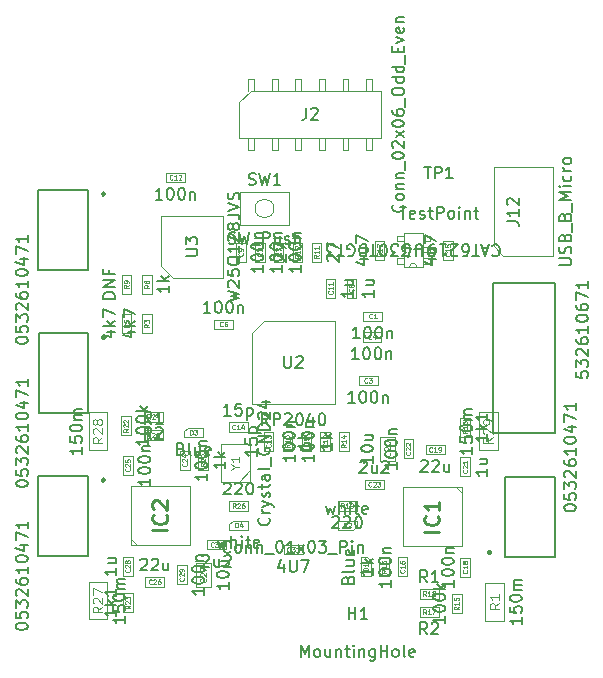
<source format=gbr>
%TF.GenerationSoftware,KiCad,Pcbnew,8.0.2*%
%TF.CreationDate,2024-08-07T22:56:45+12:00*%
%TF.ProjectId,FYP_P2_2,4659505f-5032-45f3-922e-6b696361645f,rev?*%
%TF.SameCoordinates,Original*%
%TF.FileFunction,AssemblyDrawing,Top*%
%FSLAX46Y46*%
G04 Gerber Fmt 4.6, Leading zero omitted, Abs format (unit mm)*
G04 Created by KiCad (PCBNEW 8.0.2) date 2024-08-07 22:56:45*
%MOMM*%
%LPD*%
G01*
G04 APERTURE LIST*
%ADD10C,0.150000*%
%ADD11C,0.105000*%
%ADD12C,0.060000*%
%ADD13C,0.120000*%
%ADD14C,0.254000*%
%ADD15C,0.080000*%
%ADD16C,0.025400*%
%ADD17C,0.127000*%
%ADD18C,0.100000*%
%ADD19C,0.240000*%
G04 APERTURE END LIST*
D10*
X136291826Y-84615420D02*
X136339445Y-84567801D01*
X136339445Y-84567801D02*
X136482302Y-84520181D01*
X136482302Y-84520181D02*
X136577540Y-84520181D01*
X136577540Y-84520181D02*
X136720397Y-84567801D01*
X136720397Y-84567801D02*
X136815635Y-84663039D01*
X136815635Y-84663039D02*
X136863254Y-84758277D01*
X136863254Y-84758277D02*
X136910873Y-84948753D01*
X136910873Y-84948753D02*
X136910873Y-85091610D01*
X136910873Y-85091610D02*
X136863254Y-85282086D01*
X136863254Y-85282086D02*
X136815635Y-85377324D01*
X136815635Y-85377324D02*
X136720397Y-85472562D01*
X136720397Y-85472562D02*
X136577540Y-85520181D01*
X136577540Y-85520181D02*
X136482302Y-85520181D01*
X136482302Y-85520181D02*
X136339445Y-85472562D01*
X136339445Y-85472562D02*
X136291826Y-85424943D01*
X135910873Y-84805896D02*
X135434683Y-84805896D01*
X136006111Y-84520181D02*
X135672778Y-85520181D01*
X135672778Y-85520181D02*
X135339445Y-84520181D01*
X135148968Y-85520181D02*
X134577540Y-85520181D01*
X134863254Y-84520181D02*
X134863254Y-85520181D01*
X133815635Y-85520181D02*
X134006111Y-85520181D01*
X134006111Y-85520181D02*
X134101349Y-85472562D01*
X134101349Y-85472562D02*
X134148968Y-85424943D01*
X134148968Y-85424943D02*
X134244206Y-85282086D01*
X134244206Y-85282086D02*
X134291825Y-85091610D01*
X134291825Y-85091610D02*
X134291825Y-84710658D01*
X134291825Y-84710658D02*
X134244206Y-84615420D01*
X134244206Y-84615420D02*
X134196587Y-84567801D01*
X134196587Y-84567801D02*
X134101349Y-84520181D01*
X134101349Y-84520181D02*
X133910873Y-84520181D01*
X133910873Y-84520181D02*
X133815635Y-84567801D01*
X133815635Y-84567801D02*
X133768016Y-84615420D01*
X133768016Y-84615420D02*
X133720397Y-84710658D01*
X133720397Y-84710658D02*
X133720397Y-84948753D01*
X133720397Y-84948753D02*
X133768016Y-85043991D01*
X133768016Y-85043991D02*
X133815635Y-85091610D01*
X133815635Y-85091610D02*
X133910873Y-85139229D01*
X133910873Y-85139229D02*
X134101349Y-85139229D01*
X134101349Y-85139229D02*
X134196587Y-85091610D01*
X134196587Y-85091610D02*
X134244206Y-85043991D01*
X134244206Y-85043991D02*
X134291825Y-84948753D01*
X133339444Y-85424943D02*
X133291825Y-85472562D01*
X133291825Y-85472562D02*
X133196587Y-85520181D01*
X133196587Y-85520181D02*
X132958492Y-85520181D01*
X132958492Y-85520181D02*
X132863254Y-85472562D01*
X132863254Y-85472562D02*
X132815635Y-85424943D01*
X132815635Y-85424943D02*
X132768016Y-85329705D01*
X132768016Y-85329705D02*
X132768016Y-85234467D01*
X132768016Y-85234467D02*
X132815635Y-85091610D01*
X132815635Y-85091610D02*
X133387063Y-84520181D01*
X133387063Y-84520181D02*
X132768016Y-84520181D01*
X131815635Y-84520181D02*
X132387063Y-84520181D01*
X132101349Y-84520181D02*
X132101349Y-85520181D01*
X132101349Y-85520181D02*
X132196587Y-85377324D01*
X132196587Y-85377324D02*
X132291825Y-85282086D01*
X132291825Y-85282086D02*
X132387063Y-85234467D01*
X131339444Y-84520181D02*
X131148968Y-84520181D01*
X131148968Y-84520181D02*
X131053730Y-84567801D01*
X131053730Y-84567801D02*
X131006111Y-84615420D01*
X131006111Y-84615420D02*
X130910873Y-84758277D01*
X130910873Y-84758277D02*
X130863254Y-84948753D01*
X130863254Y-84948753D02*
X130863254Y-85329705D01*
X130863254Y-85329705D02*
X130910873Y-85424943D01*
X130910873Y-85424943D02*
X130958492Y-85472562D01*
X130958492Y-85472562D02*
X131053730Y-85520181D01*
X131053730Y-85520181D02*
X131244206Y-85520181D01*
X131244206Y-85520181D02*
X131339444Y-85472562D01*
X131339444Y-85472562D02*
X131387063Y-85424943D01*
X131387063Y-85424943D02*
X131434682Y-85329705D01*
X131434682Y-85329705D02*
X131434682Y-85091610D01*
X131434682Y-85091610D02*
X131387063Y-84996372D01*
X131387063Y-84996372D02*
X131339444Y-84948753D01*
X131339444Y-84948753D02*
X131244206Y-84901134D01*
X131244206Y-84901134D02*
X131053730Y-84901134D01*
X131053730Y-84901134D02*
X130958492Y-84948753D01*
X130958492Y-84948753D02*
X130910873Y-84996372D01*
X130910873Y-84996372D02*
X130863254Y-85091610D01*
X130434682Y-84901134D02*
X129672778Y-84901134D01*
X129291825Y-85520181D02*
X128672778Y-85520181D01*
X128672778Y-85520181D02*
X129006111Y-85139229D01*
X129006111Y-85139229D02*
X128863254Y-85139229D01*
X128863254Y-85139229D02*
X128768016Y-85091610D01*
X128768016Y-85091610D02*
X128720397Y-85043991D01*
X128720397Y-85043991D02*
X128672778Y-84948753D01*
X128672778Y-84948753D02*
X128672778Y-84710658D01*
X128672778Y-84710658D02*
X128720397Y-84615420D01*
X128720397Y-84615420D02*
X128768016Y-84567801D01*
X128768016Y-84567801D02*
X128863254Y-84520181D01*
X128863254Y-84520181D02*
X129148968Y-84520181D01*
X129148968Y-84520181D02*
X129244206Y-84567801D01*
X129244206Y-84567801D02*
X129291825Y-84615420D01*
X128339444Y-85520181D02*
X127720397Y-85520181D01*
X127720397Y-85520181D02*
X128053730Y-85139229D01*
X128053730Y-85139229D02*
X127910873Y-85139229D01*
X127910873Y-85139229D02*
X127815635Y-85091610D01*
X127815635Y-85091610D02*
X127768016Y-85043991D01*
X127768016Y-85043991D02*
X127720397Y-84948753D01*
X127720397Y-84948753D02*
X127720397Y-84710658D01*
X127720397Y-84710658D02*
X127768016Y-84615420D01*
X127768016Y-84615420D02*
X127815635Y-84567801D01*
X127815635Y-84567801D02*
X127910873Y-84520181D01*
X127910873Y-84520181D02*
X128196587Y-84520181D01*
X128196587Y-84520181D02*
X128291825Y-84567801D01*
X128291825Y-84567801D02*
X128339444Y-84615420D01*
X127101349Y-85520181D02*
X127006111Y-85520181D01*
X127006111Y-85520181D02*
X126910873Y-85472562D01*
X126910873Y-85472562D02*
X126863254Y-85424943D01*
X126863254Y-85424943D02*
X126815635Y-85329705D01*
X126815635Y-85329705D02*
X126768016Y-85139229D01*
X126768016Y-85139229D02*
X126768016Y-84901134D01*
X126768016Y-84901134D02*
X126815635Y-84710658D01*
X126815635Y-84710658D02*
X126863254Y-84615420D01*
X126863254Y-84615420D02*
X126910873Y-84567801D01*
X126910873Y-84567801D02*
X127006111Y-84520181D01*
X127006111Y-84520181D02*
X127101349Y-84520181D01*
X127101349Y-84520181D02*
X127196587Y-84567801D01*
X127196587Y-84567801D02*
X127244206Y-84615420D01*
X127244206Y-84615420D02*
X127291825Y-84710658D01*
X127291825Y-84710658D02*
X127339444Y-84901134D01*
X127339444Y-84901134D02*
X127339444Y-85139229D01*
X127339444Y-85139229D02*
X127291825Y-85329705D01*
X127291825Y-85329705D02*
X127244206Y-85424943D01*
X127244206Y-85424943D02*
X127196587Y-85472562D01*
X127196587Y-85472562D02*
X127101349Y-85520181D01*
X126482301Y-85520181D02*
X125910873Y-85520181D01*
X126196587Y-84520181D02*
X126196587Y-85520181D01*
X125577539Y-84520181D02*
X125577539Y-85520181D01*
X125577539Y-85520181D02*
X125339444Y-85520181D01*
X125339444Y-85520181D02*
X125196587Y-85472562D01*
X125196587Y-85472562D02*
X125101349Y-85377324D01*
X125101349Y-85377324D02*
X125053730Y-85282086D01*
X125053730Y-85282086D02*
X125006111Y-85091610D01*
X125006111Y-85091610D02*
X125006111Y-84948753D01*
X125006111Y-84948753D02*
X125053730Y-84758277D01*
X125053730Y-84758277D02*
X125101349Y-84663039D01*
X125101349Y-84663039D02*
X125196587Y-84567801D01*
X125196587Y-84567801D02*
X125339444Y-84520181D01*
X125339444Y-84520181D02*
X125577539Y-84520181D01*
X124053730Y-85472562D02*
X124148968Y-85520181D01*
X124148968Y-85520181D02*
X124291825Y-85520181D01*
X124291825Y-85520181D02*
X124434682Y-85472562D01*
X124434682Y-85472562D02*
X124529920Y-85377324D01*
X124529920Y-85377324D02*
X124577539Y-85282086D01*
X124577539Y-85282086D02*
X124625158Y-85091610D01*
X124625158Y-85091610D02*
X124625158Y-84948753D01*
X124625158Y-84948753D02*
X124577539Y-84758277D01*
X124577539Y-84758277D02*
X124529920Y-84663039D01*
X124529920Y-84663039D02*
X124434682Y-84567801D01*
X124434682Y-84567801D02*
X124291825Y-84520181D01*
X124291825Y-84520181D02*
X124196587Y-84520181D01*
X124196587Y-84520181D02*
X124053730Y-84567801D01*
X124053730Y-84567801D02*
X124006111Y-84615420D01*
X124006111Y-84615420D02*
X124006111Y-84948753D01*
X124006111Y-84948753D02*
X124196587Y-84948753D01*
X123720396Y-85520181D02*
X123148968Y-85520181D01*
X123434682Y-84520181D02*
X123434682Y-85520181D01*
X122910872Y-85520181D02*
X122291825Y-85520181D01*
X122291825Y-85520181D02*
X122625158Y-85139229D01*
X122625158Y-85139229D02*
X122482301Y-85139229D01*
X122482301Y-85139229D02*
X122387063Y-85091610D01*
X122387063Y-85091610D02*
X122339444Y-85043991D01*
X122339444Y-85043991D02*
X122291825Y-84948753D01*
X122291825Y-84948753D02*
X122291825Y-84710658D01*
X122291825Y-84710658D02*
X122339444Y-84615420D01*
X122339444Y-84615420D02*
X122387063Y-84567801D01*
X122387063Y-84567801D02*
X122482301Y-84520181D01*
X122482301Y-84520181D02*
X122768015Y-84520181D01*
X122768015Y-84520181D02*
X122863253Y-84567801D01*
X122863253Y-84567801D02*
X122910872Y-84615420D01*
X130363254Y-85520181D02*
X130363254Y-84710658D01*
X130363254Y-84710658D02*
X130315635Y-84615420D01*
X130315635Y-84615420D02*
X130268016Y-84567801D01*
X130268016Y-84567801D02*
X130172778Y-84520181D01*
X130172778Y-84520181D02*
X129982302Y-84520181D01*
X129982302Y-84520181D02*
X129887064Y-84567801D01*
X129887064Y-84567801D02*
X129839445Y-84615420D01*
X129839445Y-84615420D02*
X129791826Y-84710658D01*
X129791826Y-84710658D02*
X129791826Y-85520181D01*
X128887064Y-85186848D02*
X128887064Y-84520181D01*
X129125159Y-85567801D02*
X129363254Y-84853515D01*
X129363254Y-84853515D02*
X128744207Y-84853515D01*
X143369819Y-95296428D02*
X143369819Y-95772618D01*
X143369819Y-95772618D02*
X143846009Y-95820237D01*
X143846009Y-95820237D02*
X143798390Y-95772618D01*
X143798390Y-95772618D02*
X143750771Y-95677380D01*
X143750771Y-95677380D02*
X143750771Y-95439285D01*
X143750771Y-95439285D02*
X143798390Y-95344047D01*
X143798390Y-95344047D02*
X143846009Y-95296428D01*
X143846009Y-95296428D02*
X143941247Y-95248809D01*
X143941247Y-95248809D02*
X144179342Y-95248809D01*
X144179342Y-95248809D02*
X144274580Y-95296428D01*
X144274580Y-95296428D02*
X144322200Y-95344047D01*
X144322200Y-95344047D02*
X144369819Y-95439285D01*
X144369819Y-95439285D02*
X144369819Y-95677380D01*
X144369819Y-95677380D02*
X144322200Y-95772618D01*
X144322200Y-95772618D02*
X144274580Y-95820237D01*
X143369819Y-94915475D02*
X143369819Y-94296428D01*
X143369819Y-94296428D02*
X143750771Y-94629761D01*
X143750771Y-94629761D02*
X143750771Y-94486904D01*
X143750771Y-94486904D02*
X143798390Y-94391666D01*
X143798390Y-94391666D02*
X143846009Y-94344047D01*
X143846009Y-94344047D02*
X143941247Y-94296428D01*
X143941247Y-94296428D02*
X144179342Y-94296428D01*
X144179342Y-94296428D02*
X144274580Y-94344047D01*
X144274580Y-94344047D02*
X144322200Y-94391666D01*
X144322200Y-94391666D02*
X144369819Y-94486904D01*
X144369819Y-94486904D02*
X144369819Y-94772618D01*
X144369819Y-94772618D02*
X144322200Y-94867856D01*
X144322200Y-94867856D02*
X144274580Y-94915475D01*
X143465057Y-93915475D02*
X143417438Y-93867856D01*
X143417438Y-93867856D02*
X143369819Y-93772618D01*
X143369819Y-93772618D02*
X143369819Y-93534523D01*
X143369819Y-93534523D02*
X143417438Y-93439285D01*
X143417438Y-93439285D02*
X143465057Y-93391666D01*
X143465057Y-93391666D02*
X143560295Y-93344047D01*
X143560295Y-93344047D02*
X143655533Y-93344047D01*
X143655533Y-93344047D02*
X143798390Y-93391666D01*
X143798390Y-93391666D02*
X144369819Y-93963094D01*
X144369819Y-93963094D02*
X144369819Y-93344047D01*
X143369819Y-92486904D02*
X143369819Y-92677380D01*
X143369819Y-92677380D02*
X143417438Y-92772618D01*
X143417438Y-92772618D02*
X143465057Y-92820237D01*
X143465057Y-92820237D02*
X143607914Y-92915475D01*
X143607914Y-92915475D02*
X143798390Y-92963094D01*
X143798390Y-92963094D02*
X144179342Y-92963094D01*
X144179342Y-92963094D02*
X144274580Y-92915475D01*
X144274580Y-92915475D02*
X144322200Y-92867856D01*
X144322200Y-92867856D02*
X144369819Y-92772618D01*
X144369819Y-92772618D02*
X144369819Y-92582142D01*
X144369819Y-92582142D02*
X144322200Y-92486904D01*
X144322200Y-92486904D02*
X144274580Y-92439285D01*
X144274580Y-92439285D02*
X144179342Y-92391666D01*
X144179342Y-92391666D02*
X143941247Y-92391666D01*
X143941247Y-92391666D02*
X143846009Y-92439285D01*
X143846009Y-92439285D02*
X143798390Y-92486904D01*
X143798390Y-92486904D02*
X143750771Y-92582142D01*
X143750771Y-92582142D02*
X143750771Y-92772618D01*
X143750771Y-92772618D02*
X143798390Y-92867856D01*
X143798390Y-92867856D02*
X143846009Y-92915475D01*
X143846009Y-92915475D02*
X143941247Y-92963094D01*
X144369819Y-91439285D02*
X144369819Y-92010713D01*
X144369819Y-91724999D02*
X143369819Y-91724999D01*
X143369819Y-91724999D02*
X143512676Y-91820237D01*
X143512676Y-91820237D02*
X143607914Y-91915475D01*
X143607914Y-91915475D02*
X143655533Y-92010713D01*
X143369819Y-90820237D02*
X143369819Y-90724999D01*
X143369819Y-90724999D02*
X143417438Y-90629761D01*
X143417438Y-90629761D02*
X143465057Y-90582142D01*
X143465057Y-90582142D02*
X143560295Y-90534523D01*
X143560295Y-90534523D02*
X143750771Y-90486904D01*
X143750771Y-90486904D02*
X143988866Y-90486904D01*
X143988866Y-90486904D02*
X144179342Y-90534523D01*
X144179342Y-90534523D02*
X144274580Y-90582142D01*
X144274580Y-90582142D02*
X144322200Y-90629761D01*
X144322200Y-90629761D02*
X144369819Y-90724999D01*
X144369819Y-90724999D02*
X144369819Y-90820237D01*
X144369819Y-90820237D02*
X144322200Y-90915475D01*
X144322200Y-90915475D02*
X144274580Y-90963094D01*
X144274580Y-90963094D02*
X144179342Y-91010713D01*
X144179342Y-91010713D02*
X143988866Y-91058332D01*
X143988866Y-91058332D02*
X143750771Y-91058332D01*
X143750771Y-91058332D02*
X143560295Y-91010713D01*
X143560295Y-91010713D02*
X143465057Y-90963094D01*
X143465057Y-90963094D02*
X143417438Y-90915475D01*
X143417438Y-90915475D02*
X143369819Y-90820237D01*
X143369819Y-89629761D02*
X143369819Y-89820237D01*
X143369819Y-89820237D02*
X143417438Y-89915475D01*
X143417438Y-89915475D02*
X143465057Y-89963094D01*
X143465057Y-89963094D02*
X143607914Y-90058332D01*
X143607914Y-90058332D02*
X143798390Y-90105951D01*
X143798390Y-90105951D02*
X144179342Y-90105951D01*
X144179342Y-90105951D02*
X144274580Y-90058332D01*
X144274580Y-90058332D02*
X144322200Y-90010713D01*
X144322200Y-90010713D02*
X144369819Y-89915475D01*
X144369819Y-89915475D02*
X144369819Y-89724999D01*
X144369819Y-89724999D02*
X144322200Y-89629761D01*
X144322200Y-89629761D02*
X144274580Y-89582142D01*
X144274580Y-89582142D02*
X144179342Y-89534523D01*
X144179342Y-89534523D02*
X143941247Y-89534523D01*
X143941247Y-89534523D02*
X143846009Y-89582142D01*
X143846009Y-89582142D02*
X143798390Y-89629761D01*
X143798390Y-89629761D02*
X143750771Y-89724999D01*
X143750771Y-89724999D02*
X143750771Y-89915475D01*
X143750771Y-89915475D02*
X143798390Y-90010713D01*
X143798390Y-90010713D02*
X143846009Y-90058332D01*
X143846009Y-90058332D02*
X143941247Y-90105951D01*
X143369819Y-89201189D02*
X143369819Y-88534523D01*
X143369819Y-88534523D02*
X144369819Y-88963094D01*
X144369819Y-87629761D02*
X144369819Y-88201189D01*
X144369819Y-87915475D02*
X143369819Y-87915475D01*
X143369819Y-87915475D02*
X143512676Y-88010713D01*
X143512676Y-88010713D02*
X143607914Y-88105951D01*
X143607914Y-88105951D02*
X143655533Y-88201189D01*
X117359580Y-107667858D02*
X117407200Y-107715477D01*
X117407200Y-107715477D02*
X117454819Y-107858334D01*
X117454819Y-107858334D02*
X117454819Y-107953572D01*
X117454819Y-107953572D02*
X117407200Y-108096429D01*
X117407200Y-108096429D02*
X117311961Y-108191667D01*
X117311961Y-108191667D02*
X117216723Y-108239286D01*
X117216723Y-108239286D02*
X117026247Y-108286905D01*
X117026247Y-108286905D02*
X116883390Y-108286905D01*
X116883390Y-108286905D02*
X116692914Y-108239286D01*
X116692914Y-108239286D02*
X116597676Y-108191667D01*
X116597676Y-108191667D02*
X116502438Y-108096429D01*
X116502438Y-108096429D02*
X116454819Y-107953572D01*
X116454819Y-107953572D02*
X116454819Y-107858334D01*
X116454819Y-107858334D02*
X116502438Y-107715477D01*
X116502438Y-107715477D02*
X116550057Y-107667858D01*
X117454819Y-107239286D02*
X116788152Y-107239286D01*
X116978628Y-107239286D02*
X116883390Y-107191667D01*
X116883390Y-107191667D02*
X116835771Y-107144048D01*
X116835771Y-107144048D02*
X116788152Y-107048810D01*
X116788152Y-107048810D02*
X116788152Y-106953572D01*
X116788152Y-106715476D02*
X117454819Y-106477381D01*
X116788152Y-106239286D02*
X117454819Y-106477381D01*
X117454819Y-106477381D02*
X117692914Y-106572619D01*
X117692914Y-106572619D02*
X117740533Y-106620238D01*
X117740533Y-106620238D02*
X117788152Y-106715476D01*
X117407200Y-105905952D02*
X117454819Y-105810714D01*
X117454819Y-105810714D02*
X117454819Y-105620238D01*
X117454819Y-105620238D02*
X117407200Y-105525000D01*
X117407200Y-105525000D02*
X117311961Y-105477381D01*
X117311961Y-105477381D02*
X117264342Y-105477381D01*
X117264342Y-105477381D02*
X117169104Y-105525000D01*
X117169104Y-105525000D02*
X117121485Y-105620238D01*
X117121485Y-105620238D02*
X117121485Y-105763095D01*
X117121485Y-105763095D02*
X117073866Y-105858333D01*
X117073866Y-105858333D02*
X116978628Y-105905952D01*
X116978628Y-105905952D02*
X116931009Y-105905952D01*
X116931009Y-105905952D02*
X116835771Y-105858333D01*
X116835771Y-105858333D02*
X116788152Y-105763095D01*
X116788152Y-105763095D02*
X116788152Y-105620238D01*
X116788152Y-105620238D02*
X116835771Y-105525000D01*
X116788152Y-105191666D02*
X116788152Y-104810714D01*
X116454819Y-105048809D02*
X117311961Y-105048809D01*
X117311961Y-105048809D02*
X117407200Y-105001190D01*
X117407200Y-105001190D02*
X117454819Y-104905952D01*
X117454819Y-104905952D02*
X117454819Y-104810714D01*
X117454819Y-104048809D02*
X116931009Y-104048809D01*
X116931009Y-104048809D02*
X116835771Y-104096428D01*
X116835771Y-104096428D02*
X116788152Y-104191666D01*
X116788152Y-104191666D02*
X116788152Y-104382142D01*
X116788152Y-104382142D02*
X116835771Y-104477380D01*
X117407200Y-104048809D02*
X117454819Y-104144047D01*
X117454819Y-104144047D02*
X117454819Y-104382142D01*
X117454819Y-104382142D02*
X117407200Y-104477380D01*
X117407200Y-104477380D02*
X117311961Y-104524999D01*
X117311961Y-104524999D02*
X117216723Y-104524999D01*
X117216723Y-104524999D02*
X117121485Y-104477380D01*
X117121485Y-104477380D02*
X117073866Y-104382142D01*
X117073866Y-104382142D02*
X117073866Y-104144047D01*
X117073866Y-104144047D02*
X117026247Y-104048809D01*
X117454819Y-103429761D02*
X117407200Y-103524999D01*
X117407200Y-103524999D02*
X117311961Y-103572618D01*
X117311961Y-103572618D02*
X116454819Y-103572618D01*
X117550057Y-103286904D02*
X117550057Y-102524999D01*
X116502438Y-101763094D02*
X116454819Y-101858332D01*
X116454819Y-101858332D02*
X116454819Y-102001189D01*
X116454819Y-102001189D02*
X116502438Y-102144046D01*
X116502438Y-102144046D02*
X116597676Y-102239284D01*
X116597676Y-102239284D02*
X116692914Y-102286903D01*
X116692914Y-102286903D02*
X116883390Y-102334522D01*
X116883390Y-102334522D02*
X117026247Y-102334522D01*
X117026247Y-102334522D02*
X117216723Y-102286903D01*
X117216723Y-102286903D02*
X117311961Y-102239284D01*
X117311961Y-102239284D02*
X117407200Y-102144046D01*
X117407200Y-102144046D02*
X117454819Y-102001189D01*
X117454819Y-102001189D02*
X117454819Y-101905951D01*
X117454819Y-101905951D02*
X117407200Y-101763094D01*
X117407200Y-101763094D02*
X117359580Y-101715475D01*
X117359580Y-101715475D02*
X117026247Y-101715475D01*
X117026247Y-101715475D02*
X117026247Y-101905951D01*
X117454819Y-101286903D02*
X116454819Y-101286903D01*
X116454819Y-101286903D02*
X117454819Y-100715475D01*
X117454819Y-100715475D02*
X116454819Y-100715475D01*
X117454819Y-100239284D02*
X116454819Y-100239284D01*
X116454819Y-100239284D02*
X116454819Y-100001189D01*
X116454819Y-100001189D02*
X116502438Y-99858332D01*
X116502438Y-99858332D02*
X116597676Y-99763094D01*
X116597676Y-99763094D02*
X116692914Y-99715475D01*
X116692914Y-99715475D02*
X116883390Y-99667856D01*
X116883390Y-99667856D02*
X117026247Y-99667856D01*
X117026247Y-99667856D02*
X117216723Y-99715475D01*
X117216723Y-99715475D02*
X117311961Y-99763094D01*
X117311961Y-99763094D02*
X117407200Y-99858332D01*
X117407200Y-99858332D02*
X117454819Y-100001189D01*
X117454819Y-100001189D02*
X117454819Y-100239284D01*
X116550057Y-99286903D02*
X116502438Y-99239284D01*
X116502438Y-99239284D02*
X116454819Y-99144046D01*
X116454819Y-99144046D02*
X116454819Y-98905951D01*
X116454819Y-98905951D02*
X116502438Y-98810713D01*
X116502438Y-98810713D02*
X116550057Y-98763094D01*
X116550057Y-98763094D02*
X116645295Y-98715475D01*
X116645295Y-98715475D02*
X116740533Y-98715475D01*
X116740533Y-98715475D02*
X116883390Y-98763094D01*
X116883390Y-98763094D02*
X117454819Y-99334522D01*
X117454819Y-99334522D02*
X117454819Y-98715475D01*
X116788152Y-97858332D02*
X117454819Y-97858332D01*
X116407200Y-98096427D02*
X117121485Y-98334522D01*
X117121485Y-98334522D02*
X117121485Y-97715475D01*
D11*
X114535040Y-103358333D02*
X114868373Y-103358333D01*
X114168373Y-103591666D02*
X114535040Y-103358333D01*
X114535040Y-103358333D02*
X114168373Y-103124999D01*
X114868373Y-102524999D02*
X114868373Y-102924999D01*
X114868373Y-102724999D02*
X114168373Y-102724999D01*
X114168373Y-102724999D02*
X114268373Y-102791666D01*
X114268373Y-102791666D02*
X114335040Y-102858333D01*
X114335040Y-102858333D02*
X114368373Y-102924999D01*
D10*
X113869819Y-89329047D02*
X114869819Y-89090952D01*
X114869819Y-89090952D02*
X114155533Y-88900476D01*
X114155533Y-88900476D02*
X114869819Y-88710000D01*
X114869819Y-88710000D02*
X113869819Y-88471905D01*
X113965057Y-88138571D02*
X113917438Y-88090952D01*
X113917438Y-88090952D02*
X113869819Y-87995714D01*
X113869819Y-87995714D02*
X113869819Y-87757619D01*
X113869819Y-87757619D02*
X113917438Y-87662381D01*
X113917438Y-87662381D02*
X113965057Y-87614762D01*
X113965057Y-87614762D02*
X114060295Y-87567143D01*
X114060295Y-87567143D02*
X114155533Y-87567143D01*
X114155533Y-87567143D02*
X114298390Y-87614762D01*
X114298390Y-87614762D02*
X114869819Y-88186190D01*
X114869819Y-88186190D02*
X114869819Y-87567143D01*
X113869819Y-86662381D02*
X113869819Y-87138571D01*
X113869819Y-87138571D02*
X114346009Y-87186190D01*
X114346009Y-87186190D02*
X114298390Y-87138571D01*
X114298390Y-87138571D02*
X114250771Y-87043333D01*
X114250771Y-87043333D02*
X114250771Y-86805238D01*
X114250771Y-86805238D02*
X114298390Y-86710000D01*
X114298390Y-86710000D02*
X114346009Y-86662381D01*
X114346009Y-86662381D02*
X114441247Y-86614762D01*
X114441247Y-86614762D02*
X114679342Y-86614762D01*
X114679342Y-86614762D02*
X114774580Y-86662381D01*
X114774580Y-86662381D02*
X114822200Y-86710000D01*
X114822200Y-86710000D02*
X114869819Y-86805238D01*
X114869819Y-86805238D02*
X114869819Y-87043333D01*
X114869819Y-87043333D02*
X114822200Y-87138571D01*
X114822200Y-87138571D02*
X114774580Y-87186190D01*
X114965057Y-85519524D02*
X114917438Y-85614762D01*
X114917438Y-85614762D02*
X114822200Y-85710000D01*
X114822200Y-85710000D02*
X114679342Y-85852857D01*
X114679342Y-85852857D02*
X114631723Y-85948095D01*
X114631723Y-85948095D02*
X114631723Y-86043333D01*
X114869819Y-85995714D02*
X114822200Y-86090952D01*
X114822200Y-86090952D02*
X114726961Y-86186190D01*
X114726961Y-86186190D02*
X114536485Y-86233809D01*
X114536485Y-86233809D02*
X114203152Y-86233809D01*
X114203152Y-86233809D02*
X114012676Y-86186190D01*
X114012676Y-86186190D02*
X113917438Y-86090952D01*
X113917438Y-86090952D02*
X113869819Y-85995714D01*
X113869819Y-85995714D02*
X113869819Y-85805238D01*
X113869819Y-85805238D02*
X113917438Y-85710000D01*
X113917438Y-85710000D02*
X114012676Y-85614762D01*
X114012676Y-85614762D02*
X114203152Y-85567143D01*
X114203152Y-85567143D02*
X114536485Y-85567143D01*
X114536485Y-85567143D02*
X114726961Y-85614762D01*
X114726961Y-85614762D02*
X114822200Y-85710000D01*
X114822200Y-85710000D02*
X114869819Y-85805238D01*
X114869819Y-85805238D02*
X114869819Y-85995714D01*
X114869819Y-84614762D02*
X114869819Y-85186190D01*
X114869819Y-84900476D02*
X113869819Y-84900476D01*
X113869819Y-84900476D02*
X114012676Y-84995714D01*
X114012676Y-84995714D02*
X114107914Y-85090952D01*
X114107914Y-85090952D02*
X114155533Y-85186190D01*
X113965057Y-84233809D02*
X113917438Y-84186190D01*
X113917438Y-84186190D02*
X113869819Y-84090952D01*
X113869819Y-84090952D02*
X113869819Y-83852857D01*
X113869819Y-83852857D02*
X113917438Y-83757619D01*
X113917438Y-83757619D02*
X113965057Y-83710000D01*
X113965057Y-83710000D02*
X114060295Y-83662381D01*
X114060295Y-83662381D02*
X114155533Y-83662381D01*
X114155533Y-83662381D02*
X114298390Y-83710000D01*
X114298390Y-83710000D02*
X114869819Y-84281428D01*
X114869819Y-84281428D02*
X114869819Y-83662381D01*
X114298390Y-83090952D02*
X114250771Y-83186190D01*
X114250771Y-83186190D02*
X114203152Y-83233809D01*
X114203152Y-83233809D02*
X114107914Y-83281428D01*
X114107914Y-83281428D02*
X114060295Y-83281428D01*
X114060295Y-83281428D02*
X113965057Y-83233809D01*
X113965057Y-83233809D02*
X113917438Y-83186190D01*
X113917438Y-83186190D02*
X113869819Y-83090952D01*
X113869819Y-83090952D02*
X113869819Y-82900476D01*
X113869819Y-82900476D02*
X113917438Y-82805238D01*
X113917438Y-82805238D02*
X113965057Y-82757619D01*
X113965057Y-82757619D02*
X114060295Y-82710000D01*
X114060295Y-82710000D02*
X114107914Y-82710000D01*
X114107914Y-82710000D02*
X114203152Y-82757619D01*
X114203152Y-82757619D02*
X114250771Y-82805238D01*
X114250771Y-82805238D02*
X114298390Y-82900476D01*
X114298390Y-82900476D02*
X114298390Y-83090952D01*
X114298390Y-83090952D02*
X114346009Y-83186190D01*
X114346009Y-83186190D02*
X114393628Y-83233809D01*
X114393628Y-83233809D02*
X114488866Y-83281428D01*
X114488866Y-83281428D02*
X114679342Y-83281428D01*
X114679342Y-83281428D02*
X114774580Y-83233809D01*
X114774580Y-83233809D02*
X114822200Y-83186190D01*
X114822200Y-83186190D02*
X114869819Y-83090952D01*
X114869819Y-83090952D02*
X114869819Y-82900476D01*
X114869819Y-82900476D02*
X114822200Y-82805238D01*
X114822200Y-82805238D02*
X114774580Y-82757619D01*
X114774580Y-82757619D02*
X114679342Y-82710000D01*
X114679342Y-82710000D02*
X114488866Y-82710000D01*
X114488866Y-82710000D02*
X114393628Y-82757619D01*
X114393628Y-82757619D02*
X114346009Y-82805238D01*
X114346009Y-82805238D02*
X114298390Y-82900476D01*
X113869819Y-81995714D02*
X114584104Y-81995714D01*
X114584104Y-81995714D02*
X114726961Y-82043333D01*
X114726961Y-82043333D02*
X114822200Y-82138571D01*
X114822200Y-82138571D02*
X114869819Y-82281428D01*
X114869819Y-82281428D02*
X114869819Y-82376666D01*
X113869819Y-81662380D02*
X114869819Y-81329047D01*
X114869819Y-81329047D02*
X113869819Y-80995714D01*
X114822200Y-80709999D02*
X114869819Y-80567142D01*
X114869819Y-80567142D02*
X114869819Y-80329047D01*
X114869819Y-80329047D02*
X114822200Y-80233809D01*
X114822200Y-80233809D02*
X114774580Y-80186190D01*
X114774580Y-80186190D02*
X114679342Y-80138571D01*
X114679342Y-80138571D02*
X114584104Y-80138571D01*
X114584104Y-80138571D02*
X114488866Y-80186190D01*
X114488866Y-80186190D02*
X114441247Y-80233809D01*
X114441247Y-80233809D02*
X114393628Y-80329047D01*
X114393628Y-80329047D02*
X114346009Y-80519523D01*
X114346009Y-80519523D02*
X114298390Y-80614761D01*
X114298390Y-80614761D02*
X114250771Y-80662380D01*
X114250771Y-80662380D02*
X114155533Y-80709999D01*
X114155533Y-80709999D02*
X114060295Y-80709999D01*
X114060295Y-80709999D02*
X113965057Y-80662380D01*
X113965057Y-80662380D02*
X113917438Y-80614761D01*
X113917438Y-80614761D02*
X113869819Y-80519523D01*
X113869819Y-80519523D02*
X113869819Y-80281428D01*
X113869819Y-80281428D02*
X113917438Y-80138571D01*
X110309819Y-85471904D02*
X111119342Y-85471904D01*
X111119342Y-85471904D02*
X111214580Y-85424285D01*
X111214580Y-85424285D02*
X111262200Y-85376666D01*
X111262200Y-85376666D02*
X111309819Y-85281428D01*
X111309819Y-85281428D02*
X111309819Y-85090952D01*
X111309819Y-85090952D02*
X111262200Y-84995714D01*
X111262200Y-84995714D02*
X111214580Y-84948095D01*
X111214580Y-84948095D02*
X111119342Y-84900476D01*
X111119342Y-84900476D02*
X110309819Y-84900476D01*
X110309819Y-84519523D02*
X110309819Y-83900476D01*
X110309819Y-83900476D02*
X110690771Y-84233809D01*
X110690771Y-84233809D02*
X110690771Y-84090952D01*
X110690771Y-84090952D02*
X110738390Y-83995714D01*
X110738390Y-83995714D02*
X110786009Y-83948095D01*
X110786009Y-83948095D02*
X110881247Y-83900476D01*
X110881247Y-83900476D02*
X111119342Y-83900476D01*
X111119342Y-83900476D02*
X111214580Y-83948095D01*
X111214580Y-83948095D02*
X111262200Y-83995714D01*
X111262200Y-83995714D02*
X111309819Y-84090952D01*
X111309819Y-84090952D02*
X111309819Y-84376666D01*
X111309819Y-84376666D02*
X111262200Y-84471904D01*
X111262200Y-84471904D02*
X111214580Y-84519523D01*
X105398152Y-91915476D02*
X106064819Y-91915476D01*
X105017200Y-92153571D02*
X105731485Y-92391666D01*
X105731485Y-92391666D02*
X105731485Y-91772619D01*
X106064819Y-91391666D02*
X105064819Y-91391666D01*
X105683866Y-91296428D02*
X106064819Y-91010714D01*
X105398152Y-91010714D02*
X105779104Y-91391666D01*
X105064819Y-90677380D02*
X105064819Y-90010714D01*
X105064819Y-90010714D02*
X106064819Y-90439285D01*
D12*
X107221927Y-91291666D02*
X107031451Y-91424999D01*
X107221927Y-91520237D02*
X106821927Y-91520237D01*
X106821927Y-91520237D02*
X106821927Y-91367856D01*
X106821927Y-91367856D02*
X106840975Y-91329761D01*
X106840975Y-91329761D02*
X106860022Y-91310714D01*
X106860022Y-91310714D02*
X106898118Y-91291666D01*
X106898118Y-91291666D02*
X106955260Y-91291666D01*
X106955260Y-91291666D02*
X106993356Y-91310714D01*
X106993356Y-91310714D02*
X107012403Y-91329761D01*
X107012403Y-91329761D02*
X107031451Y-91367856D01*
X107031451Y-91367856D02*
X107031451Y-91520237D01*
X106821927Y-91158333D02*
X106821927Y-90910714D01*
X106821927Y-90910714D02*
X106974308Y-91044047D01*
X106974308Y-91044047D02*
X106974308Y-90986904D01*
X106974308Y-90986904D02*
X106993356Y-90948809D01*
X106993356Y-90948809D02*
X107012403Y-90929761D01*
X107012403Y-90929761D02*
X107050499Y-90910714D01*
X107050499Y-90910714D02*
X107145737Y-90910714D01*
X107145737Y-90910714D02*
X107183832Y-90929761D01*
X107183832Y-90929761D02*
X107202880Y-90948809D01*
X107202880Y-90948809D02*
X107221927Y-90986904D01*
X107221927Y-90986904D02*
X107221927Y-91101190D01*
X107221927Y-91101190D02*
X107202880Y-91139285D01*
X107202880Y-91139285D02*
X107183832Y-91158333D01*
D10*
X135874819Y-103519166D02*
X135874819Y-104090594D01*
X135874819Y-103804880D02*
X134874819Y-103804880D01*
X134874819Y-103804880D02*
X135017676Y-103900118D01*
X135017676Y-103900118D02*
X135112914Y-103995356D01*
X135112914Y-103995356D02*
X135160533Y-104090594D01*
X135208152Y-102662023D02*
X135874819Y-102662023D01*
X135208152Y-103090594D02*
X135731961Y-103090594D01*
X135731961Y-103090594D02*
X135827200Y-103042975D01*
X135827200Y-103042975D02*
X135874819Y-102947737D01*
X135874819Y-102947737D02*
X135874819Y-102804880D01*
X135874819Y-102804880D02*
X135827200Y-102709642D01*
X135827200Y-102709642D02*
X135779580Y-102662023D01*
D12*
X134133832Y-103609642D02*
X134152880Y-103628690D01*
X134152880Y-103628690D02*
X134171927Y-103685832D01*
X134171927Y-103685832D02*
X134171927Y-103723928D01*
X134171927Y-103723928D02*
X134152880Y-103781071D01*
X134152880Y-103781071D02*
X134114784Y-103819166D01*
X134114784Y-103819166D02*
X134076689Y-103838213D01*
X134076689Y-103838213D02*
X134000499Y-103857261D01*
X134000499Y-103857261D02*
X133943356Y-103857261D01*
X133943356Y-103857261D02*
X133867165Y-103838213D01*
X133867165Y-103838213D02*
X133829070Y-103819166D01*
X133829070Y-103819166D02*
X133790975Y-103781071D01*
X133790975Y-103781071D02*
X133771927Y-103723928D01*
X133771927Y-103723928D02*
X133771927Y-103685832D01*
X133771927Y-103685832D02*
X133790975Y-103628690D01*
X133790975Y-103628690D02*
X133810022Y-103609642D01*
X133810022Y-103457261D02*
X133790975Y-103438213D01*
X133790975Y-103438213D02*
X133771927Y-103400118D01*
X133771927Y-103400118D02*
X133771927Y-103304880D01*
X133771927Y-103304880D02*
X133790975Y-103266785D01*
X133790975Y-103266785D02*
X133810022Y-103247737D01*
X133810022Y-103247737D02*
X133848118Y-103228690D01*
X133848118Y-103228690D02*
X133886213Y-103228690D01*
X133886213Y-103228690D02*
X133943356Y-103247737D01*
X133943356Y-103247737D02*
X134171927Y-103476309D01*
X134171927Y-103476309D02*
X134171927Y-103228690D01*
X134171927Y-102847738D02*
X134171927Y-103076309D01*
X134171927Y-102962023D02*
X133771927Y-102962023D01*
X133771927Y-102962023D02*
X133829070Y-103000119D01*
X133829070Y-103000119D02*
X133867165Y-103038214D01*
X133867165Y-103038214D02*
X133886213Y-103076309D01*
D10*
X125080714Y-102965057D02*
X125128333Y-102917438D01*
X125128333Y-102917438D02*
X125223571Y-102869819D01*
X125223571Y-102869819D02*
X125461666Y-102869819D01*
X125461666Y-102869819D02*
X125556904Y-102917438D01*
X125556904Y-102917438D02*
X125604523Y-102965057D01*
X125604523Y-102965057D02*
X125652142Y-103060295D01*
X125652142Y-103060295D02*
X125652142Y-103155533D01*
X125652142Y-103155533D02*
X125604523Y-103298390D01*
X125604523Y-103298390D02*
X125033095Y-103869819D01*
X125033095Y-103869819D02*
X125652142Y-103869819D01*
X126509285Y-103203152D02*
X126509285Y-103869819D01*
X126080714Y-103203152D02*
X126080714Y-103726961D01*
X126080714Y-103726961D02*
X126128333Y-103822200D01*
X126128333Y-103822200D02*
X126223571Y-103869819D01*
X126223571Y-103869819D02*
X126366428Y-103869819D01*
X126366428Y-103869819D02*
X126461666Y-103822200D01*
X126461666Y-103822200D02*
X126509285Y-103774580D01*
X126937857Y-102965057D02*
X126985476Y-102917438D01*
X126985476Y-102917438D02*
X127080714Y-102869819D01*
X127080714Y-102869819D02*
X127318809Y-102869819D01*
X127318809Y-102869819D02*
X127414047Y-102917438D01*
X127414047Y-102917438D02*
X127461666Y-102965057D01*
X127461666Y-102965057D02*
X127509285Y-103060295D01*
X127509285Y-103060295D02*
X127509285Y-103155533D01*
X127509285Y-103155533D02*
X127461666Y-103298390D01*
X127461666Y-103298390D02*
X126890238Y-103869819D01*
X126890238Y-103869819D02*
X127509285Y-103869819D01*
D12*
X126037857Y-104988832D02*
X126018809Y-105007880D01*
X126018809Y-105007880D02*
X125961667Y-105026927D01*
X125961667Y-105026927D02*
X125923571Y-105026927D01*
X125923571Y-105026927D02*
X125866428Y-105007880D01*
X125866428Y-105007880D02*
X125828333Y-104969784D01*
X125828333Y-104969784D02*
X125809286Y-104931689D01*
X125809286Y-104931689D02*
X125790238Y-104855499D01*
X125790238Y-104855499D02*
X125790238Y-104798356D01*
X125790238Y-104798356D02*
X125809286Y-104722165D01*
X125809286Y-104722165D02*
X125828333Y-104684070D01*
X125828333Y-104684070D02*
X125866428Y-104645975D01*
X125866428Y-104645975D02*
X125923571Y-104626927D01*
X125923571Y-104626927D02*
X125961667Y-104626927D01*
X125961667Y-104626927D02*
X126018809Y-104645975D01*
X126018809Y-104645975D02*
X126037857Y-104665022D01*
X126190238Y-104665022D02*
X126209286Y-104645975D01*
X126209286Y-104645975D02*
X126247381Y-104626927D01*
X126247381Y-104626927D02*
X126342619Y-104626927D01*
X126342619Y-104626927D02*
X126380714Y-104645975D01*
X126380714Y-104645975D02*
X126399762Y-104665022D01*
X126399762Y-104665022D02*
X126418809Y-104703118D01*
X126418809Y-104703118D02*
X126418809Y-104741213D01*
X126418809Y-104741213D02*
X126399762Y-104798356D01*
X126399762Y-104798356D02*
X126171190Y-105026927D01*
X126171190Y-105026927D02*
X126418809Y-105026927D01*
X126552142Y-104626927D02*
X126799761Y-104626927D01*
X126799761Y-104626927D02*
X126666428Y-104779308D01*
X126666428Y-104779308D02*
X126723571Y-104779308D01*
X126723571Y-104779308D02*
X126761666Y-104798356D01*
X126761666Y-104798356D02*
X126780714Y-104817403D01*
X126780714Y-104817403D02*
X126799761Y-104855499D01*
X126799761Y-104855499D02*
X126799761Y-104950737D01*
X126799761Y-104950737D02*
X126780714Y-104988832D01*
X126780714Y-104988832D02*
X126761666Y-105007880D01*
X126761666Y-105007880D02*
X126723571Y-105026927D01*
X126723571Y-105026927D02*
X126609285Y-105026927D01*
X126609285Y-105026927D02*
X126571190Y-105007880D01*
X126571190Y-105007880D02*
X126552142Y-104988832D01*
D10*
X118615476Y-111568152D02*
X118615476Y-112234819D01*
X118377381Y-111187200D02*
X118139286Y-111901485D01*
X118139286Y-111901485D02*
X118758333Y-111901485D01*
X119139286Y-111234819D02*
X119139286Y-112044342D01*
X119139286Y-112044342D02*
X119186905Y-112139580D01*
X119186905Y-112139580D02*
X119234524Y-112187200D01*
X119234524Y-112187200D02*
X119329762Y-112234819D01*
X119329762Y-112234819D02*
X119520238Y-112234819D01*
X119520238Y-112234819D02*
X119615476Y-112187200D01*
X119615476Y-112187200D02*
X119663095Y-112139580D01*
X119663095Y-112139580D02*
X119710714Y-112044342D01*
X119710714Y-112044342D02*
X119710714Y-111234819D01*
X120091667Y-111234819D02*
X120758333Y-111234819D01*
X120758333Y-111234819D02*
X120329762Y-112234819D01*
D12*
X119167857Y-110493832D02*
X119148809Y-110512880D01*
X119148809Y-110512880D02*
X119091667Y-110531927D01*
X119091667Y-110531927D02*
X119053571Y-110531927D01*
X119053571Y-110531927D02*
X118996428Y-110512880D01*
X118996428Y-110512880D02*
X118958333Y-110474784D01*
X118958333Y-110474784D02*
X118939286Y-110436689D01*
X118939286Y-110436689D02*
X118920238Y-110360499D01*
X118920238Y-110360499D02*
X118920238Y-110303356D01*
X118920238Y-110303356D02*
X118939286Y-110227165D01*
X118939286Y-110227165D02*
X118958333Y-110189070D01*
X118958333Y-110189070D02*
X118996428Y-110150975D01*
X118996428Y-110150975D02*
X119053571Y-110131927D01*
X119053571Y-110131927D02*
X119091667Y-110131927D01*
X119091667Y-110131927D02*
X119148809Y-110150975D01*
X119148809Y-110150975D02*
X119167857Y-110170022D01*
X119301190Y-110131927D02*
X119548809Y-110131927D01*
X119548809Y-110131927D02*
X119415476Y-110284308D01*
X119415476Y-110284308D02*
X119472619Y-110284308D01*
X119472619Y-110284308D02*
X119510714Y-110303356D01*
X119510714Y-110303356D02*
X119529762Y-110322403D01*
X119529762Y-110322403D02*
X119548809Y-110360499D01*
X119548809Y-110360499D02*
X119548809Y-110455737D01*
X119548809Y-110455737D02*
X119529762Y-110493832D01*
X119529762Y-110493832D02*
X119510714Y-110512880D01*
X119510714Y-110512880D02*
X119472619Y-110531927D01*
X119472619Y-110531927D02*
X119358333Y-110531927D01*
X119358333Y-110531927D02*
X119320238Y-110512880D01*
X119320238Y-110512880D02*
X119301190Y-110493832D01*
X119929761Y-110531927D02*
X119701190Y-110531927D01*
X119815476Y-110531927D02*
X119815476Y-110131927D01*
X119815476Y-110131927D02*
X119777380Y-110189070D01*
X119777380Y-110189070D02*
X119739285Y-110227165D01*
X119739285Y-110227165D02*
X119701190Y-110246213D01*
D10*
X120104285Y-119454819D02*
X120104285Y-118454819D01*
X120104285Y-118454819D02*
X120437618Y-119169104D01*
X120437618Y-119169104D02*
X120770951Y-118454819D01*
X120770951Y-118454819D02*
X120770951Y-119454819D01*
X121389999Y-119454819D02*
X121294761Y-119407200D01*
X121294761Y-119407200D02*
X121247142Y-119359580D01*
X121247142Y-119359580D02*
X121199523Y-119264342D01*
X121199523Y-119264342D02*
X121199523Y-118978628D01*
X121199523Y-118978628D02*
X121247142Y-118883390D01*
X121247142Y-118883390D02*
X121294761Y-118835771D01*
X121294761Y-118835771D02*
X121389999Y-118788152D01*
X121389999Y-118788152D02*
X121532856Y-118788152D01*
X121532856Y-118788152D02*
X121628094Y-118835771D01*
X121628094Y-118835771D02*
X121675713Y-118883390D01*
X121675713Y-118883390D02*
X121723332Y-118978628D01*
X121723332Y-118978628D02*
X121723332Y-119264342D01*
X121723332Y-119264342D02*
X121675713Y-119359580D01*
X121675713Y-119359580D02*
X121628094Y-119407200D01*
X121628094Y-119407200D02*
X121532856Y-119454819D01*
X121532856Y-119454819D02*
X121389999Y-119454819D01*
X122580475Y-118788152D02*
X122580475Y-119454819D01*
X122151904Y-118788152D02*
X122151904Y-119311961D01*
X122151904Y-119311961D02*
X122199523Y-119407200D01*
X122199523Y-119407200D02*
X122294761Y-119454819D01*
X122294761Y-119454819D02*
X122437618Y-119454819D01*
X122437618Y-119454819D02*
X122532856Y-119407200D01*
X122532856Y-119407200D02*
X122580475Y-119359580D01*
X123056666Y-118788152D02*
X123056666Y-119454819D01*
X123056666Y-118883390D02*
X123104285Y-118835771D01*
X123104285Y-118835771D02*
X123199523Y-118788152D01*
X123199523Y-118788152D02*
X123342380Y-118788152D01*
X123342380Y-118788152D02*
X123437618Y-118835771D01*
X123437618Y-118835771D02*
X123485237Y-118931009D01*
X123485237Y-118931009D02*
X123485237Y-119454819D01*
X123818571Y-118788152D02*
X124199523Y-118788152D01*
X123961428Y-118454819D02*
X123961428Y-119311961D01*
X123961428Y-119311961D02*
X124009047Y-119407200D01*
X124009047Y-119407200D02*
X124104285Y-119454819D01*
X124104285Y-119454819D02*
X124199523Y-119454819D01*
X124532857Y-119454819D02*
X124532857Y-118788152D01*
X124532857Y-118454819D02*
X124485238Y-118502438D01*
X124485238Y-118502438D02*
X124532857Y-118550057D01*
X124532857Y-118550057D02*
X124580476Y-118502438D01*
X124580476Y-118502438D02*
X124532857Y-118454819D01*
X124532857Y-118454819D02*
X124532857Y-118550057D01*
X125009047Y-118788152D02*
X125009047Y-119454819D01*
X125009047Y-118883390D02*
X125056666Y-118835771D01*
X125056666Y-118835771D02*
X125151904Y-118788152D01*
X125151904Y-118788152D02*
X125294761Y-118788152D01*
X125294761Y-118788152D02*
X125389999Y-118835771D01*
X125389999Y-118835771D02*
X125437618Y-118931009D01*
X125437618Y-118931009D02*
X125437618Y-119454819D01*
X126342380Y-118788152D02*
X126342380Y-119597676D01*
X126342380Y-119597676D02*
X126294761Y-119692914D01*
X126294761Y-119692914D02*
X126247142Y-119740533D01*
X126247142Y-119740533D02*
X126151904Y-119788152D01*
X126151904Y-119788152D02*
X126009047Y-119788152D01*
X126009047Y-119788152D02*
X125913809Y-119740533D01*
X126342380Y-119407200D02*
X126247142Y-119454819D01*
X126247142Y-119454819D02*
X126056666Y-119454819D01*
X126056666Y-119454819D02*
X125961428Y-119407200D01*
X125961428Y-119407200D02*
X125913809Y-119359580D01*
X125913809Y-119359580D02*
X125866190Y-119264342D01*
X125866190Y-119264342D02*
X125866190Y-118978628D01*
X125866190Y-118978628D02*
X125913809Y-118883390D01*
X125913809Y-118883390D02*
X125961428Y-118835771D01*
X125961428Y-118835771D02*
X126056666Y-118788152D01*
X126056666Y-118788152D02*
X126247142Y-118788152D01*
X126247142Y-118788152D02*
X126342380Y-118835771D01*
X126818571Y-119454819D02*
X126818571Y-118454819D01*
X126818571Y-118931009D02*
X127389999Y-118931009D01*
X127389999Y-119454819D02*
X127389999Y-118454819D01*
X128009047Y-119454819D02*
X127913809Y-119407200D01*
X127913809Y-119407200D02*
X127866190Y-119359580D01*
X127866190Y-119359580D02*
X127818571Y-119264342D01*
X127818571Y-119264342D02*
X127818571Y-118978628D01*
X127818571Y-118978628D02*
X127866190Y-118883390D01*
X127866190Y-118883390D02*
X127913809Y-118835771D01*
X127913809Y-118835771D02*
X128009047Y-118788152D01*
X128009047Y-118788152D02*
X128151904Y-118788152D01*
X128151904Y-118788152D02*
X128247142Y-118835771D01*
X128247142Y-118835771D02*
X128294761Y-118883390D01*
X128294761Y-118883390D02*
X128342380Y-118978628D01*
X128342380Y-118978628D02*
X128342380Y-119264342D01*
X128342380Y-119264342D02*
X128294761Y-119359580D01*
X128294761Y-119359580D02*
X128247142Y-119407200D01*
X128247142Y-119407200D02*
X128151904Y-119454819D01*
X128151904Y-119454819D02*
X128009047Y-119454819D01*
X128913809Y-119454819D02*
X128818571Y-119407200D01*
X128818571Y-119407200D02*
X128770952Y-119311961D01*
X128770952Y-119311961D02*
X128770952Y-118454819D01*
X129675714Y-119407200D02*
X129580476Y-119454819D01*
X129580476Y-119454819D02*
X129390000Y-119454819D01*
X129390000Y-119454819D02*
X129294762Y-119407200D01*
X129294762Y-119407200D02*
X129247143Y-119311961D01*
X129247143Y-119311961D02*
X129247143Y-118931009D01*
X129247143Y-118931009D02*
X129294762Y-118835771D01*
X129294762Y-118835771D02*
X129390000Y-118788152D01*
X129390000Y-118788152D02*
X129580476Y-118788152D01*
X129580476Y-118788152D02*
X129675714Y-118835771D01*
X129675714Y-118835771D02*
X129723333Y-118931009D01*
X129723333Y-118931009D02*
X129723333Y-119026247D01*
X129723333Y-119026247D02*
X129247143Y-119121485D01*
X124128095Y-116254819D02*
X124128095Y-115254819D01*
X124128095Y-115731009D02*
X124699523Y-115731009D01*
X124699523Y-116254819D02*
X124699523Y-115254819D01*
X125699523Y-116254819D02*
X125128095Y-116254819D01*
X125413809Y-116254819D02*
X125413809Y-115254819D01*
X125413809Y-115254819D02*
X125318571Y-115397676D01*
X125318571Y-115397676D02*
X125223333Y-115492914D01*
X125223333Y-115492914D02*
X125128095Y-115540533D01*
X107144819Y-100946428D02*
X107144819Y-101517856D01*
X107144819Y-101232142D02*
X106144819Y-101232142D01*
X106144819Y-101232142D02*
X106287676Y-101327380D01*
X106287676Y-101327380D02*
X106382914Y-101422618D01*
X106382914Y-101422618D02*
X106430533Y-101517856D01*
X106144819Y-100327380D02*
X106144819Y-100232142D01*
X106144819Y-100232142D02*
X106192438Y-100136904D01*
X106192438Y-100136904D02*
X106240057Y-100089285D01*
X106240057Y-100089285D02*
X106335295Y-100041666D01*
X106335295Y-100041666D02*
X106525771Y-99994047D01*
X106525771Y-99994047D02*
X106763866Y-99994047D01*
X106763866Y-99994047D02*
X106954342Y-100041666D01*
X106954342Y-100041666D02*
X107049580Y-100089285D01*
X107049580Y-100089285D02*
X107097200Y-100136904D01*
X107097200Y-100136904D02*
X107144819Y-100232142D01*
X107144819Y-100232142D02*
X107144819Y-100327380D01*
X107144819Y-100327380D02*
X107097200Y-100422618D01*
X107097200Y-100422618D02*
X107049580Y-100470237D01*
X107049580Y-100470237D02*
X106954342Y-100517856D01*
X106954342Y-100517856D02*
X106763866Y-100565475D01*
X106763866Y-100565475D02*
X106525771Y-100565475D01*
X106525771Y-100565475D02*
X106335295Y-100517856D01*
X106335295Y-100517856D02*
X106240057Y-100470237D01*
X106240057Y-100470237D02*
X106192438Y-100422618D01*
X106192438Y-100422618D02*
X106144819Y-100327380D01*
X106144819Y-99374999D02*
X106144819Y-99279761D01*
X106144819Y-99279761D02*
X106192438Y-99184523D01*
X106192438Y-99184523D02*
X106240057Y-99136904D01*
X106240057Y-99136904D02*
X106335295Y-99089285D01*
X106335295Y-99089285D02*
X106525771Y-99041666D01*
X106525771Y-99041666D02*
X106763866Y-99041666D01*
X106763866Y-99041666D02*
X106954342Y-99089285D01*
X106954342Y-99089285D02*
X107049580Y-99136904D01*
X107049580Y-99136904D02*
X107097200Y-99184523D01*
X107097200Y-99184523D02*
X107144819Y-99279761D01*
X107144819Y-99279761D02*
X107144819Y-99374999D01*
X107144819Y-99374999D02*
X107097200Y-99470237D01*
X107097200Y-99470237D02*
X107049580Y-99517856D01*
X107049580Y-99517856D02*
X106954342Y-99565475D01*
X106954342Y-99565475D02*
X106763866Y-99613094D01*
X106763866Y-99613094D02*
X106525771Y-99613094D01*
X106525771Y-99613094D02*
X106335295Y-99565475D01*
X106335295Y-99565475D02*
X106240057Y-99517856D01*
X106240057Y-99517856D02*
X106192438Y-99470237D01*
X106192438Y-99470237D02*
X106144819Y-99374999D01*
X107144819Y-98613094D02*
X106144819Y-98613094D01*
X106763866Y-98517856D02*
X107144819Y-98232142D01*
X106478152Y-98232142D02*
X106859104Y-98613094D01*
D12*
X105441927Y-100132142D02*
X105251451Y-100265475D01*
X105441927Y-100360713D02*
X105041927Y-100360713D01*
X105041927Y-100360713D02*
X105041927Y-100208332D01*
X105041927Y-100208332D02*
X105060975Y-100170237D01*
X105060975Y-100170237D02*
X105080022Y-100151190D01*
X105080022Y-100151190D02*
X105118118Y-100132142D01*
X105118118Y-100132142D02*
X105175260Y-100132142D01*
X105175260Y-100132142D02*
X105213356Y-100151190D01*
X105213356Y-100151190D02*
X105232403Y-100170237D01*
X105232403Y-100170237D02*
X105251451Y-100208332D01*
X105251451Y-100208332D02*
X105251451Y-100360713D01*
X105080022Y-99979761D02*
X105060975Y-99960713D01*
X105060975Y-99960713D02*
X105041927Y-99922618D01*
X105041927Y-99922618D02*
X105041927Y-99827380D01*
X105041927Y-99827380D02*
X105060975Y-99789285D01*
X105060975Y-99789285D02*
X105080022Y-99770237D01*
X105080022Y-99770237D02*
X105118118Y-99751190D01*
X105118118Y-99751190D02*
X105156213Y-99751190D01*
X105156213Y-99751190D02*
X105213356Y-99770237D01*
X105213356Y-99770237D02*
X105441927Y-99998809D01*
X105441927Y-99998809D02*
X105441927Y-99751190D01*
X105080022Y-99598809D02*
X105060975Y-99579761D01*
X105060975Y-99579761D02*
X105041927Y-99541666D01*
X105041927Y-99541666D02*
X105041927Y-99446428D01*
X105041927Y-99446428D02*
X105060975Y-99408333D01*
X105060975Y-99408333D02*
X105080022Y-99389285D01*
X105080022Y-99389285D02*
X105118118Y-99370238D01*
X105118118Y-99370238D02*
X105156213Y-99370238D01*
X105156213Y-99370238D02*
X105213356Y-99389285D01*
X105213356Y-99389285D02*
X105441927Y-99617857D01*
X105441927Y-99617857D02*
X105441927Y-99370238D01*
D10*
X105174819Y-116008333D02*
X105174819Y-116579761D01*
X105174819Y-116294047D02*
X104174819Y-116294047D01*
X104174819Y-116294047D02*
X104317676Y-116389285D01*
X104317676Y-116389285D02*
X104412914Y-116484523D01*
X104412914Y-116484523D02*
X104460533Y-116579761D01*
X104174819Y-115103571D02*
X104174819Y-115579761D01*
X104174819Y-115579761D02*
X104651009Y-115627380D01*
X104651009Y-115627380D02*
X104603390Y-115579761D01*
X104603390Y-115579761D02*
X104555771Y-115484523D01*
X104555771Y-115484523D02*
X104555771Y-115246428D01*
X104555771Y-115246428D02*
X104603390Y-115151190D01*
X104603390Y-115151190D02*
X104651009Y-115103571D01*
X104651009Y-115103571D02*
X104746247Y-115055952D01*
X104746247Y-115055952D02*
X104984342Y-115055952D01*
X104984342Y-115055952D02*
X105079580Y-115103571D01*
X105079580Y-115103571D02*
X105127200Y-115151190D01*
X105127200Y-115151190D02*
X105174819Y-115246428D01*
X105174819Y-115246428D02*
X105174819Y-115484523D01*
X105174819Y-115484523D02*
X105127200Y-115579761D01*
X105127200Y-115579761D02*
X105079580Y-115627380D01*
X104174819Y-114436904D02*
X104174819Y-114341666D01*
X104174819Y-114341666D02*
X104222438Y-114246428D01*
X104222438Y-114246428D02*
X104270057Y-114198809D01*
X104270057Y-114198809D02*
X104365295Y-114151190D01*
X104365295Y-114151190D02*
X104555771Y-114103571D01*
X104555771Y-114103571D02*
X104793866Y-114103571D01*
X104793866Y-114103571D02*
X104984342Y-114151190D01*
X104984342Y-114151190D02*
X105079580Y-114198809D01*
X105079580Y-114198809D02*
X105127200Y-114246428D01*
X105127200Y-114246428D02*
X105174819Y-114341666D01*
X105174819Y-114341666D02*
X105174819Y-114436904D01*
X105174819Y-114436904D02*
X105127200Y-114532142D01*
X105127200Y-114532142D02*
X105079580Y-114579761D01*
X105079580Y-114579761D02*
X104984342Y-114627380D01*
X104984342Y-114627380D02*
X104793866Y-114674999D01*
X104793866Y-114674999D02*
X104555771Y-114674999D01*
X104555771Y-114674999D02*
X104365295Y-114627380D01*
X104365295Y-114627380D02*
X104270057Y-114579761D01*
X104270057Y-114579761D02*
X104222438Y-114532142D01*
X104222438Y-114532142D02*
X104174819Y-114436904D01*
X105174819Y-113674999D02*
X104508152Y-113674999D01*
X104603390Y-113674999D02*
X104555771Y-113627380D01*
X104555771Y-113627380D02*
X104508152Y-113532142D01*
X104508152Y-113532142D02*
X104508152Y-113389285D01*
X104508152Y-113389285D02*
X104555771Y-113294047D01*
X104555771Y-113294047D02*
X104651009Y-113246428D01*
X104651009Y-113246428D02*
X105174819Y-113246428D01*
X104651009Y-113246428D02*
X104555771Y-113198809D01*
X104555771Y-113198809D02*
X104508152Y-113103571D01*
X104508152Y-113103571D02*
X104508152Y-112960714D01*
X104508152Y-112960714D02*
X104555771Y-112865475D01*
X104555771Y-112865475D02*
X104651009Y-112817856D01*
X104651009Y-112817856D02*
X105174819Y-112817856D01*
D13*
X103263855Y-115189285D02*
X102882902Y-115455952D01*
X103263855Y-115646428D02*
X102463855Y-115646428D01*
X102463855Y-115646428D02*
X102463855Y-115341666D01*
X102463855Y-115341666D02*
X102501950Y-115265476D01*
X102501950Y-115265476D02*
X102540045Y-115227381D01*
X102540045Y-115227381D02*
X102616236Y-115189285D01*
X102616236Y-115189285D02*
X102730521Y-115189285D01*
X102730521Y-115189285D02*
X102806712Y-115227381D01*
X102806712Y-115227381D02*
X102844807Y-115265476D01*
X102844807Y-115265476D02*
X102882902Y-115341666D01*
X102882902Y-115341666D02*
X102882902Y-115646428D01*
X102540045Y-114884524D02*
X102501950Y-114846428D01*
X102501950Y-114846428D02*
X102463855Y-114770238D01*
X102463855Y-114770238D02*
X102463855Y-114579762D01*
X102463855Y-114579762D02*
X102501950Y-114503571D01*
X102501950Y-114503571D02*
X102540045Y-114465476D01*
X102540045Y-114465476D02*
X102616236Y-114427381D01*
X102616236Y-114427381D02*
X102692426Y-114427381D01*
X102692426Y-114427381D02*
X102806712Y-114465476D01*
X102806712Y-114465476D02*
X103263855Y-114922619D01*
X103263855Y-114922619D02*
X103263855Y-114427381D01*
X102463855Y-114160714D02*
X102463855Y-113627380D01*
X102463855Y-113627380D02*
X103263855Y-113970238D01*
D10*
X95950491Y-92681048D02*
X95950491Y-92585681D01*
X95950491Y-92585681D02*
X95998175Y-92490314D01*
X95998175Y-92490314D02*
X96045858Y-92442630D01*
X96045858Y-92442630D02*
X96141225Y-92394947D01*
X96141225Y-92394947D02*
X96331959Y-92347263D01*
X96331959Y-92347263D02*
X96570377Y-92347263D01*
X96570377Y-92347263D02*
X96761111Y-92394947D01*
X96761111Y-92394947D02*
X96856478Y-92442630D01*
X96856478Y-92442630D02*
X96904162Y-92490314D01*
X96904162Y-92490314D02*
X96951845Y-92585681D01*
X96951845Y-92585681D02*
X96951845Y-92681048D01*
X96951845Y-92681048D02*
X96904162Y-92776415D01*
X96904162Y-92776415D02*
X96856478Y-92824098D01*
X96856478Y-92824098D02*
X96761111Y-92871782D01*
X96761111Y-92871782D02*
X96570377Y-92919465D01*
X96570377Y-92919465D02*
X96331959Y-92919465D01*
X96331959Y-92919465D02*
X96141225Y-92871782D01*
X96141225Y-92871782D02*
X96045858Y-92824098D01*
X96045858Y-92824098D02*
X95998175Y-92776415D01*
X95998175Y-92776415D02*
X95950491Y-92681048D01*
X95950491Y-91441277D02*
X95950491Y-91918112D01*
X95950491Y-91918112D02*
X96427326Y-91965795D01*
X96427326Y-91965795D02*
X96379643Y-91918112D01*
X96379643Y-91918112D02*
X96331959Y-91822745D01*
X96331959Y-91822745D02*
X96331959Y-91584327D01*
X96331959Y-91584327D02*
X96379643Y-91488960D01*
X96379643Y-91488960D02*
X96427326Y-91441277D01*
X96427326Y-91441277D02*
X96522693Y-91393593D01*
X96522693Y-91393593D02*
X96761111Y-91393593D01*
X96761111Y-91393593D02*
X96856478Y-91441277D01*
X96856478Y-91441277D02*
X96904162Y-91488960D01*
X96904162Y-91488960D02*
X96951845Y-91584327D01*
X96951845Y-91584327D02*
X96951845Y-91822745D01*
X96951845Y-91822745D02*
X96904162Y-91918112D01*
X96904162Y-91918112D02*
X96856478Y-91965795D01*
X95950491Y-91059809D02*
X95950491Y-90439923D01*
X95950491Y-90439923D02*
X96331959Y-90773708D01*
X96331959Y-90773708D02*
X96331959Y-90630657D01*
X96331959Y-90630657D02*
X96379643Y-90535290D01*
X96379643Y-90535290D02*
X96427326Y-90487607D01*
X96427326Y-90487607D02*
X96522693Y-90439923D01*
X96522693Y-90439923D02*
X96761111Y-90439923D01*
X96761111Y-90439923D02*
X96856478Y-90487607D01*
X96856478Y-90487607D02*
X96904162Y-90535290D01*
X96904162Y-90535290D02*
X96951845Y-90630657D01*
X96951845Y-90630657D02*
X96951845Y-90916758D01*
X96951845Y-90916758D02*
X96904162Y-91012125D01*
X96904162Y-91012125D02*
X96856478Y-91059809D01*
X96045858Y-90058455D02*
X95998175Y-90010772D01*
X95998175Y-90010772D02*
X95950491Y-89915405D01*
X95950491Y-89915405D02*
X95950491Y-89676987D01*
X95950491Y-89676987D02*
X95998175Y-89581620D01*
X95998175Y-89581620D02*
X96045858Y-89533937D01*
X96045858Y-89533937D02*
X96141225Y-89486253D01*
X96141225Y-89486253D02*
X96236592Y-89486253D01*
X96236592Y-89486253D02*
X96379643Y-89533937D01*
X96379643Y-89533937D02*
X96951845Y-90106139D01*
X96951845Y-90106139D02*
X96951845Y-89486253D01*
X95950491Y-88627950D02*
X95950491Y-88818684D01*
X95950491Y-88818684D02*
X95998175Y-88914051D01*
X95998175Y-88914051D02*
X96045858Y-88961735D01*
X96045858Y-88961735D02*
X96188909Y-89057102D01*
X96188909Y-89057102D02*
X96379643Y-89104785D01*
X96379643Y-89104785D02*
X96761111Y-89104785D01*
X96761111Y-89104785D02*
X96856478Y-89057102D01*
X96856478Y-89057102D02*
X96904162Y-89009418D01*
X96904162Y-89009418D02*
X96951845Y-88914051D01*
X96951845Y-88914051D02*
X96951845Y-88723317D01*
X96951845Y-88723317D02*
X96904162Y-88627950D01*
X96904162Y-88627950D02*
X96856478Y-88580267D01*
X96856478Y-88580267D02*
X96761111Y-88532583D01*
X96761111Y-88532583D02*
X96522693Y-88532583D01*
X96522693Y-88532583D02*
X96427326Y-88580267D01*
X96427326Y-88580267D02*
X96379643Y-88627950D01*
X96379643Y-88627950D02*
X96331959Y-88723317D01*
X96331959Y-88723317D02*
X96331959Y-88914051D01*
X96331959Y-88914051D02*
X96379643Y-89009418D01*
X96379643Y-89009418D02*
X96427326Y-89057102D01*
X96427326Y-89057102D02*
X96522693Y-89104785D01*
X96951845Y-87578913D02*
X96951845Y-88151115D01*
X96951845Y-87865014D02*
X95950491Y-87865014D01*
X95950491Y-87865014D02*
X96093542Y-87960381D01*
X96093542Y-87960381D02*
X96188909Y-88055748D01*
X96188909Y-88055748D02*
X96236592Y-88151115D01*
X95950491Y-86959028D02*
X95950491Y-86863661D01*
X95950491Y-86863661D02*
X95998175Y-86768294D01*
X95998175Y-86768294D02*
X96045858Y-86720610D01*
X96045858Y-86720610D02*
X96141225Y-86672927D01*
X96141225Y-86672927D02*
X96331959Y-86625243D01*
X96331959Y-86625243D02*
X96570377Y-86625243D01*
X96570377Y-86625243D02*
X96761111Y-86672927D01*
X96761111Y-86672927D02*
X96856478Y-86720610D01*
X96856478Y-86720610D02*
X96904162Y-86768294D01*
X96904162Y-86768294D02*
X96951845Y-86863661D01*
X96951845Y-86863661D02*
X96951845Y-86959028D01*
X96951845Y-86959028D02*
X96904162Y-87054395D01*
X96904162Y-87054395D02*
X96856478Y-87102078D01*
X96856478Y-87102078D02*
X96761111Y-87149762D01*
X96761111Y-87149762D02*
X96570377Y-87197445D01*
X96570377Y-87197445D02*
X96331959Y-87197445D01*
X96331959Y-87197445D02*
X96141225Y-87149762D01*
X96141225Y-87149762D02*
X96045858Y-87102078D01*
X96045858Y-87102078D02*
X95998175Y-87054395D01*
X95998175Y-87054395D02*
X95950491Y-86959028D01*
X96284276Y-85766940D02*
X96951845Y-85766940D01*
X95902808Y-86005358D02*
X96618060Y-86243775D01*
X96618060Y-86243775D02*
X96618060Y-85623890D01*
X95950491Y-85337789D02*
X95950491Y-84670220D01*
X95950491Y-84670220D02*
X96951845Y-85099371D01*
X96951845Y-83764233D02*
X96951845Y-84336435D01*
X96951845Y-84050334D02*
X95950491Y-84050334D01*
X95950491Y-84050334D02*
X96093542Y-84145701D01*
X96093542Y-84145701D02*
X96188909Y-84241068D01*
X96188909Y-84241068D02*
X96236592Y-84336435D01*
X104449819Y-111941666D02*
X104449819Y-112513094D01*
X104449819Y-112227380D02*
X103449819Y-112227380D01*
X103449819Y-112227380D02*
X103592676Y-112322618D01*
X103592676Y-112322618D02*
X103687914Y-112417856D01*
X103687914Y-112417856D02*
X103735533Y-112513094D01*
X103783152Y-111084523D02*
X104449819Y-111084523D01*
X103783152Y-111513094D02*
X104306961Y-111513094D01*
X104306961Y-111513094D02*
X104402200Y-111465475D01*
X104402200Y-111465475D02*
X104449819Y-111370237D01*
X104449819Y-111370237D02*
X104449819Y-111227380D01*
X104449819Y-111227380D02*
X104402200Y-111132142D01*
X104402200Y-111132142D02*
X104354580Y-111084523D01*
D12*
X105568832Y-112032142D02*
X105587880Y-112051190D01*
X105587880Y-112051190D02*
X105606927Y-112108332D01*
X105606927Y-112108332D02*
X105606927Y-112146428D01*
X105606927Y-112146428D02*
X105587880Y-112203571D01*
X105587880Y-112203571D02*
X105549784Y-112241666D01*
X105549784Y-112241666D02*
X105511689Y-112260713D01*
X105511689Y-112260713D02*
X105435499Y-112279761D01*
X105435499Y-112279761D02*
X105378356Y-112279761D01*
X105378356Y-112279761D02*
X105302165Y-112260713D01*
X105302165Y-112260713D02*
X105264070Y-112241666D01*
X105264070Y-112241666D02*
X105225975Y-112203571D01*
X105225975Y-112203571D02*
X105206927Y-112146428D01*
X105206927Y-112146428D02*
X105206927Y-112108332D01*
X105206927Y-112108332D02*
X105225975Y-112051190D01*
X105225975Y-112051190D02*
X105245022Y-112032142D01*
X105245022Y-111879761D02*
X105225975Y-111860713D01*
X105225975Y-111860713D02*
X105206927Y-111822618D01*
X105206927Y-111822618D02*
X105206927Y-111727380D01*
X105206927Y-111727380D02*
X105225975Y-111689285D01*
X105225975Y-111689285D02*
X105245022Y-111670237D01*
X105245022Y-111670237D02*
X105283118Y-111651190D01*
X105283118Y-111651190D02*
X105321213Y-111651190D01*
X105321213Y-111651190D02*
X105378356Y-111670237D01*
X105378356Y-111670237D02*
X105606927Y-111898809D01*
X105606927Y-111898809D02*
X105606927Y-111651190D01*
X105378356Y-111422619D02*
X105359308Y-111460714D01*
X105359308Y-111460714D02*
X105340260Y-111479761D01*
X105340260Y-111479761D02*
X105302165Y-111498809D01*
X105302165Y-111498809D02*
X105283118Y-111498809D01*
X105283118Y-111498809D02*
X105245022Y-111479761D01*
X105245022Y-111479761D02*
X105225975Y-111460714D01*
X105225975Y-111460714D02*
X105206927Y-111422619D01*
X105206927Y-111422619D02*
X105206927Y-111346428D01*
X105206927Y-111346428D02*
X105225975Y-111308333D01*
X105225975Y-111308333D02*
X105245022Y-111289285D01*
X105245022Y-111289285D02*
X105283118Y-111270238D01*
X105283118Y-111270238D02*
X105302165Y-111270238D01*
X105302165Y-111270238D02*
X105340260Y-111289285D01*
X105340260Y-111289285D02*
X105359308Y-111308333D01*
X105359308Y-111308333D02*
X105378356Y-111346428D01*
X105378356Y-111346428D02*
X105378356Y-111422619D01*
X105378356Y-111422619D02*
X105397403Y-111460714D01*
X105397403Y-111460714D02*
X105416451Y-111479761D01*
X105416451Y-111479761D02*
X105454546Y-111498809D01*
X105454546Y-111498809D02*
X105530737Y-111498809D01*
X105530737Y-111498809D02*
X105568832Y-111479761D01*
X105568832Y-111479761D02*
X105587880Y-111460714D01*
X105587880Y-111460714D02*
X105606927Y-111422619D01*
X105606927Y-111422619D02*
X105606927Y-111346428D01*
X105606927Y-111346428D02*
X105587880Y-111308333D01*
X105587880Y-111308333D02*
X105568832Y-111289285D01*
X105568832Y-111289285D02*
X105530737Y-111270238D01*
X105530737Y-111270238D02*
X105454546Y-111270238D01*
X105454546Y-111270238D02*
X105416451Y-111289285D01*
X105416451Y-111289285D02*
X105397403Y-111308333D01*
X105397403Y-111308333D02*
X105378356Y-111346428D01*
D10*
X108924819Y-88009047D02*
X108924819Y-88580475D01*
X108924819Y-88294761D02*
X107924819Y-88294761D01*
X107924819Y-88294761D02*
X108067676Y-88389999D01*
X108067676Y-88389999D02*
X108162914Y-88485237D01*
X108162914Y-88485237D02*
X108210533Y-88580475D01*
X108924819Y-87580475D02*
X107924819Y-87580475D01*
X108543866Y-87485237D02*
X108924819Y-87199523D01*
X108258152Y-87199523D02*
X108639104Y-87580475D01*
D12*
X107221927Y-87956666D02*
X107031451Y-88089999D01*
X107221927Y-88185237D02*
X106821927Y-88185237D01*
X106821927Y-88185237D02*
X106821927Y-88032856D01*
X106821927Y-88032856D02*
X106840975Y-87994761D01*
X106840975Y-87994761D02*
X106860022Y-87975714D01*
X106860022Y-87975714D02*
X106898118Y-87956666D01*
X106898118Y-87956666D02*
X106955260Y-87956666D01*
X106955260Y-87956666D02*
X106993356Y-87975714D01*
X106993356Y-87975714D02*
X107012403Y-87994761D01*
X107012403Y-87994761D02*
X107031451Y-88032856D01*
X107031451Y-88032856D02*
X107031451Y-88185237D01*
X106993356Y-87728095D02*
X106974308Y-87766190D01*
X106974308Y-87766190D02*
X106955260Y-87785237D01*
X106955260Y-87785237D02*
X106917165Y-87804285D01*
X106917165Y-87804285D02*
X106898118Y-87804285D01*
X106898118Y-87804285D02*
X106860022Y-87785237D01*
X106860022Y-87785237D02*
X106840975Y-87766190D01*
X106840975Y-87766190D02*
X106821927Y-87728095D01*
X106821927Y-87728095D02*
X106821927Y-87651904D01*
X106821927Y-87651904D02*
X106840975Y-87613809D01*
X106840975Y-87613809D02*
X106860022Y-87594761D01*
X106860022Y-87594761D02*
X106898118Y-87575714D01*
X106898118Y-87575714D02*
X106917165Y-87575714D01*
X106917165Y-87575714D02*
X106955260Y-87594761D01*
X106955260Y-87594761D02*
X106974308Y-87613809D01*
X106974308Y-87613809D02*
X106993356Y-87651904D01*
X106993356Y-87651904D02*
X106993356Y-87728095D01*
X106993356Y-87728095D02*
X107012403Y-87766190D01*
X107012403Y-87766190D02*
X107031451Y-87785237D01*
X107031451Y-87785237D02*
X107069546Y-87804285D01*
X107069546Y-87804285D02*
X107145737Y-87804285D01*
X107145737Y-87804285D02*
X107183832Y-87785237D01*
X107183832Y-87785237D02*
X107202880Y-87766190D01*
X107202880Y-87766190D02*
X107221927Y-87728095D01*
X107221927Y-87728095D02*
X107221927Y-87651904D01*
X107221927Y-87651904D02*
X107202880Y-87613809D01*
X107202880Y-87613809D02*
X107183832Y-87594761D01*
X107183832Y-87594761D02*
X107145737Y-87575714D01*
X107145737Y-87575714D02*
X107069546Y-87575714D01*
X107069546Y-87575714D02*
X107031451Y-87594761D01*
X107031451Y-87594761D02*
X107012403Y-87613809D01*
X107012403Y-87613809D02*
X106993356Y-87651904D01*
D10*
X124655952Y-97934819D02*
X124084524Y-97934819D01*
X124370238Y-97934819D02*
X124370238Y-96934819D01*
X124370238Y-96934819D02*
X124275000Y-97077676D01*
X124275000Y-97077676D02*
X124179762Y-97172914D01*
X124179762Y-97172914D02*
X124084524Y-97220533D01*
X125275000Y-96934819D02*
X125370238Y-96934819D01*
X125370238Y-96934819D02*
X125465476Y-96982438D01*
X125465476Y-96982438D02*
X125513095Y-97030057D01*
X125513095Y-97030057D02*
X125560714Y-97125295D01*
X125560714Y-97125295D02*
X125608333Y-97315771D01*
X125608333Y-97315771D02*
X125608333Y-97553866D01*
X125608333Y-97553866D02*
X125560714Y-97744342D01*
X125560714Y-97744342D02*
X125513095Y-97839580D01*
X125513095Y-97839580D02*
X125465476Y-97887200D01*
X125465476Y-97887200D02*
X125370238Y-97934819D01*
X125370238Y-97934819D02*
X125275000Y-97934819D01*
X125275000Y-97934819D02*
X125179762Y-97887200D01*
X125179762Y-97887200D02*
X125132143Y-97839580D01*
X125132143Y-97839580D02*
X125084524Y-97744342D01*
X125084524Y-97744342D02*
X125036905Y-97553866D01*
X125036905Y-97553866D02*
X125036905Y-97315771D01*
X125036905Y-97315771D02*
X125084524Y-97125295D01*
X125084524Y-97125295D02*
X125132143Y-97030057D01*
X125132143Y-97030057D02*
X125179762Y-96982438D01*
X125179762Y-96982438D02*
X125275000Y-96934819D01*
X126227381Y-96934819D02*
X126322619Y-96934819D01*
X126322619Y-96934819D02*
X126417857Y-96982438D01*
X126417857Y-96982438D02*
X126465476Y-97030057D01*
X126465476Y-97030057D02*
X126513095Y-97125295D01*
X126513095Y-97125295D02*
X126560714Y-97315771D01*
X126560714Y-97315771D02*
X126560714Y-97553866D01*
X126560714Y-97553866D02*
X126513095Y-97744342D01*
X126513095Y-97744342D02*
X126465476Y-97839580D01*
X126465476Y-97839580D02*
X126417857Y-97887200D01*
X126417857Y-97887200D02*
X126322619Y-97934819D01*
X126322619Y-97934819D02*
X126227381Y-97934819D01*
X126227381Y-97934819D02*
X126132143Y-97887200D01*
X126132143Y-97887200D02*
X126084524Y-97839580D01*
X126084524Y-97839580D02*
X126036905Y-97744342D01*
X126036905Y-97744342D02*
X125989286Y-97553866D01*
X125989286Y-97553866D02*
X125989286Y-97315771D01*
X125989286Y-97315771D02*
X126036905Y-97125295D01*
X126036905Y-97125295D02*
X126084524Y-97030057D01*
X126084524Y-97030057D02*
X126132143Y-96982438D01*
X126132143Y-96982438D02*
X126227381Y-96934819D01*
X126989286Y-97268152D02*
X126989286Y-97934819D01*
X126989286Y-97363390D02*
X127036905Y-97315771D01*
X127036905Y-97315771D02*
X127132143Y-97268152D01*
X127132143Y-97268152D02*
X127275000Y-97268152D01*
X127275000Y-97268152D02*
X127370238Y-97315771D01*
X127370238Y-97315771D02*
X127417857Y-97411009D01*
X127417857Y-97411009D02*
X127417857Y-97934819D01*
D12*
X125708333Y-96193832D02*
X125689285Y-96212880D01*
X125689285Y-96212880D02*
X125632143Y-96231927D01*
X125632143Y-96231927D02*
X125594047Y-96231927D01*
X125594047Y-96231927D02*
X125536904Y-96212880D01*
X125536904Y-96212880D02*
X125498809Y-96174784D01*
X125498809Y-96174784D02*
X125479762Y-96136689D01*
X125479762Y-96136689D02*
X125460714Y-96060499D01*
X125460714Y-96060499D02*
X125460714Y-96003356D01*
X125460714Y-96003356D02*
X125479762Y-95927165D01*
X125479762Y-95927165D02*
X125498809Y-95889070D01*
X125498809Y-95889070D02*
X125536904Y-95850975D01*
X125536904Y-95850975D02*
X125594047Y-95831927D01*
X125594047Y-95831927D02*
X125632143Y-95831927D01*
X125632143Y-95831927D02*
X125689285Y-95850975D01*
X125689285Y-95850975D02*
X125708333Y-95870022D01*
X125841666Y-95831927D02*
X126089285Y-95831927D01*
X126089285Y-95831927D02*
X125955952Y-95984308D01*
X125955952Y-95984308D02*
X126013095Y-95984308D01*
X126013095Y-95984308D02*
X126051190Y-96003356D01*
X126051190Y-96003356D02*
X126070238Y-96022403D01*
X126070238Y-96022403D02*
X126089285Y-96060499D01*
X126089285Y-96060499D02*
X126089285Y-96155737D01*
X126089285Y-96155737D02*
X126070238Y-96193832D01*
X126070238Y-96193832D02*
X126051190Y-96212880D01*
X126051190Y-96212880D02*
X126013095Y-96231927D01*
X126013095Y-96231927D02*
X125898809Y-96231927D01*
X125898809Y-96231927D02*
X125860714Y-96212880D01*
X125860714Y-96212880D02*
X125841666Y-96193832D01*
D10*
X116374819Y-101842857D02*
X116374819Y-102414285D01*
X116374819Y-102128571D02*
X115374819Y-102128571D01*
X115374819Y-102128571D02*
X115517676Y-102223809D01*
X115517676Y-102223809D02*
X115612914Y-102319047D01*
X115612914Y-102319047D02*
X115660533Y-102414285D01*
X115374819Y-100938095D02*
X115374819Y-101414285D01*
X115374819Y-101414285D02*
X115851009Y-101461904D01*
X115851009Y-101461904D02*
X115803390Y-101414285D01*
X115803390Y-101414285D02*
X115755771Y-101319047D01*
X115755771Y-101319047D02*
X115755771Y-101080952D01*
X115755771Y-101080952D02*
X115803390Y-100985714D01*
X115803390Y-100985714D02*
X115851009Y-100938095D01*
X115851009Y-100938095D02*
X115946247Y-100890476D01*
X115946247Y-100890476D02*
X116184342Y-100890476D01*
X116184342Y-100890476D02*
X116279580Y-100938095D01*
X116279580Y-100938095D02*
X116327200Y-100985714D01*
X116327200Y-100985714D02*
X116374819Y-101080952D01*
X116374819Y-101080952D02*
X116374819Y-101319047D01*
X116374819Y-101319047D02*
X116327200Y-101414285D01*
X116327200Y-101414285D02*
X116279580Y-101461904D01*
X115708152Y-100461904D02*
X116708152Y-100461904D01*
X115755771Y-100461904D02*
X115708152Y-100366666D01*
X115708152Y-100366666D02*
X115708152Y-100176190D01*
X115708152Y-100176190D02*
X115755771Y-100080952D01*
X115755771Y-100080952D02*
X115803390Y-100033333D01*
X115803390Y-100033333D02*
X115898628Y-99985714D01*
X115898628Y-99985714D02*
X116184342Y-99985714D01*
X116184342Y-99985714D02*
X116279580Y-100033333D01*
X116279580Y-100033333D02*
X116327200Y-100080952D01*
X116327200Y-100080952D02*
X116374819Y-100176190D01*
X116374819Y-100176190D02*
X116374819Y-100366666D01*
X116374819Y-100366666D02*
X116327200Y-100461904D01*
D12*
X117493832Y-101457142D02*
X117512880Y-101476190D01*
X117512880Y-101476190D02*
X117531927Y-101533332D01*
X117531927Y-101533332D02*
X117531927Y-101571428D01*
X117531927Y-101571428D02*
X117512880Y-101628571D01*
X117512880Y-101628571D02*
X117474784Y-101666666D01*
X117474784Y-101666666D02*
X117436689Y-101685713D01*
X117436689Y-101685713D02*
X117360499Y-101704761D01*
X117360499Y-101704761D02*
X117303356Y-101704761D01*
X117303356Y-101704761D02*
X117227165Y-101685713D01*
X117227165Y-101685713D02*
X117189070Y-101666666D01*
X117189070Y-101666666D02*
X117150975Y-101628571D01*
X117150975Y-101628571D02*
X117131927Y-101571428D01*
X117131927Y-101571428D02*
X117131927Y-101533332D01*
X117131927Y-101533332D02*
X117150975Y-101476190D01*
X117150975Y-101476190D02*
X117170022Y-101457142D01*
X117531927Y-101076190D02*
X117531927Y-101304761D01*
X117531927Y-101190475D02*
X117131927Y-101190475D01*
X117131927Y-101190475D02*
X117189070Y-101228571D01*
X117189070Y-101228571D02*
X117227165Y-101266666D01*
X117227165Y-101266666D02*
X117246213Y-101304761D01*
X117131927Y-100942857D02*
X117131927Y-100695238D01*
X117131927Y-100695238D02*
X117284308Y-100828571D01*
X117284308Y-100828571D02*
X117284308Y-100771428D01*
X117284308Y-100771428D02*
X117303356Y-100733333D01*
X117303356Y-100733333D02*
X117322403Y-100714285D01*
X117322403Y-100714285D02*
X117360499Y-100695238D01*
X117360499Y-100695238D02*
X117455737Y-100695238D01*
X117455737Y-100695238D02*
X117493832Y-100714285D01*
X117493832Y-100714285D02*
X117512880Y-100733333D01*
X117512880Y-100733333D02*
X117531927Y-100771428D01*
X117531927Y-100771428D02*
X117531927Y-100885714D01*
X117531927Y-100885714D02*
X117512880Y-100923809D01*
X117512880Y-100923809D02*
X117493832Y-100942857D01*
D14*
X131779318Y-108829762D02*
X130509318Y-108829762D01*
X131658365Y-107499285D02*
X131718842Y-107559761D01*
X131718842Y-107559761D02*
X131779318Y-107741190D01*
X131779318Y-107741190D02*
X131779318Y-107862142D01*
X131779318Y-107862142D02*
X131718842Y-108043571D01*
X131718842Y-108043571D02*
X131597889Y-108164523D01*
X131597889Y-108164523D02*
X131476937Y-108225000D01*
X131476937Y-108225000D02*
X131235032Y-108285476D01*
X131235032Y-108285476D02*
X131053603Y-108285476D01*
X131053603Y-108285476D02*
X130811699Y-108225000D01*
X130811699Y-108225000D02*
X130690746Y-108164523D01*
X130690746Y-108164523D02*
X130569794Y-108043571D01*
X130569794Y-108043571D02*
X130509318Y-107862142D01*
X130509318Y-107862142D02*
X130509318Y-107741190D01*
X130509318Y-107741190D02*
X130569794Y-107559761D01*
X130569794Y-107559761D02*
X130630270Y-107499285D01*
X131779318Y-106289761D02*
X131779318Y-107015476D01*
X131779318Y-106652619D02*
X130509318Y-106652619D01*
X130509318Y-106652619D02*
X130690746Y-106773571D01*
X130690746Y-106773571D02*
X130811699Y-106894523D01*
X130811699Y-106894523D02*
X130872175Y-107015476D01*
D10*
X132294819Y-116006428D02*
X132294819Y-116577856D01*
X132294819Y-116292142D02*
X131294819Y-116292142D01*
X131294819Y-116292142D02*
X131437676Y-116387380D01*
X131437676Y-116387380D02*
X131532914Y-116482618D01*
X131532914Y-116482618D02*
X131580533Y-116577856D01*
X131294819Y-115387380D02*
X131294819Y-115292142D01*
X131294819Y-115292142D02*
X131342438Y-115196904D01*
X131342438Y-115196904D02*
X131390057Y-115149285D01*
X131390057Y-115149285D02*
X131485295Y-115101666D01*
X131485295Y-115101666D02*
X131675771Y-115054047D01*
X131675771Y-115054047D02*
X131913866Y-115054047D01*
X131913866Y-115054047D02*
X132104342Y-115101666D01*
X132104342Y-115101666D02*
X132199580Y-115149285D01*
X132199580Y-115149285D02*
X132247200Y-115196904D01*
X132247200Y-115196904D02*
X132294819Y-115292142D01*
X132294819Y-115292142D02*
X132294819Y-115387380D01*
X132294819Y-115387380D02*
X132247200Y-115482618D01*
X132247200Y-115482618D02*
X132199580Y-115530237D01*
X132199580Y-115530237D02*
X132104342Y-115577856D01*
X132104342Y-115577856D02*
X131913866Y-115625475D01*
X131913866Y-115625475D02*
X131675771Y-115625475D01*
X131675771Y-115625475D02*
X131485295Y-115577856D01*
X131485295Y-115577856D02*
X131390057Y-115530237D01*
X131390057Y-115530237D02*
X131342438Y-115482618D01*
X131342438Y-115482618D02*
X131294819Y-115387380D01*
X131294819Y-114434999D02*
X131294819Y-114339761D01*
X131294819Y-114339761D02*
X131342438Y-114244523D01*
X131342438Y-114244523D02*
X131390057Y-114196904D01*
X131390057Y-114196904D02*
X131485295Y-114149285D01*
X131485295Y-114149285D02*
X131675771Y-114101666D01*
X131675771Y-114101666D02*
X131913866Y-114101666D01*
X131913866Y-114101666D02*
X132104342Y-114149285D01*
X132104342Y-114149285D02*
X132199580Y-114196904D01*
X132199580Y-114196904D02*
X132247200Y-114244523D01*
X132247200Y-114244523D02*
X132294819Y-114339761D01*
X132294819Y-114339761D02*
X132294819Y-114434999D01*
X132294819Y-114434999D02*
X132247200Y-114530237D01*
X132247200Y-114530237D02*
X132199580Y-114577856D01*
X132199580Y-114577856D02*
X132104342Y-114625475D01*
X132104342Y-114625475D02*
X131913866Y-114673094D01*
X131913866Y-114673094D02*
X131675771Y-114673094D01*
X131675771Y-114673094D02*
X131485295Y-114625475D01*
X131485295Y-114625475D02*
X131390057Y-114577856D01*
X131390057Y-114577856D02*
X131342438Y-114530237D01*
X131342438Y-114530237D02*
X131294819Y-114434999D01*
X132294819Y-113673094D02*
X131294819Y-113673094D01*
X131913866Y-113577856D02*
X132294819Y-113292142D01*
X131628152Y-113292142D02*
X132009104Y-113673094D01*
D12*
X133451927Y-115192142D02*
X133261451Y-115325475D01*
X133451927Y-115420713D02*
X133051927Y-115420713D01*
X133051927Y-115420713D02*
X133051927Y-115268332D01*
X133051927Y-115268332D02*
X133070975Y-115230237D01*
X133070975Y-115230237D02*
X133090022Y-115211190D01*
X133090022Y-115211190D02*
X133128118Y-115192142D01*
X133128118Y-115192142D02*
X133185260Y-115192142D01*
X133185260Y-115192142D02*
X133223356Y-115211190D01*
X133223356Y-115211190D02*
X133242403Y-115230237D01*
X133242403Y-115230237D02*
X133261451Y-115268332D01*
X133261451Y-115268332D02*
X133261451Y-115420713D01*
X133451927Y-114811190D02*
X133451927Y-115039761D01*
X133451927Y-114925475D02*
X133051927Y-114925475D01*
X133051927Y-114925475D02*
X133109070Y-114963571D01*
X133109070Y-114963571D02*
X133147165Y-115001666D01*
X133147165Y-115001666D02*
X133166213Y-115039761D01*
X133051927Y-114449285D02*
X133051927Y-114639761D01*
X133051927Y-114639761D02*
X133242403Y-114658809D01*
X133242403Y-114658809D02*
X133223356Y-114639761D01*
X133223356Y-114639761D02*
X133204308Y-114601666D01*
X133204308Y-114601666D02*
X133204308Y-114506428D01*
X133204308Y-114506428D02*
X133223356Y-114468333D01*
X133223356Y-114468333D02*
X133242403Y-114449285D01*
X133242403Y-114449285D02*
X133280499Y-114430238D01*
X133280499Y-114430238D02*
X133375737Y-114430238D01*
X133375737Y-114430238D02*
X133413832Y-114449285D01*
X133413832Y-114449285D02*
X133432880Y-114468333D01*
X133432880Y-114468333D02*
X133451927Y-114506428D01*
X133451927Y-114506428D02*
X133451927Y-114601666D01*
X133451927Y-114601666D02*
X133432880Y-114639761D01*
X133432880Y-114639761D02*
X133413832Y-114658809D01*
D10*
X135874819Y-100605238D02*
X135874819Y-101176666D01*
X135874819Y-100890952D02*
X134874819Y-100890952D01*
X134874819Y-100890952D02*
X135017676Y-100986190D01*
X135017676Y-100986190D02*
X135112914Y-101081428D01*
X135112914Y-101081428D02*
X135160533Y-101176666D01*
X135874819Y-100176666D02*
X134874819Y-100176666D01*
X135493866Y-100081428D02*
X135874819Y-99795714D01*
X135208152Y-99795714D02*
X135589104Y-100176666D01*
X135874819Y-98843333D02*
X135874819Y-99414761D01*
X135874819Y-99129047D02*
X134874819Y-99129047D01*
X134874819Y-99129047D02*
X135017676Y-99224285D01*
X135017676Y-99224285D02*
X135112914Y-99319523D01*
X135112914Y-99319523D02*
X135160533Y-99414761D01*
D12*
X134171927Y-100267142D02*
X133981451Y-100400475D01*
X134171927Y-100495713D02*
X133771927Y-100495713D01*
X133771927Y-100495713D02*
X133771927Y-100343332D01*
X133771927Y-100343332D02*
X133790975Y-100305237D01*
X133790975Y-100305237D02*
X133810022Y-100286190D01*
X133810022Y-100286190D02*
X133848118Y-100267142D01*
X133848118Y-100267142D02*
X133905260Y-100267142D01*
X133905260Y-100267142D02*
X133943356Y-100286190D01*
X133943356Y-100286190D02*
X133962403Y-100305237D01*
X133962403Y-100305237D02*
X133981451Y-100343332D01*
X133981451Y-100343332D02*
X133981451Y-100495713D01*
X134171927Y-99886190D02*
X134171927Y-100114761D01*
X134171927Y-100000475D02*
X133771927Y-100000475D01*
X133771927Y-100000475D02*
X133829070Y-100038571D01*
X133829070Y-100038571D02*
X133867165Y-100076666D01*
X133867165Y-100076666D02*
X133886213Y-100114761D01*
X133771927Y-99543333D02*
X133771927Y-99619523D01*
X133771927Y-99619523D02*
X133790975Y-99657619D01*
X133790975Y-99657619D02*
X133810022Y-99676666D01*
X133810022Y-99676666D02*
X133867165Y-99714761D01*
X133867165Y-99714761D02*
X133943356Y-99733809D01*
X133943356Y-99733809D02*
X134095737Y-99733809D01*
X134095737Y-99733809D02*
X134133832Y-99714761D01*
X134133832Y-99714761D02*
X134152880Y-99695714D01*
X134152880Y-99695714D02*
X134171927Y-99657619D01*
X134171927Y-99657619D02*
X134171927Y-99581428D01*
X134171927Y-99581428D02*
X134152880Y-99543333D01*
X134152880Y-99543333D02*
X134133832Y-99524285D01*
X134133832Y-99524285D02*
X134095737Y-99505238D01*
X134095737Y-99505238D02*
X134000499Y-99505238D01*
X134000499Y-99505238D02*
X133962403Y-99524285D01*
X133962403Y-99524285D02*
X133943356Y-99543333D01*
X133943356Y-99543333D02*
X133924308Y-99581428D01*
X133924308Y-99581428D02*
X133924308Y-99657619D01*
X133924308Y-99657619D02*
X133943356Y-99695714D01*
X133943356Y-99695714D02*
X133962403Y-99714761D01*
X133962403Y-99714761D02*
X134000499Y-99733809D01*
D10*
X113034286Y-109518152D02*
X113224762Y-110184819D01*
X113224762Y-110184819D02*
X113415238Y-109708628D01*
X113415238Y-109708628D02*
X113605714Y-110184819D01*
X113605714Y-110184819D02*
X113796190Y-109518152D01*
X114177143Y-110184819D02*
X114177143Y-109184819D01*
X114605714Y-110184819D02*
X114605714Y-109661009D01*
X114605714Y-109661009D02*
X114558095Y-109565771D01*
X114558095Y-109565771D02*
X114462857Y-109518152D01*
X114462857Y-109518152D02*
X114320000Y-109518152D01*
X114320000Y-109518152D02*
X114224762Y-109565771D01*
X114224762Y-109565771D02*
X114177143Y-109613390D01*
X115081905Y-110184819D02*
X115081905Y-109518152D01*
X115081905Y-109184819D02*
X115034286Y-109232438D01*
X115034286Y-109232438D02*
X115081905Y-109280057D01*
X115081905Y-109280057D02*
X115129524Y-109232438D01*
X115129524Y-109232438D02*
X115081905Y-109184819D01*
X115081905Y-109184819D02*
X115081905Y-109280057D01*
X115415238Y-109518152D02*
X115796190Y-109518152D01*
X115558095Y-109184819D02*
X115558095Y-110041961D01*
X115558095Y-110041961D02*
X115605714Y-110137200D01*
X115605714Y-110137200D02*
X115700952Y-110184819D01*
X115700952Y-110184819D02*
X115796190Y-110184819D01*
X116510476Y-110137200D02*
X116415238Y-110184819D01*
X116415238Y-110184819D02*
X116224762Y-110184819D01*
X116224762Y-110184819D02*
X116129524Y-110137200D01*
X116129524Y-110137200D02*
X116081905Y-110041961D01*
X116081905Y-110041961D02*
X116081905Y-109661009D01*
X116081905Y-109661009D02*
X116129524Y-109565771D01*
X116129524Y-109565771D02*
X116224762Y-109518152D01*
X116224762Y-109518152D02*
X116415238Y-109518152D01*
X116415238Y-109518152D02*
X116510476Y-109565771D01*
X116510476Y-109565771D02*
X116558095Y-109661009D01*
X116558095Y-109661009D02*
X116558095Y-109756247D01*
X116558095Y-109756247D02*
X116081905Y-109851485D01*
D12*
X114524762Y-108481927D02*
X114524762Y-108081927D01*
X114524762Y-108081927D02*
X114620000Y-108081927D01*
X114620000Y-108081927D02*
X114677143Y-108100975D01*
X114677143Y-108100975D02*
X114715238Y-108139070D01*
X114715238Y-108139070D02*
X114734285Y-108177165D01*
X114734285Y-108177165D02*
X114753333Y-108253356D01*
X114753333Y-108253356D02*
X114753333Y-108310499D01*
X114753333Y-108310499D02*
X114734285Y-108386689D01*
X114734285Y-108386689D02*
X114715238Y-108424784D01*
X114715238Y-108424784D02*
X114677143Y-108462880D01*
X114677143Y-108462880D02*
X114620000Y-108481927D01*
X114620000Y-108481927D02*
X114524762Y-108481927D01*
X115096190Y-108215260D02*
X115096190Y-108481927D01*
X115000952Y-108062880D02*
X114905714Y-108348594D01*
X114905714Y-108348594D02*
X115153333Y-108348594D01*
D10*
X119559819Y-102319047D02*
X119559819Y-102890475D01*
X119559819Y-102604761D02*
X118559819Y-102604761D01*
X118559819Y-102604761D02*
X118702676Y-102699999D01*
X118702676Y-102699999D02*
X118797914Y-102795237D01*
X118797914Y-102795237D02*
X118845533Y-102890475D01*
X118559819Y-101699999D02*
X118559819Y-101604761D01*
X118559819Y-101604761D02*
X118607438Y-101509523D01*
X118607438Y-101509523D02*
X118655057Y-101461904D01*
X118655057Y-101461904D02*
X118750295Y-101414285D01*
X118750295Y-101414285D02*
X118940771Y-101366666D01*
X118940771Y-101366666D02*
X119178866Y-101366666D01*
X119178866Y-101366666D02*
X119369342Y-101414285D01*
X119369342Y-101414285D02*
X119464580Y-101461904D01*
X119464580Y-101461904D02*
X119512200Y-101509523D01*
X119512200Y-101509523D02*
X119559819Y-101604761D01*
X119559819Y-101604761D02*
X119559819Y-101699999D01*
X119559819Y-101699999D02*
X119512200Y-101795237D01*
X119512200Y-101795237D02*
X119464580Y-101842856D01*
X119464580Y-101842856D02*
X119369342Y-101890475D01*
X119369342Y-101890475D02*
X119178866Y-101938094D01*
X119178866Y-101938094D02*
X118940771Y-101938094D01*
X118940771Y-101938094D02*
X118750295Y-101890475D01*
X118750295Y-101890475D02*
X118655057Y-101842856D01*
X118655057Y-101842856D02*
X118607438Y-101795237D01*
X118607438Y-101795237D02*
X118559819Y-101699999D01*
X118559819Y-100747618D02*
X118559819Y-100652380D01*
X118559819Y-100652380D02*
X118607438Y-100557142D01*
X118607438Y-100557142D02*
X118655057Y-100509523D01*
X118655057Y-100509523D02*
X118750295Y-100461904D01*
X118750295Y-100461904D02*
X118940771Y-100414285D01*
X118940771Y-100414285D02*
X119178866Y-100414285D01*
X119178866Y-100414285D02*
X119369342Y-100461904D01*
X119369342Y-100461904D02*
X119464580Y-100509523D01*
X119464580Y-100509523D02*
X119512200Y-100557142D01*
X119512200Y-100557142D02*
X119559819Y-100652380D01*
X119559819Y-100652380D02*
X119559819Y-100747618D01*
X119559819Y-100747618D02*
X119512200Y-100842856D01*
X119512200Y-100842856D02*
X119464580Y-100890475D01*
X119464580Y-100890475D02*
X119369342Y-100938094D01*
X119369342Y-100938094D02*
X119178866Y-100985713D01*
X119178866Y-100985713D02*
X118940771Y-100985713D01*
X118940771Y-100985713D02*
X118750295Y-100938094D01*
X118750295Y-100938094D02*
X118655057Y-100890475D01*
X118655057Y-100890475D02*
X118607438Y-100842856D01*
X118607438Y-100842856D02*
X118559819Y-100747618D01*
X118893152Y-99985713D02*
X119559819Y-99985713D01*
X118988390Y-99985713D02*
X118940771Y-99938094D01*
X118940771Y-99938094D02*
X118893152Y-99842856D01*
X118893152Y-99842856D02*
X118893152Y-99699999D01*
X118893152Y-99699999D02*
X118940771Y-99604761D01*
X118940771Y-99604761D02*
X119036009Y-99557142D01*
X119036009Y-99557142D02*
X119559819Y-99557142D01*
D12*
X120678832Y-101266666D02*
X120697880Y-101285714D01*
X120697880Y-101285714D02*
X120716927Y-101342856D01*
X120716927Y-101342856D02*
X120716927Y-101380952D01*
X120716927Y-101380952D02*
X120697880Y-101438095D01*
X120697880Y-101438095D02*
X120659784Y-101476190D01*
X120659784Y-101476190D02*
X120621689Y-101495237D01*
X120621689Y-101495237D02*
X120545499Y-101514285D01*
X120545499Y-101514285D02*
X120488356Y-101514285D01*
X120488356Y-101514285D02*
X120412165Y-101495237D01*
X120412165Y-101495237D02*
X120374070Y-101476190D01*
X120374070Y-101476190D02*
X120335975Y-101438095D01*
X120335975Y-101438095D02*
X120316927Y-101380952D01*
X120316927Y-101380952D02*
X120316927Y-101342856D01*
X120316927Y-101342856D02*
X120335975Y-101285714D01*
X120335975Y-101285714D02*
X120355022Y-101266666D01*
X120316927Y-100904761D02*
X120316927Y-101095237D01*
X120316927Y-101095237D02*
X120507403Y-101114285D01*
X120507403Y-101114285D02*
X120488356Y-101095237D01*
X120488356Y-101095237D02*
X120469308Y-101057142D01*
X120469308Y-101057142D02*
X120469308Y-100961904D01*
X120469308Y-100961904D02*
X120488356Y-100923809D01*
X120488356Y-100923809D02*
X120507403Y-100904761D01*
X120507403Y-100904761D02*
X120545499Y-100885714D01*
X120545499Y-100885714D02*
X120640737Y-100885714D01*
X120640737Y-100885714D02*
X120678832Y-100904761D01*
X120678832Y-100904761D02*
X120697880Y-100923809D01*
X120697880Y-100923809D02*
X120716927Y-100961904D01*
X120716927Y-100961904D02*
X120716927Y-101057142D01*
X120716927Y-101057142D02*
X120697880Y-101095237D01*
X120697880Y-101095237D02*
X120678832Y-101114285D01*
D10*
X130883152Y-85763095D02*
X131549819Y-85763095D01*
X130502200Y-86001190D02*
X131216485Y-86239285D01*
X131216485Y-86239285D02*
X131216485Y-85620238D01*
X130883152Y-84810714D02*
X131549819Y-84810714D01*
X130883152Y-85239285D02*
X131406961Y-85239285D01*
X131406961Y-85239285D02*
X131502200Y-85191666D01*
X131502200Y-85191666D02*
X131549819Y-85096428D01*
X131549819Y-85096428D02*
X131549819Y-84953571D01*
X131549819Y-84953571D02*
X131502200Y-84858333D01*
X131502200Y-84858333D02*
X131454580Y-84810714D01*
X130549819Y-84429761D02*
X130549819Y-83763095D01*
X130549819Y-83763095D02*
X131549819Y-84191666D01*
D12*
X132668832Y-85282142D02*
X132687880Y-85301190D01*
X132687880Y-85301190D02*
X132706927Y-85358332D01*
X132706927Y-85358332D02*
X132706927Y-85396428D01*
X132706927Y-85396428D02*
X132687880Y-85453571D01*
X132687880Y-85453571D02*
X132649784Y-85491666D01*
X132649784Y-85491666D02*
X132611689Y-85510713D01*
X132611689Y-85510713D02*
X132535499Y-85529761D01*
X132535499Y-85529761D02*
X132478356Y-85529761D01*
X132478356Y-85529761D02*
X132402165Y-85510713D01*
X132402165Y-85510713D02*
X132364070Y-85491666D01*
X132364070Y-85491666D02*
X132325975Y-85453571D01*
X132325975Y-85453571D02*
X132306927Y-85396428D01*
X132306927Y-85396428D02*
X132306927Y-85358332D01*
X132306927Y-85358332D02*
X132325975Y-85301190D01*
X132325975Y-85301190D02*
X132345022Y-85282142D01*
X132706927Y-84901190D02*
X132706927Y-85129761D01*
X132706927Y-85015475D02*
X132306927Y-85015475D01*
X132306927Y-85015475D02*
X132364070Y-85053571D01*
X132364070Y-85053571D02*
X132402165Y-85091666D01*
X132402165Y-85091666D02*
X132421213Y-85129761D01*
X132306927Y-84539285D02*
X132306927Y-84729761D01*
X132306927Y-84729761D02*
X132497403Y-84748809D01*
X132497403Y-84748809D02*
X132478356Y-84729761D01*
X132478356Y-84729761D02*
X132459308Y-84691666D01*
X132459308Y-84691666D02*
X132459308Y-84596428D01*
X132459308Y-84596428D02*
X132478356Y-84558333D01*
X132478356Y-84558333D02*
X132497403Y-84539285D01*
X132497403Y-84539285D02*
X132535499Y-84520238D01*
X132535499Y-84520238D02*
X132630737Y-84520238D01*
X132630737Y-84520238D02*
X132668832Y-84539285D01*
X132668832Y-84539285D02*
X132687880Y-84558333D01*
X132687880Y-84558333D02*
X132706927Y-84596428D01*
X132706927Y-84596428D02*
X132706927Y-84691666D01*
X132706927Y-84691666D02*
X132687880Y-84729761D01*
X132687880Y-84729761D02*
X132668832Y-84748809D01*
D10*
X114127142Y-99014819D02*
X113555714Y-99014819D01*
X113841428Y-99014819D02*
X113841428Y-98014819D01*
X113841428Y-98014819D02*
X113746190Y-98157676D01*
X113746190Y-98157676D02*
X113650952Y-98252914D01*
X113650952Y-98252914D02*
X113555714Y-98300533D01*
X115031904Y-98014819D02*
X114555714Y-98014819D01*
X114555714Y-98014819D02*
X114508095Y-98491009D01*
X114508095Y-98491009D02*
X114555714Y-98443390D01*
X114555714Y-98443390D02*
X114650952Y-98395771D01*
X114650952Y-98395771D02*
X114889047Y-98395771D01*
X114889047Y-98395771D02*
X114984285Y-98443390D01*
X114984285Y-98443390D02*
X115031904Y-98491009D01*
X115031904Y-98491009D02*
X115079523Y-98586247D01*
X115079523Y-98586247D02*
X115079523Y-98824342D01*
X115079523Y-98824342D02*
X115031904Y-98919580D01*
X115031904Y-98919580D02*
X114984285Y-98967200D01*
X114984285Y-98967200D02*
X114889047Y-99014819D01*
X114889047Y-99014819D02*
X114650952Y-99014819D01*
X114650952Y-99014819D02*
X114555714Y-98967200D01*
X114555714Y-98967200D02*
X114508095Y-98919580D01*
X115508095Y-98348152D02*
X115508095Y-99348152D01*
X115508095Y-98395771D02*
X115603333Y-98348152D01*
X115603333Y-98348152D02*
X115793809Y-98348152D01*
X115793809Y-98348152D02*
X115889047Y-98395771D01*
X115889047Y-98395771D02*
X115936666Y-98443390D01*
X115936666Y-98443390D02*
X115984285Y-98538628D01*
X115984285Y-98538628D02*
X115984285Y-98824342D01*
X115984285Y-98824342D02*
X115936666Y-98919580D01*
X115936666Y-98919580D02*
X115889047Y-98967200D01*
X115889047Y-98967200D02*
X115793809Y-99014819D01*
X115793809Y-99014819D02*
X115603333Y-99014819D01*
X115603333Y-99014819D02*
X115508095Y-98967200D01*
D12*
X114512857Y-100133832D02*
X114493809Y-100152880D01*
X114493809Y-100152880D02*
X114436667Y-100171927D01*
X114436667Y-100171927D02*
X114398571Y-100171927D01*
X114398571Y-100171927D02*
X114341428Y-100152880D01*
X114341428Y-100152880D02*
X114303333Y-100114784D01*
X114303333Y-100114784D02*
X114284286Y-100076689D01*
X114284286Y-100076689D02*
X114265238Y-100000499D01*
X114265238Y-100000499D02*
X114265238Y-99943356D01*
X114265238Y-99943356D02*
X114284286Y-99867165D01*
X114284286Y-99867165D02*
X114303333Y-99829070D01*
X114303333Y-99829070D02*
X114341428Y-99790975D01*
X114341428Y-99790975D02*
X114398571Y-99771927D01*
X114398571Y-99771927D02*
X114436667Y-99771927D01*
X114436667Y-99771927D02*
X114493809Y-99790975D01*
X114493809Y-99790975D02*
X114512857Y-99810022D01*
X114893809Y-100171927D02*
X114665238Y-100171927D01*
X114779524Y-100171927D02*
X114779524Y-99771927D01*
X114779524Y-99771927D02*
X114741428Y-99829070D01*
X114741428Y-99829070D02*
X114703333Y-99867165D01*
X114703333Y-99867165D02*
X114665238Y-99886213D01*
X115236666Y-99905260D02*
X115236666Y-100171927D01*
X115141428Y-99752880D02*
X115046190Y-100038594D01*
X115046190Y-100038594D02*
X115293809Y-100038594D01*
D10*
X95940491Y-116901048D02*
X95940491Y-116805681D01*
X95940491Y-116805681D02*
X95988175Y-116710314D01*
X95988175Y-116710314D02*
X96035858Y-116662630D01*
X96035858Y-116662630D02*
X96131225Y-116614947D01*
X96131225Y-116614947D02*
X96321959Y-116567263D01*
X96321959Y-116567263D02*
X96560377Y-116567263D01*
X96560377Y-116567263D02*
X96751111Y-116614947D01*
X96751111Y-116614947D02*
X96846478Y-116662630D01*
X96846478Y-116662630D02*
X96894162Y-116710314D01*
X96894162Y-116710314D02*
X96941845Y-116805681D01*
X96941845Y-116805681D02*
X96941845Y-116901048D01*
X96941845Y-116901048D02*
X96894162Y-116996415D01*
X96894162Y-116996415D02*
X96846478Y-117044098D01*
X96846478Y-117044098D02*
X96751111Y-117091782D01*
X96751111Y-117091782D02*
X96560377Y-117139465D01*
X96560377Y-117139465D02*
X96321959Y-117139465D01*
X96321959Y-117139465D02*
X96131225Y-117091782D01*
X96131225Y-117091782D02*
X96035858Y-117044098D01*
X96035858Y-117044098D02*
X95988175Y-116996415D01*
X95988175Y-116996415D02*
X95940491Y-116901048D01*
X95940491Y-115661277D02*
X95940491Y-116138112D01*
X95940491Y-116138112D02*
X96417326Y-116185795D01*
X96417326Y-116185795D02*
X96369643Y-116138112D01*
X96369643Y-116138112D02*
X96321959Y-116042745D01*
X96321959Y-116042745D02*
X96321959Y-115804327D01*
X96321959Y-115804327D02*
X96369643Y-115708960D01*
X96369643Y-115708960D02*
X96417326Y-115661277D01*
X96417326Y-115661277D02*
X96512693Y-115613593D01*
X96512693Y-115613593D02*
X96751111Y-115613593D01*
X96751111Y-115613593D02*
X96846478Y-115661277D01*
X96846478Y-115661277D02*
X96894162Y-115708960D01*
X96894162Y-115708960D02*
X96941845Y-115804327D01*
X96941845Y-115804327D02*
X96941845Y-116042745D01*
X96941845Y-116042745D02*
X96894162Y-116138112D01*
X96894162Y-116138112D02*
X96846478Y-116185795D01*
X95940491Y-115279809D02*
X95940491Y-114659923D01*
X95940491Y-114659923D02*
X96321959Y-114993708D01*
X96321959Y-114993708D02*
X96321959Y-114850657D01*
X96321959Y-114850657D02*
X96369643Y-114755290D01*
X96369643Y-114755290D02*
X96417326Y-114707607D01*
X96417326Y-114707607D02*
X96512693Y-114659923D01*
X96512693Y-114659923D02*
X96751111Y-114659923D01*
X96751111Y-114659923D02*
X96846478Y-114707607D01*
X96846478Y-114707607D02*
X96894162Y-114755290D01*
X96894162Y-114755290D02*
X96941845Y-114850657D01*
X96941845Y-114850657D02*
X96941845Y-115136758D01*
X96941845Y-115136758D02*
X96894162Y-115232125D01*
X96894162Y-115232125D02*
X96846478Y-115279809D01*
X96035858Y-114278455D02*
X95988175Y-114230772D01*
X95988175Y-114230772D02*
X95940491Y-114135405D01*
X95940491Y-114135405D02*
X95940491Y-113896987D01*
X95940491Y-113896987D02*
X95988175Y-113801620D01*
X95988175Y-113801620D02*
X96035858Y-113753937D01*
X96035858Y-113753937D02*
X96131225Y-113706253D01*
X96131225Y-113706253D02*
X96226592Y-113706253D01*
X96226592Y-113706253D02*
X96369643Y-113753937D01*
X96369643Y-113753937D02*
X96941845Y-114326139D01*
X96941845Y-114326139D02*
X96941845Y-113706253D01*
X95940491Y-112847950D02*
X95940491Y-113038684D01*
X95940491Y-113038684D02*
X95988175Y-113134051D01*
X95988175Y-113134051D02*
X96035858Y-113181735D01*
X96035858Y-113181735D02*
X96178909Y-113277102D01*
X96178909Y-113277102D02*
X96369643Y-113324785D01*
X96369643Y-113324785D02*
X96751111Y-113324785D01*
X96751111Y-113324785D02*
X96846478Y-113277102D01*
X96846478Y-113277102D02*
X96894162Y-113229418D01*
X96894162Y-113229418D02*
X96941845Y-113134051D01*
X96941845Y-113134051D02*
X96941845Y-112943317D01*
X96941845Y-112943317D02*
X96894162Y-112847950D01*
X96894162Y-112847950D02*
X96846478Y-112800267D01*
X96846478Y-112800267D02*
X96751111Y-112752583D01*
X96751111Y-112752583D02*
X96512693Y-112752583D01*
X96512693Y-112752583D02*
X96417326Y-112800267D01*
X96417326Y-112800267D02*
X96369643Y-112847950D01*
X96369643Y-112847950D02*
X96321959Y-112943317D01*
X96321959Y-112943317D02*
X96321959Y-113134051D01*
X96321959Y-113134051D02*
X96369643Y-113229418D01*
X96369643Y-113229418D02*
X96417326Y-113277102D01*
X96417326Y-113277102D02*
X96512693Y-113324785D01*
X96941845Y-111798913D02*
X96941845Y-112371115D01*
X96941845Y-112085014D02*
X95940491Y-112085014D01*
X95940491Y-112085014D02*
X96083542Y-112180381D01*
X96083542Y-112180381D02*
X96178909Y-112275748D01*
X96178909Y-112275748D02*
X96226592Y-112371115D01*
X95940491Y-111179028D02*
X95940491Y-111083661D01*
X95940491Y-111083661D02*
X95988175Y-110988294D01*
X95988175Y-110988294D02*
X96035858Y-110940610D01*
X96035858Y-110940610D02*
X96131225Y-110892927D01*
X96131225Y-110892927D02*
X96321959Y-110845243D01*
X96321959Y-110845243D02*
X96560377Y-110845243D01*
X96560377Y-110845243D02*
X96751111Y-110892927D01*
X96751111Y-110892927D02*
X96846478Y-110940610D01*
X96846478Y-110940610D02*
X96894162Y-110988294D01*
X96894162Y-110988294D02*
X96941845Y-111083661D01*
X96941845Y-111083661D02*
X96941845Y-111179028D01*
X96941845Y-111179028D02*
X96894162Y-111274395D01*
X96894162Y-111274395D02*
X96846478Y-111322078D01*
X96846478Y-111322078D02*
X96751111Y-111369762D01*
X96751111Y-111369762D02*
X96560377Y-111417445D01*
X96560377Y-111417445D02*
X96321959Y-111417445D01*
X96321959Y-111417445D02*
X96131225Y-111369762D01*
X96131225Y-111369762D02*
X96035858Y-111322078D01*
X96035858Y-111322078D02*
X95988175Y-111274395D01*
X95988175Y-111274395D02*
X95940491Y-111179028D01*
X96274276Y-109986940D02*
X96941845Y-109986940D01*
X95892808Y-110225358D02*
X96608060Y-110463775D01*
X96608060Y-110463775D02*
X96608060Y-109843890D01*
X95940491Y-109557789D02*
X95940491Y-108890220D01*
X95940491Y-108890220D02*
X96941845Y-109319371D01*
X96941845Y-107984233D02*
X96941845Y-108556435D01*
X96941845Y-108270334D02*
X95940491Y-108270334D01*
X95940491Y-108270334D02*
X96083542Y-108365701D01*
X96083542Y-108365701D02*
X96178909Y-108461068D01*
X96178909Y-108461068D02*
X96226592Y-108556435D01*
X142367691Y-106862348D02*
X142367691Y-106766981D01*
X142367691Y-106766981D02*
X142415375Y-106671614D01*
X142415375Y-106671614D02*
X142463058Y-106623930D01*
X142463058Y-106623930D02*
X142558425Y-106576247D01*
X142558425Y-106576247D02*
X142749159Y-106528563D01*
X142749159Y-106528563D02*
X142987577Y-106528563D01*
X142987577Y-106528563D02*
X143178311Y-106576247D01*
X143178311Y-106576247D02*
X143273678Y-106623930D01*
X143273678Y-106623930D02*
X143321362Y-106671614D01*
X143321362Y-106671614D02*
X143369045Y-106766981D01*
X143369045Y-106766981D02*
X143369045Y-106862348D01*
X143369045Y-106862348D02*
X143321362Y-106957715D01*
X143321362Y-106957715D02*
X143273678Y-107005398D01*
X143273678Y-107005398D02*
X143178311Y-107053082D01*
X143178311Y-107053082D02*
X142987577Y-107100765D01*
X142987577Y-107100765D02*
X142749159Y-107100765D01*
X142749159Y-107100765D02*
X142558425Y-107053082D01*
X142558425Y-107053082D02*
X142463058Y-107005398D01*
X142463058Y-107005398D02*
X142415375Y-106957715D01*
X142415375Y-106957715D02*
X142367691Y-106862348D01*
X142367691Y-105622577D02*
X142367691Y-106099412D01*
X142367691Y-106099412D02*
X142844526Y-106147095D01*
X142844526Y-106147095D02*
X142796843Y-106099412D01*
X142796843Y-106099412D02*
X142749159Y-106004045D01*
X142749159Y-106004045D02*
X142749159Y-105765627D01*
X142749159Y-105765627D02*
X142796843Y-105670260D01*
X142796843Y-105670260D02*
X142844526Y-105622577D01*
X142844526Y-105622577D02*
X142939893Y-105574893D01*
X142939893Y-105574893D02*
X143178311Y-105574893D01*
X143178311Y-105574893D02*
X143273678Y-105622577D01*
X143273678Y-105622577D02*
X143321362Y-105670260D01*
X143321362Y-105670260D02*
X143369045Y-105765627D01*
X143369045Y-105765627D02*
X143369045Y-106004045D01*
X143369045Y-106004045D02*
X143321362Y-106099412D01*
X143321362Y-106099412D02*
X143273678Y-106147095D01*
X142367691Y-105241109D02*
X142367691Y-104621223D01*
X142367691Y-104621223D02*
X142749159Y-104955008D01*
X142749159Y-104955008D02*
X142749159Y-104811957D01*
X142749159Y-104811957D02*
X142796843Y-104716590D01*
X142796843Y-104716590D02*
X142844526Y-104668907D01*
X142844526Y-104668907D02*
X142939893Y-104621223D01*
X142939893Y-104621223D02*
X143178311Y-104621223D01*
X143178311Y-104621223D02*
X143273678Y-104668907D01*
X143273678Y-104668907D02*
X143321362Y-104716590D01*
X143321362Y-104716590D02*
X143369045Y-104811957D01*
X143369045Y-104811957D02*
X143369045Y-105098058D01*
X143369045Y-105098058D02*
X143321362Y-105193425D01*
X143321362Y-105193425D02*
X143273678Y-105241109D01*
X142463058Y-104239755D02*
X142415375Y-104192072D01*
X142415375Y-104192072D02*
X142367691Y-104096705D01*
X142367691Y-104096705D02*
X142367691Y-103858287D01*
X142367691Y-103858287D02*
X142415375Y-103762920D01*
X142415375Y-103762920D02*
X142463058Y-103715237D01*
X142463058Y-103715237D02*
X142558425Y-103667553D01*
X142558425Y-103667553D02*
X142653792Y-103667553D01*
X142653792Y-103667553D02*
X142796843Y-103715237D01*
X142796843Y-103715237D02*
X143369045Y-104287439D01*
X143369045Y-104287439D02*
X143369045Y-103667553D01*
X142367691Y-102809250D02*
X142367691Y-102999984D01*
X142367691Y-102999984D02*
X142415375Y-103095351D01*
X142415375Y-103095351D02*
X142463058Y-103143035D01*
X142463058Y-103143035D02*
X142606109Y-103238402D01*
X142606109Y-103238402D02*
X142796843Y-103286085D01*
X142796843Y-103286085D02*
X143178311Y-103286085D01*
X143178311Y-103286085D02*
X143273678Y-103238402D01*
X143273678Y-103238402D02*
X143321362Y-103190718D01*
X143321362Y-103190718D02*
X143369045Y-103095351D01*
X143369045Y-103095351D02*
X143369045Y-102904617D01*
X143369045Y-102904617D02*
X143321362Y-102809250D01*
X143321362Y-102809250D02*
X143273678Y-102761567D01*
X143273678Y-102761567D02*
X143178311Y-102713883D01*
X143178311Y-102713883D02*
X142939893Y-102713883D01*
X142939893Y-102713883D02*
X142844526Y-102761567D01*
X142844526Y-102761567D02*
X142796843Y-102809250D01*
X142796843Y-102809250D02*
X142749159Y-102904617D01*
X142749159Y-102904617D02*
X142749159Y-103095351D01*
X142749159Y-103095351D02*
X142796843Y-103190718D01*
X142796843Y-103190718D02*
X142844526Y-103238402D01*
X142844526Y-103238402D02*
X142939893Y-103286085D01*
X143369045Y-101760213D02*
X143369045Y-102332415D01*
X143369045Y-102046314D02*
X142367691Y-102046314D01*
X142367691Y-102046314D02*
X142510742Y-102141681D01*
X142510742Y-102141681D02*
X142606109Y-102237048D01*
X142606109Y-102237048D02*
X142653792Y-102332415D01*
X142367691Y-101140328D02*
X142367691Y-101044961D01*
X142367691Y-101044961D02*
X142415375Y-100949594D01*
X142415375Y-100949594D02*
X142463058Y-100901910D01*
X142463058Y-100901910D02*
X142558425Y-100854227D01*
X142558425Y-100854227D02*
X142749159Y-100806543D01*
X142749159Y-100806543D02*
X142987577Y-100806543D01*
X142987577Y-100806543D02*
X143178311Y-100854227D01*
X143178311Y-100854227D02*
X143273678Y-100901910D01*
X143273678Y-100901910D02*
X143321362Y-100949594D01*
X143321362Y-100949594D02*
X143369045Y-101044961D01*
X143369045Y-101044961D02*
X143369045Y-101140328D01*
X143369045Y-101140328D02*
X143321362Y-101235695D01*
X143321362Y-101235695D02*
X143273678Y-101283378D01*
X143273678Y-101283378D02*
X143178311Y-101331062D01*
X143178311Y-101331062D02*
X142987577Y-101378745D01*
X142987577Y-101378745D02*
X142749159Y-101378745D01*
X142749159Y-101378745D02*
X142558425Y-101331062D01*
X142558425Y-101331062D02*
X142463058Y-101283378D01*
X142463058Y-101283378D02*
X142415375Y-101235695D01*
X142415375Y-101235695D02*
X142367691Y-101140328D01*
X142701476Y-99948240D02*
X143369045Y-99948240D01*
X142320008Y-100186658D02*
X143035260Y-100425075D01*
X143035260Y-100425075D02*
X143035260Y-99805190D01*
X142367691Y-99519089D02*
X142367691Y-98851520D01*
X142367691Y-98851520D02*
X143369045Y-99280671D01*
X143369045Y-97945533D02*
X143369045Y-98517735D01*
X143369045Y-98231634D02*
X142367691Y-98231634D01*
X142367691Y-98231634D02*
X142510742Y-98327001D01*
X142510742Y-98327001D02*
X142606109Y-98422368D01*
X142606109Y-98422368D02*
X142653792Y-98517735D01*
X113959819Y-113142857D02*
X113959819Y-113714285D01*
X113959819Y-113428571D02*
X112959819Y-113428571D01*
X112959819Y-113428571D02*
X113102676Y-113523809D01*
X113102676Y-113523809D02*
X113197914Y-113619047D01*
X113197914Y-113619047D02*
X113245533Y-113714285D01*
X112959819Y-112523809D02*
X112959819Y-112428571D01*
X112959819Y-112428571D02*
X113007438Y-112333333D01*
X113007438Y-112333333D02*
X113055057Y-112285714D01*
X113055057Y-112285714D02*
X113150295Y-112238095D01*
X113150295Y-112238095D02*
X113340771Y-112190476D01*
X113340771Y-112190476D02*
X113578866Y-112190476D01*
X113578866Y-112190476D02*
X113769342Y-112238095D01*
X113769342Y-112238095D02*
X113864580Y-112285714D01*
X113864580Y-112285714D02*
X113912200Y-112333333D01*
X113912200Y-112333333D02*
X113959819Y-112428571D01*
X113959819Y-112428571D02*
X113959819Y-112523809D01*
X113959819Y-112523809D02*
X113912200Y-112619047D01*
X113912200Y-112619047D02*
X113864580Y-112666666D01*
X113864580Y-112666666D02*
X113769342Y-112714285D01*
X113769342Y-112714285D02*
X113578866Y-112761904D01*
X113578866Y-112761904D02*
X113340771Y-112761904D01*
X113340771Y-112761904D02*
X113150295Y-112714285D01*
X113150295Y-112714285D02*
X113055057Y-112666666D01*
X113055057Y-112666666D02*
X113007438Y-112619047D01*
X113007438Y-112619047D02*
X112959819Y-112523809D01*
X113293152Y-111333333D02*
X113959819Y-111333333D01*
X113293152Y-111761904D02*
X113816961Y-111761904D01*
X113816961Y-111761904D02*
X113912200Y-111714285D01*
X113912200Y-111714285D02*
X113959819Y-111619047D01*
X113959819Y-111619047D02*
X113959819Y-111476190D01*
X113959819Y-111476190D02*
X113912200Y-111380952D01*
X113912200Y-111380952D02*
X113864580Y-111333333D01*
D15*
X112004530Y-112821428D02*
X112028340Y-112845237D01*
X112028340Y-112845237D02*
X112052149Y-112916666D01*
X112052149Y-112916666D02*
X112052149Y-112964285D01*
X112052149Y-112964285D02*
X112028340Y-113035713D01*
X112028340Y-113035713D02*
X111980720Y-113083332D01*
X111980720Y-113083332D02*
X111933101Y-113107142D01*
X111933101Y-113107142D02*
X111837863Y-113130951D01*
X111837863Y-113130951D02*
X111766435Y-113130951D01*
X111766435Y-113130951D02*
X111671197Y-113107142D01*
X111671197Y-113107142D02*
X111623578Y-113083332D01*
X111623578Y-113083332D02*
X111575959Y-113035713D01*
X111575959Y-113035713D02*
X111552149Y-112964285D01*
X111552149Y-112964285D02*
X111552149Y-112916666D01*
X111552149Y-112916666D02*
X111575959Y-112845237D01*
X111575959Y-112845237D02*
X111599768Y-112821428D01*
X111599768Y-112630951D02*
X111575959Y-112607142D01*
X111575959Y-112607142D02*
X111552149Y-112559523D01*
X111552149Y-112559523D02*
X111552149Y-112440475D01*
X111552149Y-112440475D02*
X111575959Y-112392856D01*
X111575959Y-112392856D02*
X111599768Y-112369047D01*
X111599768Y-112369047D02*
X111647387Y-112345237D01*
X111647387Y-112345237D02*
X111695006Y-112345237D01*
X111695006Y-112345237D02*
X111766435Y-112369047D01*
X111766435Y-112369047D02*
X112052149Y-112654761D01*
X112052149Y-112654761D02*
X112052149Y-112345237D01*
X111552149Y-112178571D02*
X111552149Y-111845238D01*
X111552149Y-111845238D02*
X112052149Y-112059523D01*
D10*
X101534819Y-101683333D02*
X101534819Y-102254761D01*
X101534819Y-101969047D02*
X100534819Y-101969047D01*
X100534819Y-101969047D02*
X100677676Y-102064285D01*
X100677676Y-102064285D02*
X100772914Y-102159523D01*
X100772914Y-102159523D02*
X100820533Y-102254761D01*
X100534819Y-100778571D02*
X100534819Y-101254761D01*
X100534819Y-101254761D02*
X101011009Y-101302380D01*
X101011009Y-101302380D02*
X100963390Y-101254761D01*
X100963390Y-101254761D02*
X100915771Y-101159523D01*
X100915771Y-101159523D02*
X100915771Y-100921428D01*
X100915771Y-100921428D02*
X100963390Y-100826190D01*
X100963390Y-100826190D02*
X101011009Y-100778571D01*
X101011009Y-100778571D02*
X101106247Y-100730952D01*
X101106247Y-100730952D02*
X101344342Y-100730952D01*
X101344342Y-100730952D02*
X101439580Y-100778571D01*
X101439580Y-100778571D02*
X101487200Y-100826190D01*
X101487200Y-100826190D02*
X101534819Y-100921428D01*
X101534819Y-100921428D02*
X101534819Y-101159523D01*
X101534819Y-101159523D02*
X101487200Y-101254761D01*
X101487200Y-101254761D02*
X101439580Y-101302380D01*
X100534819Y-100111904D02*
X100534819Y-100016666D01*
X100534819Y-100016666D02*
X100582438Y-99921428D01*
X100582438Y-99921428D02*
X100630057Y-99873809D01*
X100630057Y-99873809D02*
X100725295Y-99826190D01*
X100725295Y-99826190D02*
X100915771Y-99778571D01*
X100915771Y-99778571D02*
X101153866Y-99778571D01*
X101153866Y-99778571D02*
X101344342Y-99826190D01*
X101344342Y-99826190D02*
X101439580Y-99873809D01*
X101439580Y-99873809D02*
X101487200Y-99921428D01*
X101487200Y-99921428D02*
X101534819Y-100016666D01*
X101534819Y-100016666D02*
X101534819Y-100111904D01*
X101534819Y-100111904D02*
X101487200Y-100207142D01*
X101487200Y-100207142D02*
X101439580Y-100254761D01*
X101439580Y-100254761D02*
X101344342Y-100302380D01*
X101344342Y-100302380D02*
X101153866Y-100349999D01*
X101153866Y-100349999D02*
X100915771Y-100349999D01*
X100915771Y-100349999D02*
X100725295Y-100302380D01*
X100725295Y-100302380D02*
X100630057Y-100254761D01*
X100630057Y-100254761D02*
X100582438Y-100207142D01*
X100582438Y-100207142D02*
X100534819Y-100111904D01*
X101534819Y-99349999D02*
X100868152Y-99349999D01*
X100963390Y-99349999D02*
X100915771Y-99302380D01*
X100915771Y-99302380D02*
X100868152Y-99207142D01*
X100868152Y-99207142D02*
X100868152Y-99064285D01*
X100868152Y-99064285D02*
X100915771Y-98969047D01*
X100915771Y-98969047D02*
X101011009Y-98921428D01*
X101011009Y-98921428D02*
X101534819Y-98921428D01*
X101011009Y-98921428D02*
X100915771Y-98873809D01*
X100915771Y-98873809D02*
X100868152Y-98778571D01*
X100868152Y-98778571D02*
X100868152Y-98635714D01*
X100868152Y-98635714D02*
X100915771Y-98540475D01*
X100915771Y-98540475D02*
X101011009Y-98492856D01*
X101011009Y-98492856D02*
X101534819Y-98492856D01*
D13*
X103263855Y-100864285D02*
X102882902Y-101130952D01*
X103263855Y-101321428D02*
X102463855Y-101321428D01*
X102463855Y-101321428D02*
X102463855Y-101016666D01*
X102463855Y-101016666D02*
X102501950Y-100940476D01*
X102501950Y-100940476D02*
X102540045Y-100902381D01*
X102540045Y-100902381D02*
X102616236Y-100864285D01*
X102616236Y-100864285D02*
X102730521Y-100864285D01*
X102730521Y-100864285D02*
X102806712Y-100902381D01*
X102806712Y-100902381D02*
X102844807Y-100940476D01*
X102844807Y-100940476D02*
X102882902Y-101016666D01*
X102882902Y-101016666D02*
X102882902Y-101321428D01*
X102540045Y-100559524D02*
X102501950Y-100521428D01*
X102501950Y-100521428D02*
X102463855Y-100445238D01*
X102463855Y-100445238D02*
X102463855Y-100254762D01*
X102463855Y-100254762D02*
X102501950Y-100178571D01*
X102501950Y-100178571D02*
X102540045Y-100140476D01*
X102540045Y-100140476D02*
X102616236Y-100102381D01*
X102616236Y-100102381D02*
X102692426Y-100102381D01*
X102692426Y-100102381D02*
X102806712Y-100140476D01*
X102806712Y-100140476D02*
X103263855Y-100597619D01*
X103263855Y-100597619D02*
X103263855Y-100102381D01*
X102806712Y-99645238D02*
X102768617Y-99721428D01*
X102768617Y-99721428D02*
X102730521Y-99759523D01*
X102730521Y-99759523D02*
X102654331Y-99797619D01*
X102654331Y-99797619D02*
X102616236Y-99797619D01*
X102616236Y-99797619D02*
X102540045Y-99759523D01*
X102540045Y-99759523D02*
X102501950Y-99721428D01*
X102501950Y-99721428D02*
X102463855Y-99645238D01*
X102463855Y-99645238D02*
X102463855Y-99492857D01*
X102463855Y-99492857D02*
X102501950Y-99416666D01*
X102501950Y-99416666D02*
X102540045Y-99378571D01*
X102540045Y-99378571D02*
X102616236Y-99340476D01*
X102616236Y-99340476D02*
X102654331Y-99340476D01*
X102654331Y-99340476D02*
X102730521Y-99378571D01*
X102730521Y-99378571D02*
X102768617Y-99416666D01*
X102768617Y-99416666D02*
X102806712Y-99492857D01*
X102806712Y-99492857D02*
X102806712Y-99645238D01*
X102806712Y-99645238D02*
X102844807Y-99721428D01*
X102844807Y-99721428D02*
X102882902Y-99759523D01*
X102882902Y-99759523D02*
X102959093Y-99797619D01*
X102959093Y-99797619D02*
X103111474Y-99797619D01*
X103111474Y-99797619D02*
X103187664Y-99759523D01*
X103187664Y-99759523D02*
X103225760Y-99721428D01*
X103225760Y-99721428D02*
X103263855Y-99645238D01*
X103263855Y-99645238D02*
X103263855Y-99492857D01*
X103263855Y-99492857D02*
X103225760Y-99416666D01*
X103225760Y-99416666D02*
X103187664Y-99378571D01*
X103187664Y-99378571D02*
X103111474Y-99340476D01*
X103111474Y-99340476D02*
X102959093Y-99340476D01*
X102959093Y-99340476D02*
X102882902Y-99378571D01*
X102882902Y-99378571D02*
X102844807Y-99416666D01*
X102844807Y-99416666D02*
X102806712Y-99492857D01*
D10*
X125083152Y-85763095D02*
X125749819Y-85763095D01*
X124702200Y-86001190D02*
X125416485Y-86239285D01*
X125416485Y-86239285D02*
X125416485Y-85620238D01*
X125083152Y-84810714D02*
X125749819Y-84810714D01*
X125083152Y-85239285D02*
X125606961Y-85239285D01*
X125606961Y-85239285D02*
X125702200Y-85191666D01*
X125702200Y-85191666D02*
X125749819Y-85096428D01*
X125749819Y-85096428D02*
X125749819Y-84953571D01*
X125749819Y-84953571D02*
X125702200Y-84858333D01*
X125702200Y-84858333D02*
X125654580Y-84810714D01*
X124749819Y-84429761D02*
X124749819Y-83763095D01*
X124749819Y-83763095D02*
X125749819Y-84191666D01*
D12*
X126868832Y-85282142D02*
X126887880Y-85301190D01*
X126887880Y-85301190D02*
X126906927Y-85358332D01*
X126906927Y-85358332D02*
X126906927Y-85396428D01*
X126906927Y-85396428D02*
X126887880Y-85453571D01*
X126887880Y-85453571D02*
X126849784Y-85491666D01*
X126849784Y-85491666D02*
X126811689Y-85510713D01*
X126811689Y-85510713D02*
X126735499Y-85529761D01*
X126735499Y-85529761D02*
X126678356Y-85529761D01*
X126678356Y-85529761D02*
X126602165Y-85510713D01*
X126602165Y-85510713D02*
X126564070Y-85491666D01*
X126564070Y-85491666D02*
X126525975Y-85453571D01*
X126525975Y-85453571D02*
X126506927Y-85396428D01*
X126506927Y-85396428D02*
X126506927Y-85358332D01*
X126506927Y-85358332D02*
X126525975Y-85301190D01*
X126525975Y-85301190D02*
X126545022Y-85282142D01*
X126906927Y-84901190D02*
X126906927Y-85129761D01*
X126906927Y-85015475D02*
X126506927Y-85015475D01*
X126506927Y-85015475D02*
X126564070Y-85053571D01*
X126564070Y-85053571D02*
X126602165Y-85091666D01*
X126602165Y-85091666D02*
X126621213Y-85129761D01*
X126506927Y-84767857D02*
X126506927Y-84501190D01*
X126506927Y-84501190D02*
X126906927Y-84672619D01*
D10*
X124980952Y-94234819D02*
X124409524Y-94234819D01*
X124695238Y-94234819D02*
X124695238Y-93234819D01*
X124695238Y-93234819D02*
X124600000Y-93377676D01*
X124600000Y-93377676D02*
X124504762Y-93472914D01*
X124504762Y-93472914D02*
X124409524Y-93520533D01*
X125600000Y-93234819D02*
X125695238Y-93234819D01*
X125695238Y-93234819D02*
X125790476Y-93282438D01*
X125790476Y-93282438D02*
X125838095Y-93330057D01*
X125838095Y-93330057D02*
X125885714Y-93425295D01*
X125885714Y-93425295D02*
X125933333Y-93615771D01*
X125933333Y-93615771D02*
X125933333Y-93853866D01*
X125933333Y-93853866D02*
X125885714Y-94044342D01*
X125885714Y-94044342D02*
X125838095Y-94139580D01*
X125838095Y-94139580D02*
X125790476Y-94187200D01*
X125790476Y-94187200D02*
X125695238Y-94234819D01*
X125695238Y-94234819D02*
X125600000Y-94234819D01*
X125600000Y-94234819D02*
X125504762Y-94187200D01*
X125504762Y-94187200D02*
X125457143Y-94139580D01*
X125457143Y-94139580D02*
X125409524Y-94044342D01*
X125409524Y-94044342D02*
X125361905Y-93853866D01*
X125361905Y-93853866D02*
X125361905Y-93615771D01*
X125361905Y-93615771D02*
X125409524Y-93425295D01*
X125409524Y-93425295D02*
X125457143Y-93330057D01*
X125457143Y-93330057D02*
X125504762Y-93282438D01*
X125504762Y-93282438D02*
X125600000Y-93234819D01*
X126552381Y-93234819D02*
X126647619Y-93234819D01*
X126647619Y-93234819D02*
X126742857Y-93282438D01*
X126742857Y-93282438D02*
X126790476Y-93330057D01*
X126790476Y-93330057D02*
X126838095Y-93425295D01*
X126838095Y-93425295D02*
X126885714Y-93615771D01*
X126885714Y-93615771D02*
X126885714Y-93853866D01*
X126885714Y-93853866D02*
X126838095Y-94044342D01*
X126838095Y-94044342D02*
X126790476Y-94139580D01*
X126790476Y-94139580D02*
X126742857Y-94187200D01*
X126742857Y-94187200D02*
X126647619Y-94234819D01*
X126647619Y-94234819D02*
X126552381Y-94234819D01*
X126552381Y-94234819D02*
X126457143Y-94187200D01*
X126457143Y-94187200D02*
X126409524Y-94139580D01*
X126409524Y-94139580D02*
X126361905Y-94044342D01*
X126361905Y-94044342D02*
X126314286Y-93853866D01*
X126314286Y-93853866D02*
X126314286Y-93615771D01*
X126314286Y-93615771D02*
X126361905Y-93425295D01*
X126361905Y-93425295D02*
X126409524Y-93330057D01*
X126409524Y-93330057D02*
X126457143Y-93282438D01*
X126457143Y-93282438D02*
X126552381Y-93234819D01*
X127314286Y-93568152D02*
X127314286Y-94234819D01*
X127314286Y-93663390D02*
X127361905Y-93615771D01*
X127361905Y-93615771D02*
X127457143Y-93568152D01*
X127457143Y-93568152D02*
X127600000Y-93568152D01*
X127600000Y-93568152D02*
X127695238Y-93615771D01*
X127695238Y-93615771D02*
X127742857Y-93711009D01*
X127742857Y-93711009D02*
X127742857Y-94234819D01*
D12*
X126033333Y-92493832D02*
X126014285Y-92512880D01*
X126014285Y-92512880D02*
X125957143Y-92531927D01*
X125957143Y-92531927D02*
X125919047Y-92531927D01*
X125919047Y-92531927D02*
X125861904Y-92512880D01*
X125861904Y-92512880D02*
X125823809Y-92474784D01*
X125823809Y-92474784D02*
X125804762Y-92436689D01*
X125804762Y-92436689D02*
X125785714Y-92360499D01*
X125785714Y-92360499D02*
X125785714Y-92303356D01*
X125785714Y-92303356D02*
X125804762Y-92227165D01*
X125804762Y-92227165D02*
X125823809Y-92189070D01*
X125823809Y-92189070D02*
X125861904Y-92150975D01*
X125861904Y-92150975D02*
X125919047Y-92131927D01*
X125919047Y-92131927D02*
X125957143Y-92131927D01*
X125957143Y-92131927D02*
X126014285Y-92150975D01*
X126014285Y-92150975D02*
X126033333Y-92170022D01*
X126376190Y-92265260D02*
X126376190Y-92531927D01*
X126280952Y-92112880D02*
X126185714Y-92398594D01*
X126185714Y-92398594D02*
X126433333Y-92398594D01*
D10*
X113684819Y-102916547D02*
X113684819Y-103487975D01*
X113684819Y-103202261D02*
X112684819Y-103202261D01*
X112684819Y-103202261D02*
X112827676Y-103297499D01*
X112827676Y-103297499D02*
X112922914Y-103392737D01*
X112922914Y-103392737D02*
X112970533Y-103487975D01*
X113684819Y-102487975D02*
X112684819Y-102487975D01*
X113303866Y-102392737D02*
X113684819Y-102107023D01*
X113018152Y-102107023D02*
X113399104Y-102487975D01*
D12*
X111981927Y-103054642D02*
X111791451Y-103187975D01*
X111981927Y-103283213D02*
X111581927Y-103283213D01*
X111581927Y-103283213D02*
X111581927Y-103130832D01*
X111581927Y-103130832D02*
X111600975Y-103092737D01*
X111600975Y-103092737D02*
X111620022Y-103073690D01*
X111620022Y-103073690D02*
X111658118Y-103054642D01*
X111658118Y-103054642D02*
X111715260Y-103054642D01*
X111715260Y-103054642D02*
X111753356Y-103073690D01*
X111753356Y-103073690D02*
X111772403Y-103092737D01*
X111772403Y-103092737D02*
X111791451Y-103130832D01*
X111791451Y-103130832D02*
X111791451Y-103283213D01*
X111620022Y-102902261D02*
X111600975Y-102883213D01*
X111600975Y-102883213D02*
X111581927Y-102845118D01*
X111581927Y-102845118D02*
X111581927Y-102749880D01*
X111581927Y-102749880D02*
X111600975Y-102711785D01*
X111600975Y-102711785D02*
X111620022Y-102692737D01*
X111620022Y-102692737D02*
X111658118Y-102673690D01*
X111658118Y-102673690D02*
X111696213Y-102673690D01*
X111696213Y-102673690D02*
X111753356Y-102692737D01*
X111753356Y-102692737D02*
X111981927Y-102921309D01*
X111981927Y-102921309D02*
X111981927Y-102673690D01*
X111581927Y-102426071D02*
X111581927Y-102387976D01*
X111581927Y-102387976D02*
X111600975Y-102349880D01*
X111600975Y-102349880D02*
X111620022Y-102330833D01*
X111620022Y-102330833D02*
X111658118Y-102311785D01*
X111658118Y-102311785D02*
X111734308Y-102292738D01*
X111734308Y-102292738D02*
X111829546Y-102292738D01*
X111829546Y-102292738D02*
X111905737Y-102311785D01*
X111905737Y-102311785D02*
X111943832Y-102330833D01*
X111943832Y-102330833D02*
X111962880Y-102349880D01*
X111962880Y-102349880D02*
X111981927Y-102387976D01*
X111981927Y-102387976D02*
X111981927Y-102426071D01*
X111981927Y-102426071D02*
X111962880Y-102464166D01*
X111962880Y-102464166D02*
X111943832Y-102483214D01*
X111943832Y-102483214D02*
X111905737Y-102502261D01*
X111905737Y-102502261D02*
X111829546Y-102521309D01*
X111829546Y-102521309D02*
X111734308Y-102521309D01*
X111734308Y-102521309D02*
X111658118Y-102502261D01*
X111658118Y-102502261D02*
X111620022Y-102483214D01*
X111620022Y-102483214D02*
X111600975Y-102464166D01*
X111600975Y-102464166D02*
X111581927Y-102426071D01*
D10*
X126234819Y-88391666D02*
X126234819Y-88963094D01*
X126234819Y-88677380D02*
X125234819Y-88677380D01*
X125234819Y-88677380D02*
X125377676Y-88772618D01*
X125377676Y-88772618D02*
X125472914Y-88867856D01*
X125472914Y-88867856D02*
X125520533Y-88963094D01*
X125568152Y-87534523D02*
X126234819Y-87534523D01*
X125568152Y-87963094D02*
X126091961Y-87963094D01*
X126091961Y-87963094D02*
X126187200Y-87915475D01*
X126187200Y-87915475D02*
X126234819Y-87820237D01*
X126234819Y-87820237D02*
X126234819Y-87677380D01*
X126234819Y-87677380D02*
X126187200Y-87582142D01*
X126187200Y-87582142D02*
X126139580Y-87534523D01*
D12*
X124493832Y-88291666D02*
X124512880Y-88310714D01*
X124512880Y-88310714D02*
X124531927Y-88367856D01*
X124531927Y-88367856D02*
X124531927Y-88405952D01*
X124531927Y-88405952D02*
X124512880Y-88463095D01*
X124512880Y-88463095D02*
X124474784Y-88501190D01*
X124474784Y-88501190D02*
X124436689Y-88520237D01*
X124436689Y-88520237D02*
X124360499Y-88539285D01*
X124360499Y-88539285D02*
X124303356Y-88539285D01*
X124303356Y-88539285D02*
X124227165Y-88520237D01*
X124227165Y-88520237D02*
X124189070Y-88501190D01*
X124189070Y-88501190D02*
X124150975Y-88463095D01*
X124150975Y-88463095D02*
X124131927Y-88405952D01*
X124131927Y-88405952D02*
X124131927Y-88367856D01*
X124131927Y-88367856D02*
X124150975Y-88310714D01*
X124150975Y-88310714D02*
X124170022Y-88291666D01*
X124303356Y-88063095D02*
X124284308Y-88101190D01*
X124284308Y-88101190D02*
X124265260Y-88120237D01*
X124265260Y-88120237D02*
X124227165Y-88139285D01*
X124227165Y-88139285D02*
X124208118Y-88139285D01*
X124208118Y-88139285D02*
X124170022Y-88120237D01*
X124170022Y-88120237D02*
X124150975Y-88101190D01*
X124150975Y-88101190D02*
X124131927Y-88063095D01*
X124131927Y-88063095D02*
X124131927Y-87986904D01*
X124131927Y-87986904D02*
X124150975Y-87948809D01*
X124150975Y-87948809D02*
X124170022Y-87929761D01*
X124170022Y-87929761D02*
X124208118Y-87910714D01*
X124208118Y-87910714D02*
X124227165Y-87910714D01*
X124227165Y-87910714D02*
X124265260Y-87929761D01*
X124265260Y-87929761D02*
X124284308Y-87948809D01*
X124284308Y-87948809D02*
X124303356Y-87986904D01*
X124303356Y-87986904D02*
X124303356Y-88063095D01*
X124303356Y-88063095D02*
X124322403Y-88101190D01*
X124322403Y-88101190D02*
X124341451Y-88120237D01*
X124341451Y-88120237D02*
X124379546Y-88139285D01*
X124379546Y-88139285D02*
X124455737Y-88139285D01*
X124455737Y-88139285D02*
X124493832Y-88120237D01*
X124493832Y-88120237D02*
X124512880Y-88101190D01*
X124512880Y-88101190D02*
X124531927Y-88063095D01*
X124531927Y-88063095D02*
X124531927Y-87986904D01*
X124531927Y-87986904D02*
X124512880Y-87948809D01*
X124512880Y-87948809D02*
X124493832Y-87929761D01*
X124493832Y-87929761D02*
X124455737Y-87910714D01*
X124455737Y-87910714D02*
X124379546Y-87910714D01*
X124379546Y-87910714D02*
X124341451Y-87929761D01*
X124341451Y-87929761D02*
X124322403Y-87948809D01*
X124322403Y-87948809D02*
X124303356Y-87986904D01*
D10*
X107309819Y-104344047D02*
X107309819Y-104915475D01*
X107309819Y-104629761D02*
X106309819Y-104629761D01*
X106309819Y-104629761D02*
X106452676Y-104724999D01*
X106452676Y-104724999D02*
X106547914Y-104820237D01*
X106547914Y-104820237D02*
X106595533Y-104915475D01*
X106309819Y-103724999D02*
X106309819Y-103629761D01*
X106309819Y-103629761D02*
X106357438Y-103534523D01*
X106357438Y-103534523D02*
X106405057Y-103486904D01*
X106405057Y-103486904D02*
X106500295Y-103439285D01*
X106500295Y-103439285D02*
X106690771Y-103391666D01*
X106690771Y-103391666D02*
X106928866Y-103391666D01*
X106928866Y-103391666D02*
X107119342Y-103439285D01*
X107119342Y-103439285D02*
X107214580Y-103486904D01*
X107214580Y-103486904D02*
X107262200Y-103534523D01*
X107262200Y-103534523D02*
X107309819Y-103629761D01*
X107309819Y-103629761D02*
X107309819Y-103724999D01*
X107309819Y-103724999D02*
X107262200Y-103820237D01*
X107262200Y-103820237D02*
X107214580Y-103867856D01*
X107214580Y-103867856D02*
X107119342Y-103915475D01*
X107119342Y-103915475D02*
X106928866Y-103963094D01*
X106928866Y-103963094D02*
X106690771Y-103963094D01*
X106690771Y-103963094D02*
X106500295Y-103915475D01*
X106500295Y-103915475D02*
X106405057Y-103867856D01*
X106405057Y-103867856D02*
X106357438Y-103820237D01*
X106357438Y-103820237D02*
X106309819Y-103724999D01*
X106309819Y-102772618D02*
X106309819Y-102677380D01*
X106309819Y-102677380D02*
X106357438Y-102582142D01*
X106357438Y-102582142D02*
X106405057Y-102534523D01*
X106405057Y-102534523D02*
X106500295Y-102486904D01*
X106500295Y-102486904D02*
X106690771Y-102439285D01*
X106690771Y-102439285D02*
X106928866Y-102439285D01*
X106928866Y-102439285D02*
X107119342Y-102486904D01*
X107119342Y-102486904D02*
X107214580Y-102534523D01*
X107214580Y-102534523D02*
X107262200Y-102582142D01*
X107262200Y-102582142D02*
X107309819Y-102677380D01*
X107309819Y-102677380D02*
X107309819Y-102772618D01*
X107309819Y-102772618D02*
X107262200Y-102867856D01*
X107262200Y-102867856D02*
X107214580Y-102915475D01*
X107214580Y-102915475D02*
X107119342Y-102963094D01*
X107119342Y-102963094D02*
X106928866Y-103010713D01*
X106928866Y-103010713D02*
X106690771Y-103010713D01*
X106690771Y-103010713D02*
X106500295Y-102963094D01*
X106500295Y-102963094D02*
X106405057Y-102915475D01*
X106405057Y-102915475D02*
X106357438Y-102867856D01*
X106357438Y-102867856D02*
X106309819Y-102772618D01*
X106643152Y-102010713D02*
X107309819Y-102010713D01*
X106738390Y-102010713D02*
X106690771Y-101963094D01*
X106690771Y-101963094D02*
X106643152Y-101867856D01*
X106643152Y-101867856D02*
X106643152Y-101724999D01*
X106643152Y-101724999D02*
X106690771Y-101629761D01*
X106690771Y-101629761D02*
X106786009Y-101582142D01*
X106786009Y-101582142D02*
X107309819Y-101582142D01*
D12*
X105568832Y-103482142D02*
X105587880Y-103501190D01*
X105587880Y-103501190D02*
X105606927Y-103558332D01*
X105606927Y-103558332D02*
X105606927Y-103596428D01*
X105606927Y-103596428D02*
X105587880Y-103653571D01*
X105587880Y-103653571D02*
X105549784Y-103691666D01*
X105549784Y-103691666D02*
X105511689Y-103710713D01*
X105511689Y-103710713D02*
X105435499Y-103729761D01*
X105435499Y-103729761D02*
X105378356Y-103729761D01*
X105378356Y-103729761D02*
X105302165Y-103710713D01*
X105302165Y-103710713D02*
X105264070Y-103691666D01*
X105264070Y-103691666D02*
X105225975Y-103653571D01*
X105225975Y-103653571D02*
X105206927Y-103596428D01*
X105206927Y-103596428D02*
X105206927Y-103558332D01*
X105206927Y-103558332D02*
X105225975Y-103501190D01*
X105225975Y-103501190D02*
X105245022Y-103482142D01*
X105245022Y-103329761D02*
X105225975Y-103310713D01*
X105225975Y-103310713D02*
X105206927Y-103272618D01*
X105206927Y-103272618D02*
X105206927Y-103177380D01*
X105206927Y-103177380D02*
X105225975Y-103139285D01*
X105225975Y-103139285D02*
X105245022Y-103120237D01*
X105245022Y-103120237D02*
X105283118Y-103101190D01*
X105283118Y-103101190D02*
X105321213Y-103101190D01*
X105321213Y-103101190D02*
X105378356Y-103120237D01*
X105378356Y-103120237D02*
X105606927Y-103348809D01*
X105606927Y-103348809D02*
X105606927Y-103101190D01*
X105206927Y-102739285D02*
X105206927Y-102929761D01*
X105206927Y-102929761D02*
X105397403Y-102948809D01*
X105397403Y-102948809D02*
X105378356Y-102929761D01*
X105378356Y-102929761D02*
X105359308Y-102891666D01*
X105359308Y-102891666D02*
X105359308Y-102796428D01*
X105359308Y-102796428D02*
X105378356Y-102758333D01*
X105378356Y-102758333D02*
X105397403Y-102739285D01*
X105397403Y-102739285D02*
X105435499Y-102720238D01*
X105435499Y-102720238D02*
X105530737Y-102720238D01*
X105530737Y-102720238D02*
X105568832Y-102739285D01*
X105568832Y-102739285D02*
X105587880Y-102758333D01*
X105587880Y-102758333D02*
X105606927Y-102796428D01*
X105606927Y-102796428D02*
X105606927Y-102891666D01*
X105606927Y-102891666D02*
X105587880Y-102929761D01*
X105587880Y-102929761D02*
X105568832Y-102948809D01*
D10*
X125055952Y-92484819D02*
X124484524Y-92484819D01*
X124770238Y-92484819D02*
X124770238Y-91484819D01*
X124770238Y-91484819D02*
X124675000Y-91627676D01*
X124675000Y-91627676D02*
X124579762Y-91722914D01*
X124579762Y-91722914D02*
X124484524Y-91770533D01*
X125675000Y-91484819D02*
X125770238Y-91484819D01*
X125770238Y-91484819D02*
X125865476Y-91532438D01*
X125865476Y-91532438D02*
X125913095Y-91580057D01*
X125913095Y-91580057D02*
X125960714Y-91675295D01*
X125960714Y-91675295D02*
X126008333Y-91865771D01*
X126008333Y-91865771D02*
X126008333Y-92103866D01*
X126008333Y-92103866D02*
X125960714Y-92294342D01*
X125960714Y-92294342D02*
X125913095Y-92389580D01*
X125913095Y-92389580D02*
X125865476Y-92437200D01*
X125865476Y-92437200D02*
X125770238Y-92484819D01*
X125770238Y-92484819D02*
X125675000Y-92484819D01*
X125675000Y-92484819D02*
X125579762Y-92437200D01*
X125579762Y-92437200D02*
X125532143Y-92389580D01*
X125532143Y-92389580D02*
X125484524Y-92294342D01*
X125484524Y-92294342D02*
X125436905Y-92103866D01*
X125436905Y-92103866D02*
X125436905Y-91865771D01*
X125436905Y-91865771D02*
X125484524Y-91675295D01*
X125484524Y-91675295D02*
X125532143Y-91580057D01*
X125532143Y-91580057D02*
X125579762Y-91532438D01*
X125579762Y-91532438D02*
X125675000Y-91484819D01*
X126627381Y-91484819D02*
X126722619Y-91484819D01*
X126722619Y-91484819D02*
X126817857Y-91532438D01*
X126817857Y-91532438D02*
X126865476Y-91580057D01*
X126865476Y-91580057D02*
X126913095Y-91675295D01*
X126913095Y-91675295D02*
X126960714Y-91865771D01*
X126960714Y-91865771D02*
X126960714Y-92103866D01*
X126960714Y-92103866D02*
X126913095Y-92294342D01*
X126913095Y-92294342D02*
X126865476Y-92389580D01*
X126865476Y-92389580D02*
X126817857Y-92437200D01*
X126817857Y-92437200D02*
X126722619Y-92484819D01*
X126722619Y-92484819D02*
X126627381Y-92484819D01*
X126627381Y-92484819D02*
X126532143Y-92437200D01*
X126532143Y-92437200D02*
X126484524Y-92389580D01*
X126484524Y-92389580D02*
X126436905Y-92294342D01*
X126436905Y-92294342D02*
X126389286Y-92103866D01*
X126389286Y-92103866D02*
X126389286Y-91865771D01*
X126389286Y-91865771D02*
X126436905Y-91675295D01*
X126436905Y-91675295D02*
X126484524Y-91580057D01*
X126484524Y-91580057D02*
X126532143Y-91532438D01*
X126532143Y-91532438D02*
X126627381Y-91484819D01*
X127389286Y-91818152D02*
X127389286Y-92484819D01*
X127389286Y-91913390D02*
X127436905Y-91865771D01*
X127436905Y-91865771D02*
X127532143Y-91818152D01*
X127532143Y-91818152D02*
X127675000Y-91818152D01*
X127675000Y-91818152D02*
X127770238Y-91865771D01*
X127770238Y-91865771D02*
X127817857Y-91961009D01*
X127817857Y-91961009D02*
X127817857Y-92484819D01*
D12*
X126108333Y-90743832D02*
X126089285Y-90762880D01*
X126089285Y-90762880D02*
X126032143Y-90781927D01*
X126032143Y-90781927D02*
X125994047Y-90781927D01*
X125994047Y-90781927D02*
X125936904Y-90762880D01*
X125936904Y-90762880D02*
X125898809Y-90724784D01*
X125898809Y-90724784D02*
X125879762Y-90686689D01*
X125879762Y-90686689D02*
X125860714Y-90610499D01*
X125860714Y-90610499D02*
X125860714Y-90553356D01*
X125860714Y-90553356D02*
X125879762Y-90477165D01*
X125879762Y-90477165D02*
X125898809Y-90439070D01*
X125898809Y-90439070D02*
X125936904Y-90400975D01*
X125936904Y-90400975D02*
X125994047Y-90381927D01*
X125994047Y-90381927D02*
X126032143Y-90381927D01*
X126032143Y-90381927D02*
X126089285Y-90400975D01*
X126089285Y-90400975D02*
X126108333Y-90420022D01*
X126489285Y-90781927D02*
X126260714Y-90781927D01*
X126375000Y-90781927D02*
X126375000Y-90381927D01*
X126375000Y-90381927D02*
X126336904Y-90439070D01*
X126336904Y-90439070D02*
X126298809Y-90477165D01*
X126298809Y-90477165D02*
X126260714Y-90496213D01*
D10*
X104334819Y-89099285D02*
X103334819Y-89099285D01*
X103334819Y-89099285D02*
X103334819Y-88861190D01*
X103334819Y-88861190D02*
X103382438Y-88718333D01*
X103382438Y-88718333D02*
X103477676Y-88623095D01*
X103477676Y-88623095D02*
X103572914Y-88575476D01*
X103572914Y-88575476D02*
X103763390Y-88527857D01*
X103763390Y-88527857D02*
X103906247Y-88527857D01*
X103906247Y-88527857D02*
X104096723Y-88575476D01*
X104096723Y-88575476D02*
X104191961Y-88623095D01*
X104191961Y-88623095D02*
X104287200Y-88718333D01*
X104287200Y-88718333D02*
X104334819Y-88861190D01*
X104334819Y-88861190D02*
X104334819Y-89099285D01*
X104334819Y-88099285D02*
X103334819Y-88099285D01*
X103334819Y-88099285D02*
X104334819Y-87527857D01*
X104334819Y-87527857D02*
X103334819Y-87527857D01*
X103811009Y-86718333D02*
X103811009Y-87051666D01*
X104334819Y-87051666D02*
X103334819Y-87051666D01*
X103334819Y-87051666D02*
X103334819Y-86575476D01*
D12*
X105491927Y-87951666D02*
X105301451Y-88084999D01*
X105491927Y-88180237D02*
X105091927Y-88180237D01*
X105091927Y-88180237D02*
X105091927Y-88027856D01*
X105091927Y-88027856D02*
X105110975Y-87989761D01*
X105110975Y-87989761D02*
X105130022Y-87970714D01*
X105130022Y-87970714D02*
X105168118Y-87951666D01*
X105168118Y-87951666D02*
X105225260Y-87951666D01*
X105225260Y-87951666D02*
X105263356Y-87970714D01*
X105263356Y-87970714D02*
X105282403Y-87989761D01*
X105282403Y-87989761D02*
X105301451Y-88027856D01*
X105301451Y-88027856D02*
X105301451Y-88180237D01*
X105491927Y-87761190D02*
X105491927Y-87684999D01*
X105491927Y-87684999D02*
X105472880Y-87646904D01*
X105472880Y-87646904D02*
X105453832Y-87627856D01*
X105453832Y-87627856D02*
X105396689Y-87589761D01*
X105396689Y-87589761D02*
X105320499Y-87570714D01*
X105320499Y-87570714D02*
X105168118Y-87570714D01*
X105168118Y-87570714D02*
X105130022Y-87589761D01*
X105130022Y-87589761D02*
X105110975Y-87608809D01*
X105110975Y-87608809D02*
X105091927Y-87646904D01*
X105091927Y-87646904D02*
X105091927Y-87723095D01*
X105091927Y-87723095D02*
X105110975Y-87761190D01*
X105110975Y-87761190D02*
X105130022Y-87780237D01*
X105130022Y-87780237D02*
X105168118Y-87799285D01*
X105168118Y-87799285D02*
X105263356Y-87799285D01*
X105263356Y-87799285D02*
X105301451Y-87780237D01*
X105301451Y-87780237D02*
X105320499Y-87761190D01*
X105320499Y-87761190D02*
X105339546Y-87723095D01*
X105339546Y-87723095D02*
X105339546Y-87646904D01*
X105339546Y-87646904D02*
X105320499Y-87608809D01*
X105320499Y-87608809D02*
X105301451Y-87589761D01*
X105301451Y-87589761D02*
X105263356Y-87570714D01*
D10*
X122380057Y-85936904D02*
X122332438Y-85889285D01*
X122332438Y-85889285D02*
X122284819Y-85794047D01*
X122284819Y-85794047D02*
X122284819Y-85555952D01*
X122284819Y-85555952D02*
X122332438Y-85460714D01*
X122332438Y-85460714D02*
X122380057Y-85413095D01*
X122380057Y-85413095D02*
X122475295Y-85365476D01*
X122475295Y-85365476D02*
X122570533Y-85365476D01*
X122570533Y-85365476D02*
X122713390Y-85413095D01*
X122713390Y-85413095D02*
X123284819Y-85984523D01*
X123284819Y-85984523D02*
X123284819Y-85365476D01*
X122284819Y-85032142D02*
X122284819Y-84365476D01*
X122284819Y-84365476D02*
X123284819Y-84794047D01*
D12*
X121581927Y-85432142D02*
X121391451Y-85565475D01*
X121581927Y-85660713D02*
X121181927Y-85660713D01*
X121181927Y-85660713D02*
X121181927Y-85508332D01*
X121181927Y-85508332D02*
X121200975Y-85470237D01*
X121200975Y-85470237D02*
X121220022Y-85451190D01*
X121220022Y-85451190D02*
X121258118Y-85432142D01*
X121258118Y-85432142D02*
X121315260Y-85432142D01*
X121315260Y-85432142D02*
X121353356Y-85451190D01*
X121353356Y-85451190D02*
X121372403Y-85470237D01*
X121372403Y-85470237D02*
X121391451Y-85508332D01*
X121391451Y-85508332D02*
X121391451Y-85660713D01*
X121581927Y-85051190D02*
X121581927Y-85279761D01*
X121581927Y-85165475D02*
X121181927Y-85165475D01*
X121181927Y-85165475D02*
X121239070Y-85203571D01*
X121239070Y-85203571D02*
X121277165Y-85241666D01*
X121277165Y-85241666D02*
X121296213Y-85279761D01*
X121581927Y-84670238D02*
X121581927Y-84898809D01*
X121581927Y-84784523D02*
X121181927Y-84784523D01*
X121181927Y-84784523D02*
X121239070Y-84822619D01*
X121239070Y-84822619D02*
X121277165Y-84860714D01*
X121277165Y-84860714D02*
X121296213Y-84898809D01*
D10*
X120084819Y-86294047D02*
X120084819Y-86865475D01*
X120084819Y-86579761D02*
X119084819Y-86579761D01*
X119084819Y-86579761D02*
X119227676Y-86674999D01*
X119227676Y-86674999D02*
X119322914Y-86770237D01*
X119322914Y-86770237D02*
X119370533Y-86865475D01*
X119084819Y-85674999D02*
X119084819Y-85579761D01*
X119084819Y-85579761D02*
X119132438Y-85484523D01*
X119132438Y-85484523D02*
X119180057Y-85436904D01*
X119180057Y-85436904D02*
X119275295Y-85389285D01*
X119275295Y-85389285D02*
X119465771Y-85341666D01*
X119465771Y-85341666D02*
X119703866Y-85341666D01*
X119703866Y-85341666D02*
X119894342Y-85389285D01*
X119894342Y-85389285D02*
X119989580Y-85436904D01*
X119989580Y-85436904D02*
X120037200Y-85484523D01*
X120037200Y-85484523D02*
X120084819Y-85579761D01*
X120084819Y-85579761D02*
X120084819Y-85674999D01*
X120084819Y-85674999D02*
X120037200Y-85770237D01*
X120037200Y-85770237D02*
X119989580Y-85817856D01*
X119989580Y-85817856D02*
X119894342Y-85865475D01*
X119894342Y-85865475D02*
X119703866Y-85913094D01*
X119703866Y-85913094D02*
X119465771Y-85913094D01*
X119465771Y-85913094D02*
X119275295Y-85865475D01*
X119275295Y-85865475D02*
X119180057Y-85817856D01*
X119180057Y-85817856D02*
X119132438Y-85770237D01*
X119132438Y-85770237D02*
X119084819Y-85674999D01*
X119084819Y-84722618D02*
X119084819Y-84627380D01*
X119084819Y-84627380D02*
X119132438Y-84532142D01*
X119132438Y-84532142D02*
X119180057Y-84484523D01*
X119180057Y-84484523D02*
X119275295Y-84436904D01*
X119275295Y-84436904D02*
X119465771Y-84389285D01*
X119465771Y-84389285D02*
X119703866Y-84389285D01*
X119703866Y-84389285D02*
X119894342Y-84436904D01*
X119894342Y-84436904D02*
X119989580Y-84484523D01*
X119989580Y-84484523D02*
X120037200Y-84532142D01*
X120037200Y-84532142D02*
X120084819Y-84627380D01*
X120084819Y-84627380D02*
X120084819Y-84722618D01*
X120084819Y-84722618D02*
X120037200Y-84817856D01*
X120037200Y-84817856D02*
X119989580Y-84865475D01*
X119989580Y-84865475D02*
X119894342Y-84913094D01*
X119894342Y-84913094D02*
X119703866Y-84960713D01*
X119703866Y-84960713D02*
X119465771Y-84960713D01*
X119465771Y-84960713D02*
X119275295Y-84913094D01*
X119275295Y-84913094D02*
X119180057Y-84865475D01*
X119180057Y-84865475D02*
X119132438Y-84817856D01*
X119132438Y-84817856D02*
X119084819Y-84722618D01*
X119418152Y-83960713D02*
X120084819Y-83960713D01*
X119513390Y-83960713D02*
X119465771Y-83913094D01*
X119465771Y-83913094D02*
X119418152Y-83817856D01*
X119418152Y-83817856D02*
X119418152Y-83674999D01*
X119418152Y-83674999D02*
X119465771Y-83579761D01*
X119465771Y-83579761D02*
X119561009Y-83532142D01*
X119561009Y-83532142D02*
X120084819Y-83532142D01*
D12*
X118343832Y-85241666D02*
X118362880Y-85260714D01*
X118362880Y-85260714D02*
X118381927Y-85317856D01*
X118381927Y-85317856D02*
X118381927Y-85355952D01*
X118381927Y-85355952D02*
X118362880Y-85413095D01*
X118362880Y-85413095D02*
X118324784Y-85451190D01*
X118324784Y-85451190D02*
X118286689Y-85470237D01*
X118286689Y-85470237D02*
X118210499Y-85489285D01*
X118210499Y-85489285D02*
X118153356Y-85489285D01*
X118153356Y-85489285D02*
X118077165Y-85470237D01*
X118077165Y-85470237D02*
X118039070Y-85451190D01*
X118039070Y-85451190D02*
X118000975Y-85413095D01*
X118000975Y-85413095D02*
X117981927Y-85355952D01*
X117981927Y-85355952D02*
X117981927Y-85317856D01*
X117981927Y-85317856D02*
X118000975Y-85260714D01*
X118000975Y-85260714D02*
X118020022Y-85241666D01*
X117981927Y-85108333D02*
X117981927Y-84841666D01*
X117981927Y-84841666D02*
X118381927Y-85013095D01*
D10*
X112134819Y-103916547D02*
X112134819Y-104487975D01*
X112134819Y-104202261D02*
X111134819Y-104202261D01*
X111134819Y-104202261D02*
X111277676Y-104297499D01*
X111277676Y-104297499D02*
X111372914Y-104392737D01*
X111372914Y-104392737D02*
X111420533Y-104487975D01*
X111134819Y-103297499D02*
X111134819Y-103202261D01*
X111134819Y-103202261D02*
X111182438Y-103107023D01*
X111182438Y-103107023D02*
X111230057Y-103059404D01*
X111230057Y-103059404D02*
X111325295Y-103011785D01*
X111325295Y-103011785D02*
X111515771Y-102964166D01*
X111515771Y-102964166D02*
X111753866Y-102964166D01*
X111753866Y-102964166D02*
X111944342Y-103011785D01*
X111944342Y-103011785D02*
X112039580Y-103059404D01*
X112039580Y-103059404D02*
X112087200Y-103107023D01*
X112087200Y-103107023D02*
X112134819Y-103202261D01*
X112134819Y-103202261D02*
X112134819Y-103297499D01*
X112134819Y-103297499D02*
X112087200Y-103392737D01*
X112087200Y-103392737D02*
X112039580Y-103440356D01*
X112039580Y-103440356D02*
X111944342Y-103487975D01*
X111944342Y-103487975D02*
X111753866Y-103535594D01*
X111753866Y-103535594D02*
X111515771Y-103535594D01*
X111515771Y-103535594D02*
X111325295Y-103487975D01*
X111325295Y-103487975D02*
X111230057Y-103440356D01*
X111230057Y-103440356D02*
X111182438Y-103392737D01*
X111182438Y-103392737D02*
X111134819Y-103297499D01*
X111134819Y-102345118D02*
X111134819Y-102249880D01*
X111134819Y-102249880D02*
X111182438Y-102154642D01*
X111182438Y-102154642D02*
X111230057Y-102107023D01*
X111230057Y-102107023D02*
X111325295Y-102059404D01*
X111325295Y-102059404D02*
X111515771Y-102011785D01*
X111515771Y-102011785D02*
X111753866Y-102011785D01*
X111753866Y-102011785D02*
X111944342Y-102059404D01*
X111944342Y-102059404D02*
X112039580Y-102107023D01*
X112039580Y-102107023D02*
X112087200Y-102154642D01*
X112087200Y-102154642D02*
X112134819Y-102249880D01*
X112134819Y-102249880D02*
X112134819Y-102345118D01*
X112134819Y-102345118D02*
X112087200Y-102440356D01*
X112087200Y-102440356D02*
X112039580Y-102487975D01*
X112039580Y-102487975D02*
X111944342Y-102535594D01*
X111944342Y-102535594D02*
X111753866Y-102583213D01*
X111753866Y-102583213D02*
X111515771Y-102583213D01*
X111515771Y-102583213D02*
X111325295Y-102535594D01*
X111325295Y-102535594D02*
X111230057Y-102487975D01*
X111230057Y-102487975D02*
X111182438Y-102440356D01*
X111182438Y-102440356D02*
X111134819Y-102345118D01*
X111468152Y-101583213D02*
X112134819Y-101583213D01*
X111563390Y-101583213D02*
X111515771Y-101535594D01*
X111515771Y-101535594D02*
X111468152Y-101440356D01*
X111468152Y-101440356D02*
X111468152Y-101297499D01*
X111468152Y-101297499D02*
X111515771Y-101202261D01*
X111515771Y-101202261D02*
X111611009Y-101154642D01*
X111611009Y-101154642D02*
X112134819Y-101154642D01*
D12*
X110393832Y-103054642D02*
X110412880Y-103073690D01*
X110412880Y-103073690D02*
X110431927Y-103130832D01*
X110431927Y-103130832D02*
X110431927Y-103168928D01*
X110431927Y-103168928D02*
X110412880Y-103226071D01*
X110412880Y-103226071D02*
X110374784Y-103264166D01*
X110374784Y-103264166D02*
X110336689Y-103283213D01*
X110336689Y-103283213D02*
X110260499Y-103302261D01*
X110260499Y-103302261D02*
X110203356Y-103302261D01*
X110203356Y-103302261D02*
X110127165Y-103283213D01*
X110127165Y-103283213D02*
X110089070Y-103264166D01*
X110089070Y-103264166D02*
X110050975Y-103226071D01*
X110050975Y-103226071D02*
X110031927Y-103168928D01*
X110031927Y-103168928D02*
X110031927Y-103130832D01*
X110031927Y-103130832D02*
X110050975Y-103073690D01*
X110050975Y-103073690D02*
X110070022Y-103054642D01*
X110070022Y-102902261D02*
X110050975Y-102883213D01*
X110050975Y-102883213D02*
X110031927Y-102845118D01*
X110031927Y-102845118D02*
X110031927Y-102749880D01*
X110031927Y-102749880D02*
X110050975Y-102711785D01*
X110050975Y-102711785D02*
X110070022Y-102692737D01*
X110070022Y-102692737D02*
X110108118Y-102673690D01*
X110108118Y-102673690D02*
X110146213Y-102673690D01*
X110146213Y-102673690D02*
X110203356Y-102692737D01*
X110203356Y-102692737D02*
X110431927Y-102921309D01*
X110431927Y-102921309D02*
X110431927Y-102673690D01*
X110165260Y-102330833D02*
X110431927Y-102330833D01*
X110012880Y-102426071D02*
X110298594Y-102521309D01*
X110298594Y-102521309D02*
X110298594Y-102273690D01*
D10*
X118484819Y-86294047D02*
X118484819Y-86865475D01*
X118484819Y-86579761D02*
X117484819Y-86579761D01*
X117484819Y-86579761D02*
X117627676Y-86674999D01*
X117627676Y-86674999D02*
X117722914Y-86770237D01*
X117722914Y-86770237D02*
X117770533Y-86865475D01*
X117484819Y-85674999D02*
X117484819Y-85579761D01*
X117484819Y-85579761D02*
X117532438Y-85484523D01*
X117532438Y-85484523D02*
X117580057Y-85436904D01*
X117580057Y-85436904D02*
X117675295Y-85389285D01*
X117675295Y-85389285D02*
X117865771Y-85341666D01*
X117865771Y-85341666D02*
X118103866Y-85341666D01*
X118103866Y-85341666D02*
X118294342Y-85389285D01*
X118294342Y-85389285D02*
X118389580Y-85436904D01*
X118389580Y-85436904D02*
X118437200Y-85484523D01*
X118437200Y-85484523D02*
X118484819Y-85579761D01*
X118484819Y-85579761D02*
X118484819Y-85674999D01*
X118484819Y-85674999D02*
X118437200Y-85770237D01*
X118437200Y-85770237D02*
X118389580Y-85817856D01*
X118389580Y-85817856D02*
X118294342Y-85865475D01*
X118294342Y-85865475D02*
X118103866Y-85913094D01*
X118103866Y-85913094D02*
X117865771Y-85913094D01*
X117865771Y-85913094D02*
X117675295Y-85865475D01*
X117675295Y-85865475D02*
X117580057Y-85817856D01*
X117580057Y-85817856D02*
X117532438Y-85770237D01*
X117532438Y-85770237D02*
X117484819Y-85674999D01*
X117484819Y-84722618D02*
X117484819Y-84627380D01*
X117484819Y-84627380D02*
X117532438Y-84532142D01*
X117532438Y-84532142D02*
X117580057Y-84484523D01*
X117580057Y-84484523D02*
X117675295Y-84436904D01*
X117675295Y-84436904D02*
X117865771Y-84389285D01*
X117865771Y-84389285D02*
X118103866Y-84389285D01*
X118103866Y-84389285D02*
X118294342Y-84436904D01*
X118294342Y-84436904D02*
X118389580Y-84484523D01*
X118389580Y-84484523D02*
X118437200Y-84532142D01*
X118437200Y-84532142D02*
X118484819Y-84627380D01*
X118484819Y-84627380D02*
X118484819Y-84722618D01*
X118484819Y-84722618D02*
X118437200Y-84817856D01*
X118437200Y-84817856D02*
X118389580Y-84865475D01*
X118389580Y-84865475D02*
X118294342Y-84913094D01*
X118294342Y-84913094D02*
X118103866Y-84960713D01*
X118103866Y-84960713D02*
X117865771Y-84960713D01*
X117865771Y-84960713D02*
X117675295Y-84913094D01*
X117675295Y-84913094D02*
X117580057Y-84865475D01*
X117580057Y-84865475D02*
X117532438Y-84817856D01*
X117532438Y-84817856D02*
X117484819Y-84722618D01*
X117818152Y-83960713D02*
X118484819Y-83960713D01*
X117913390Y-83960713D02*
X117865771Y-83913094D01*
X117865771Y-83913094D02*
X117818152Y-83817856D01*
X117818152Y-83817856D02*
X117818152Y-83674999D01*
X117818152Y-83674999D02*
X117865771Y-83579761D01*
X117865771Y-83579761D02*
X117961009Y-83532142D01*
X117961009Y-83532142D02*
X118484819Y-83532142D01*
D12*
X116743832Y-85241666D02*
X116762880Y-85260714D01*
X116762880Y-85260714D02*
X116781927Y-85317856D01*
X116781927Y-85317856D02*
X116781927Y-85355952D01*
X116781927Y-85355952D02*
X116762880Y-85413095D01*
X116762880Y-85413095D02*
X116724784Y-85451190D01*
X116724784Y-85451190D02*
X116686689Y-85470237D01*
X116686689Y-85470237D02*
X116610499Y-85489285D01*
X116610499Y-85489285D02*
X116553356Y-85489285D01*
X116553356Y-85489285D02*
X116477165Y-85470237D01*
X116477165Y-85470237D02*
X116439070Y-85451190D01*
X116439070Y-85451190D02*
X116400975Y-85413095D01*
X116400975Y-85413095D02*
X116381927Y-85355952D01*
X116381927Y-85355952D02*
X116381927Y-85317856D01*
X116381927Y-85317856D02*
X116400975Y-85260714D01*
X116400975Y-85260714D02*
X116420022Y-85241666D01*
X116420022Y-85089285D02*
X116400975Y-85070237D01*
X116400975Y-85070237D02*
X116381927Y-85032142D01*
X116381927Y-85032142D02*
X116381927Y-84936904D01*
X116381927Y-84936904D02*
X116400975Y-84898809D01*
X116400975Y-84898809D02*
X116420022Y-84879761D01*
X116420022Y-84879761D02*
X116458118Y-84860714D01*
X116458118Y-84860714D02*
X116496213Y-84860714D01*
X116496213Y-84860714D02*
X116553356Y-84879761D01*
X116553356Y-84879761D02*
X116781927Y-85108333D01*
X116781927Y-85108333D02*
X116781927Y-84860714D01*
D10*
X107408333Y-99699819D02*
X107075000Y-99223628D01*
X106836905Y-99699819D02*
X106836905Y-98699819D01*
X106836905Y-98699819D02*
X107217857Y-98699819D01*
X107217857Y-98699819D02*
X107313095Y-98747438D01*
X107313095Y-98747438D02*
X107360714Y-98795057D01*
X107360714Y-98795057D02*
X107408333Y-98890295D01*
X107408333Y-98890295D02*
X107408333Y-99033152D01*
X107408333Y-99033152D02*
X107360714Y-99128390D01*
X107360714Y-99128390D02*
X107313095Y-99176009D01*
X107313095Y-99176009D02*
X107217857Y-99223628D01*
X107217857Y-99223628D02*
X106836905Y-99223628D01*
X108360714Y-99699819D02*
X107789286Y-99699819D01*
X108075000Y-99699819D02*
X108075000Y-98699819D01*
X108075000Y-98699819D02*
X107979762Y-98842676D01*
X107979762Y-98842676D02*
X107884524Y-98937914D01*
X107884524Y-98937914D02*
X107789286Y-98985533D01*
D12*
X107317857Y-100856927D02*
X107184524Y-100666451D01*
X107089286Y-100856927D02*
X107089286Y-100456927D01*
X107089286Y-100456927D02*
X107241667Y-100456927D01*
X107241667Y-100456927D02*
X107279762Y-100475975D01*
X107279762Y-100475975D02*
X107298809Y-100495022D01*
X107298809Y-100495022D02*
X107317857Y-100533118D01*
X107317857Y-100533118D02*
X107317857Y-100590260D01*
X107317857Y-100590260D02*
X107298809Y-100628356D01*
X107298809Y-100628356D02*
X107279762Y-100647403D01*
X107279762Y-100647403D02*
X107241667Y-100666451D01*
X107241667Y-100666451D02*
X107089286Y-100666451D01*
X107470238Y-100495022D02*
X107489286Y-100475975D01*
X107489286Y-100475975D02*
X107527381Y-100456927D01*
X107527381Y-100456927D02*
X107622619Y-100456927D01*
X107622619Y-100456927D02*
X107660714Y-100475975D01*
X107660714Y-100475975D02*
X107679762Y-100495022D01*
X107679762Y-100495022D02*
X107698809Y-100533118D01*
X107698809Y-100533118D02*
X107698809Y-100571213D01*
X107698809Y-100571213D02*
X107679762Y-100628356D01*
X107679762Y-100628356D02*
X107451190Y-100856927D01*
X107451190Y-100856927D02*
X107698809Y-100856927D01*
X108060714Y-100456927D02*
X107870238Y-100456927D01*
X107870238Y-100456927D02*
X107851190Y-100647403D01*
X107851190Y-100647403D02*
X107870238Y-100628356D01*
X107870238Y-100628356D02*
X107908333Y-100609308D01*
X107908333Y-100609308D02*
X108003571Y-100609308D01*
X108003571Y-100609308D02*
X108041666Y-100628356D01*
X108041666Y-100628356D02*
X108060714Y-100647403D01*
X108060714Y-100647403D02*
X108079761Y-100685499D01*
X108079761Y-100685499D02*
X108079761Y-100780737D01*
X108079761Y-100780737D02*
X108060714Y-100818832D01*
X108060714Y-100818832D02*
X108041666Y-100837880D01*
X108041666Y-100837880D02*
X108003571Y-100856927D01*
X108003571Y-100856927D02*
X107908333Y-100856927D01*
X107908333Y-100856927D02*
X107870238Y-100837880D01*
X107870238Y-100837880D02*
X107851190Y-100818832D01*
D10*
X111725714Y-110930057D02*
X111773333Y-110882438D01*
X111773333Y-110882438D02*
X111868571Y-110834819D01*
X111868571Y-110834819D02*
X112106666Y-110834819D01*
X112106666Y-110834819D02*
X112201904Y-110882438D01*
X112201904Y-110882438D02*
X112249523Y-110930057D01*
X112249523Y-110930057D02*
X112297142Y-111025295D01*
X112297142Y-111025295D02*
X112297142Y-111120533D01*
X112297142Y-111120533D02*
X112249523Y-111263390D01*
X112249523Y-111263390D02*
X111678095Y-111834819D01*
X111678095Y-111834819D02*
X112297142Y-111834819D01*
X113154285Y-111168152D02*
X113154285Y-111834819D01*
X112725714Y-111168152D02*
X112725714Y-111691961D01*
X112725714Y-111691961D02*
X112773333Y-111787200D01*
X112773333Y-111787200D02*
X112868571Y-111834819D01*
X112868571Y-111834819D02*
X113011428Y-111834819D01*
X113011428Y-111834819D02*
X113106666Y-111787200D01*
X113106666Y-111787200D02*
X113154285Y-111739580D01*
X113582857Y-110930057D02*
X113630476Y-110882438D01*
X113630476Y-110882438D02*
X113725714Y-110834819D01*
X113725714Y-110834819D02*
X113963809Y-110834819D01*
X113963809Y-110834819D02*
X114059047Y-110882438D01*
X114059047Y-110882438D02*
X114106666Y-110930057D01*
X114106666Y-110930057D02*
X114154285Y-111025295D01*
X114154285Y-111025295D02*
X114154285Y-111120533D01*
X114154285Y-111120533D02*
X114106666Y-111263390D01*
X114106666Y-111263390D02*
X113535238Y-111834819D01*
X113535238Y-111834819D02*
X114154285Y-111834819D01*
D12*
X112682857Y-110093832D02*
X112663809Y-110112880D01*
X112663809Y-110112880D02*
X112606667Y-110131927D01*
X112606667Y-110131927D02*
X112568571Y-110131927D01*
X112568571Y-110131927D02*
X112511428Y-110112880D01*
X112511428Y-110112880D02*
X112473333Y-110074784D01*
X112473333Y-110074784D02*
X112454286Y-110036689D01*
X112454286Y-110036689D02*
X112435238Y-109960499D01*
X112435238Y-109960499D02*
X112435238Y-109903356D01*
X112435238Y-109903356D02*
X112454286Y-109827165D01*
X112454286Y-109827165D02*
X112473333Y-109789070D01*
X112473333Y-109789070D02*
X112511428Y-109750975D01*
X112511428Y-109750975D02*
X112568571Y-109731927D01*
X112568571Y-109731927D02*
X112606667Y-109731927D01*
X112606667Y-109731927D02*
X112663809Y-109750975D01*
X112663809Y-109750975D02*
X112682857Y-109770022D01*
X112816190Y-109731927D02*
X113063809Y-109731927D01*
X113063809Y-109731927D02*
X112930476Y-109884308D01*
X112930476Y-109884308D02*
X112987619Y-109884308D01*
X112987619Y-109884308D02*
X113025714Y-109903356D01*
X113025714Y-109903356D02*
X113044762Y-109922403D01*
X113044762Y-109922403D02*
X113063809Y-109960499D01*
X113063809Y-109960499D02*
X113063809Y-110055737D01*
X113063809Y-110055737D02*
X113044762Y-110093832D01*
X113044762Y-110093832D02*
X113025714Y-110112880D01*
X113025714Y-110112880D02*
X112987619Y-110131927D01*
X112987619Y-110131927D02*
X112873333Y-110131927D01*
X112873333Y-110131927D02*
X112835238Y-110112880D01*
X112835238Y-110112880D02*
X112816190Y-110093832D01*
X113311428Y-109731927D02*
X113349523Y-109731927D01*
X113349523Y-109731927D02*
X113387619Y-109750975D01*
X113387619Y-109750975D02*
X113406666Y-109770022D01*
X113406666Y-109770022D02*
X113425714Y-109808118D01*
X113425714Y-109808118D02*
X113444761Y-109884308D01*
X113444761Y-109884308D02*
X113444761Y-109979546D01*
X113444761Y-109979546D02*
X113425714Y-110055737D01*
X113425714Y-110055737D02*
X113406666Y-110093832D01*
X113406666Y-110093832D02*
X113387619Y-110112880D01*
X113387619Y-110112880D02*
X113349523Y-110131927D01*
X113349523Y-110131927D02*
X113311428Y-110131927D01*
X113311428Y-110131927D02*
X113273333Y-110112880D01*
X113273333Y-110112880D02*
X113254285Y-110093832D01*
X113254285Y-110093832D02*
X113235238Y-110055737D01*
X113235238Y-110055737D02*
X113216190Y-109979546D01*
X113216190Y-109979546D02*
X113216190Y-109884308D01*
X113216190Y-109884308D02*
X113235238Y-109808118D01*
X113235238Y-109808118D02*
X113254285Y-109770022D01*
X113254285Y-109770022D02*
X113273333Y-109750975D01*
X113273333Y-109750975D02*
X113311428Y-109731927D01*
D10*
X95970491Y-104821048D02*
X95970491Y-104725681D01*
X95970491Y-104725681D02*
X96018175Y-104630314D01*
X96018175Y-104630314D02*
X96065858Y-104582630D01*
X96065858Y-104582630D02*
X96161225Y-104534947D01*
X96161225Y-104534947D02*
X96351959Y-104487263D01*
X96351959Y-104487263D02*
X96590377Y-104487263D01*
X96590377Y-104487263D02*
X96781111Y-104534947D01*
X96781111Y-104534947D02*
X96876478Y-104582630D01*
X96876478Y-104582630D02*
X96924162Y-104630314D01*
X96924162Y-104630314D02*
X96971845Y-104725681D01*
X96971845Y-104725681D02*
X96971845Y-104821048D01*
X96971845Y-104821048D02*
X96924162Y-104916415D01*
X96924162Y-104916415D02*
X96876478Y-104964098D01*
X96876478Y-104964098D02*
X96781111Y-105011782D01*
X96781111Y-105011782D02*
X96590377Y-105059465D01*
X96590377Y-105059465D02*
X96351959Y-105059465D01*
X96351959Y-105059465D02*
X96161225Y-105011782D01*
X96161225Y-105011782D02*
X96065858Y-104964098D01*
X96065858Y-104964098D02*
X96018175Y-104916415D01*
X96018175Y-104916415D02*
X95970491Y-104821048D01*
X95970491Y-103581277D02*
X95970491Y-104058112D01*
X95970491Y-104058112D02*
X96447326Y-104105795D01*
X96447326Y-104105795D02*
X96399643Y-104058112D01*
X96399643Y-104058112D02*
X96351959Y-103962745D01*
X96351959Y-103962745D02*
X96351959Y-103724327D01*
X96351959Y-103724327D02*
X96399643Y-103628960D01*
X96399643Y-103628960D02*
X96447326Y-103581277D01*
X96447326Y-103581277D02*
X96542693Y-103533593D01*
X96542693Y-103533593D02*
X96781111Y-103533593D01*
X96781111Y-103533593D02*
X96876478Y-103581277D01*
X96876478Y-103581277D02*
X96924162Y-103628960D01*
X96924162Y-103628960D02*
X96971845Y-103724327D01*
X96971845Y-103724327D02*
X96971845Y-103962745D01*
X96971845Y-103962745D02*
X96924162Y-104058112D01*
X96924162Y-104058112D02*
X96876478Y-104105795D01*
X95970491Y-103199809D02*
X95970491Y-102579923D01*
X95970491Y-102579923D02*
X96351959Y-102913708D01*
X96351959Y-102913708D02*
X96351959Y-102770657D01*
X96351959Y-102770657D02*
X96399643Y-102675290D01*
X96399643Y-102675290D02*
X96447326Y-102627607D01*
X96447326Y-102627607D02*
X96542693Y-102579923D01*
X96542693Y-102579923D02*
X96781111Y-102579923D01*
X96781111Y-102579923D02*
X96876478Y-102627607D01*
X96876478Y-102627607D02*
X96924162Y-102675290D01*
X96924162Y-102675290D02*
X96971845Y-102770657D01*
X96971845Y-102770657D02*
X96971845Y-103056758D01*
X96971845Y-103056758D02*
X96924162Y-103152125D01*
X96924162Y-103152125D02*
X96876478Y-103199809D01*
X96065858Y-102198455D02*
X96018175Y-102150772D01*
X96018175Y-102150772D02*
X95970491Y-102055405D01*
X95970491Y-102055405D02*
X95970491Y-101816987D01*
X95970491Y-101816987D02*
X96018175Y-101721620D01*
X96018175Y-101721620D02*
X96065858Y-101673937D01*
X96065858Y-101673937D02*
X96161225Y-101626253D01*
X96161225Y-101626253D02*
X96256592Y-101626253D01*
X96256592Y-101626253D02*
X96399643Y-101673937D01*
X96399643Y-101673937D02*
X96971845Y-102246139D01*
X96971845Y-102246139D02*
X96971845Y-101626253D01*
X95970491Y-100767950D02*
X95970491Y-100958684D01*
X95970491Y-100958684D02*
X96018175Y-101054051D01*
X96018175Y-101054051D02*
X96065858Y-101101735D01*
X96065858Y-101101735D02*
X96208909Y-101197102D01*
X96208909Y-101197102D02*
X96399643Y-101244785D01*
X96399643Y-101244785D02*
X96781111Y-101244785D01*
X96781111Y-101244785D02*
X96876478Y-101197102D01*
X96876478Y-101197102D02*
X96924162Y-101149418D01*
X96924162Y-101149418D02*
X96971845Y-101054051D01*
X96971845Y-101054051D02*
X96971845Y-100863317D01*
X96971845Y-100863317D02*
X96924162Y-100767950D01*
X96924162Y-100767950D02*
X96876478Y-100720267D01*
X96876478Y-100720267D02*
X96781111Y-100672583D01*
X96781111Y-100672583D02*
X96542693Y-100672583D01*
X96542693Y-100672583D02*
X96447326Y-100720267D01*
X96447326Y-100720267D02*
X96399643Y-100767950D01*
X96399643Y-100767950D02*
X96351959Y-100863317D01*
X96351959Y-100863317D02*
X96351959Y-101054051D01*
X96351959Y-101054051D02*
X96399643Y-101149418D01*
X96399643Y-101149418D02*
X96447326Y-101197102D01*
X96447326Y-101197102D02*
X96542693Y-101244785D01*
X96971845Y-99718913D02*
X96971845Y-100291115D01*
X96971845Y-100005014D02*
X95970491Y-100005014D01*
X95970491Y-100005014D02*
X96113542Y-100100381D01*
X96113542Y-100100381D02*
X96208909Y-100195748D01*
X96208909Y-100195748D02*
X96256592Y-100291115D01*
X95970491Y-99099028D02*
X95970491Y-99003661D01*
X95970491Y-99003661D02*
X96018175Y-98908294D01*
X96018175Y-98908294D02*
X96065858Y-98860610D01*
X96065858Y-98860610D02*
X96161225Y-98812927D01*
X96161225Y-98812927D02*
X96351959Y-98765243D01*
X96351959Y-98765243D02*
X96590377Y-98765243D01*
X96590377Y-98765243D02*
X96781111Y-98812927D01*
X96781111Y-98812927D02*
X96876478Y-98860610D01*
X96876478Y-98860610D02*
X96924162Y-98908294D01*
X96924162Y-98908294D02*
X96971845Y-99003661D01*
X96971845Y-99003661D02*
X96971845Y-99099028D01*
X96971845Y-99099028D02*
X96924162Y-99194395D01*
X96924162Y-99194395D02*
X96876478Y-99242078D01*
X96876478Y-99242078D02*
X96781111Y-99289762D01*
X96781111Y-99289762D02*
X96590377Y-99337445D01*
X96590377Y-99337445D02*
X96351959Y-99337445D01*
X96351959Y-99337445D02*
X96161225Y-99289762D01*
X96161225Y-99289762D02*
X96065858Y-99242078D01*
X96065858Y-99242078D02*
X96018175Y-99194395D01*
X96018175Y-99194395D02*
X95970491Y-99099028D01*
X96304276Y-97906940D02*
X96971845Y-97906940D01*
X95922808Y-98145358D02*
X96638060Y-98383775D01*
X96638060Y-98383775D02*
X96638060Y-97763890D01*
X95970491Y-97477789D02*
X95970491Y-96810220D01*
X95970491Y-96810220D02*
X96971845Y-97239371D01*
X96971845Y-95904233D02*
X96971845Y-96476435D01*
X96971845Y-96190334D02*
X95970491Y-96190334D01*
X95970491Y-96190334D02*
X96113542Y-96285701D01*
X96113542Y-96285701D02*
X96208909Y-96381068D01*
X96208909Y-96381068D02*
X96256592Y-96476435D01*
D14*
X108774318Y-108739762D02*
X107504318Y-108739762D01*
X108653365Y-107409285D02*
X108713842Y-107469761D01*
X108713842Y-107469761D02*
X108774318Y-107651190D01*
X108774318Y-107651190D02*
X108774318Y-107772142D01*
X108774318Y-107772142D02*
X108713842Y-107953571D01*
X108713842Y-107953571D02*
X108592889Y-108074523D01*
X108592889Y-108074523D02*
X108471937Y-108135000D01*
X108471937Y-108135000D02*
X108230032Y-108195476D01*
X108230032Y-108195476D02*
X108048603Y-108195476D01*
X108048603Y-108195476D02*
X107806699Y-108135000D01*
X107806699Y-108135000D02*
X107685746Y-108074523D01*
X107685746Y-108074523D02*
X107564794Y-107953571D01*
X107564794Y-107953571D02*
X107504318Y-107772142D01*
X107504318Y-107772142D02*
X107504318Y-107651190D01*
X107504318Y-107651190D02*
X107564794Y-107469761D01*
X107564794Y-107469761D02*
X107625270Y-107409285D01*
X107625270Y-106925476D02*
X107564794Y-106865000D01*
X107564794Y-106865000D02*
X107504318Y-106744047D01*
X107504318Y-106744047D02*
X107504318Y-106441666D01*
X107504318Y-106441666D02*
X107564794Y-106320714D01*
X107564794Y-106320714D02*
X107625270Y-106260238D01*
X107625270Y-106260238D02*
X107746222Y-106199761D01*
X107746222Y-106199761D02*
X107867175Y-106199761D01*
X107867175Y-106199761D02*
X108048603Y-106260238D01*
X108048603Y-106260238D02*
X108774318Y-106985952D01*
X108774318Y-106985952D02*
X108774318Y-106199761D01*
D10*
X141954819Y-86268809D02*
X142764342Y-86268809D01*
X142764342Y-86268809D02*
X142859580Y-86221190D01*
X142859580Y-86221190D02*
X142907200Y-86173571D01*
X142907200Y-86173571D02*
X142954819Y-86078333D01*
X142954819Y-86078333D02*
X142954819Y-85887857D01*
X142954819Y-85887857D02*
X142907200Y-85792619D01*
X142907200Y-85792619D02*
X142859580Y-85745000D01*
X142859580Y-85745000D02*
X142764342Y-85697381D01*
X142764342Y-85697381D02*
X141954819Y-85697381D01*
X142907200Y-85268809D02*
X142954819Y-85125952D01*
X142954819Y-85125952D02*
X142954819Y-84887857D01*
X142954819Y-84887857D02*
X142907200Y-84792619D01*
X142907200Y-84792619D02*
X142859580Y-84745000D01*
X142859580Y-84745000D02*
X142764342Y-84697381D01*
X142764342Y-84697381D02*
X142669104Y-84697381D01*
X142669104Y-84697381D02*
X142573866Y-84745000D01*
X142573866Y-84745000D02*
X142526247Y-84792619D01*
X142526247Y-84792619D02*
X142478628Y-84887857D01*
X142478628Y-84887857D02*
X142431009Y-85078333D01*
X142431009Y-85078333D02*
X142383390Y-85173571D01*
X142383390Y-85173571D02*
X142335771Y-85221190D01*
X142335771Y-85221190D02*
X142240533Y-85268809D01*
X142240533Y-85268809D02*
X142145295Y-85268809D01*
X142145295Y-85268809D02*
X142050057Y-85221190D01*
X142050057Y-85221190D02*
X142002438Y-85173571D01*
X142002438Y-85173571D02*
X141954819Y-85078333D01*
X141954819Y-85078333D02*
X141954819Y-84840238D01*
X141954819Y-84840238D02*
X142002438Y-84697381D01*
X142431009Y-83935476D02*
X142478628Y-83792619D01*
X142478628Y-83792619D02*
X142526247Y-83745000D01*
X142526247Y-83745000D02*
X142621485Y-83697381D01*
X142621485Y-83697381D02*
X142764342Y-83697381D01*
X142764342Y-83697381D02*
X142859580Y-83745000D01*
X142859580Y-83745000D02*
X142907200Y-83792619D01*
X142907200Y-83792619D02*
X142954819Y-83887857D01*
X142954819Y-83887857D02*
X142954819Y-84268809D01*
X142954819Y-84268809D02*
X141954819Y-84268809D01*
X141954819Y-84268809D02*
X141954819Y-83935476D01*
X141954819Y-83935476D02*
X142002438Y-83840238D01*
X142002438Y-83840238D02*
X142050057Y-83792619D01*
X142050057Y-83792619D02*
X142145295Y-83745000D01*
X142145295Y-83745000D02*
X142240533Y-83745000D01*
X142240533Y-83745000D02*
X142335771Y-83792619D01*
X142335771Y-83792619D02*
X142383390Y-83840238D01*
X142383390Y-83840238D02*
X142431009Y-83935476D01*
X142431009Y-83935476D02*
X142431009Y-84268809D01*
X143050057Y-83506905D02*
X143050057Y-82745000D01*
X142431009Y-82173571D02*
X142478628Y-82030714D01*
X142478628Y-82030714D02*
X142526247Y-81983095D01*
X142526247Y-81983095D02*
X142621485Y-81935476D01*
X142621485Y-81935476D02*
X142764342Y-81935476D01*
X142764342Y-81935476D02*
X142859580Y-81983095D01*
X142859580Y-81983095D02*
X142907200Y-82030714D01*
X142907200Y-82030714D02*
X142954819Y-82125952D01*
X142954819Y-82125952D02*
X142954819Y-82506904D01*
X142954819Y-82506904D02*
X141954819Y-82506904D01*
X141954819Y-82506904D02*
X141954819Y-82173571D01*
X141954819Y-82173571D02*
X142002438Y-82078333D01*
X142002438Y-82078333D02*
X142050057Y-82030714D01*
X142050057Y-82030714D02*
X142145295Y-81983095D01*
X142145295Y-81983095D02*
X142240533Y-81983095D01*
X142240533Y-81983095D02*
X142335771Y-82030714D01*
X142335771Y-82030714D02*
X142383390Y-82078333D01*
X142383390Y-82078333D02*
X142431009Y-82173571D01*
X142431009Y-82173571D02*
X142431009Y-82506904D01*
X143050057Y-81745000D02*
X143050057Y-80983095D01*
X142954819Y-80744999D02*
X141954819Y-80744999D01*
X141954819Y-80744999D02*
X142669104Y-80411666D01*
X142669104Y-80411666D02*
X141954819Y-80078333D01*
X141954819Y-80078333D02*
X142954819Y-80078333D01*
X142954819Y-79602142D02*
X142288152Y-79602142D01*
X141954819Y-79602142D02*
X142002438Y-79649761D01*
X142002438Y-79649761D02*
X142050057Y-79602142D01*
X142050057Y-79602142D02*
X142002438Y-79554523D01*
X142002438Y-79554523D02*
X141954819Y-79602142D01*
X141954819Y-79602142D02*
X142050057Y-79602142D01*
X142907200Y-78697381D02*
X142954819Y-78792619D01*
X142954819Y-78792619D02*
X142954819Y-78983095D01*
X142954819Y-78983095D02*
X142907200Y-79078333D01*
X142907200Y-79078333D02*
X142859580Y-79125952D01*
X142859580Y-79125952D02*
X142764342Y-79173571D01*
X142764342Y-79173571D02*
X142478628Y-79173571D01*
X142478628Y-79173571D02*
X142383390Y-79125952D01*
X142383390Y-79125952D02*
X142335771Y-79078333D01*
X142335771Y-79078333D02*
X142288152Y-78983095D01*
X142288152Y-78983095D02*
X142288152Y-78792619D01*
X142288152Y-78792619D02*
X142335771Y-78697381D01*
X142954819Y-78268809D02*
X142288152Y-78268809D01*
X142478628Y-78268809D02*
X142383390Y-78221190D01*
X142383390Y-78221190D02*
X142335771Y-78173571D01*
X142335771Y-78173571D02*
X142288152Y-78078333D01*
X142288152Y-78078333D02*
X142288152Y-77983095D01*
X142954819Y-77506904D02*
X142907200Y-77602142D01*
X142907200Y-77602142D02*
X142859580Y-77649761D01*
X142859580Y-77649761D02*
X142764342Y-77697380D01*
X142764342Y-77697380D02*
X142478628Y-77697380D01*
X142478628Y-77697380D02*
X142383390Y-77649761D01*
X142383390Y-77649761D02*
X142335771Y-77602142D01*
X142335771Y-77602142D02*
X142288152Y-77506904D01*
X142288152Y-77506904D02*
X142288152Y-77364047D01*
X142288152Y-77364047D02*
X142335771Y-77268809D01*
X142335771Y-77268809D02*
X142383390Y-77221190D01*
X142383390Y-77221190D02*
X142478628Y-77173571D01*
X142478628Y-77173571D02*
X142764342Y-77173571D01*
X142764342Y-77173571D02*
X142859580Y-77221190D01*
X142859580Y-77221190D02*
X142907200Y-77268809D01*
X142907200Y-77268809D02*
X142954819Y-77364047D01*
X142954819Y-77364047D02*
X142954819Y-77506904D01*
X137504819Y-82554523D02*
X138219104Y-82554523D01*
X138219104Y-82554523D02*
X138361961Y-82602142D01*
X138361961Y-82602142D02*
X138457200Y-82697380D01*
X138457200Y-82697380D02*
X138504819Y-82840237D01*
X138504819Y-82840237D02*
X138504819Y-82935475D01*
X138504819Y-81554523D02*
X138504819Y-82125951D01*
X138504819Y-81840237D02*
X137504819Y-81840237D01*
X137504819Y-81840237D02*
X137647676Y-81935475D01*
X137647676Y-81935475D02*
X137742914Y-82030713D01*
X137742914Y-82030713D02*
X137790533Y-82125951D01*
X137600057Y-81173570D02*
X137552438Y-81125951D01*
X137552438Y-81125951D02*
X137504819Y-81030713D01*
X137504819Y-81030713D02*
X137504819Y-80792618D01*
X137504819Y-80792618D02*
X137552438Y-80697380D01*
X137552438Y-80697380D02*
X137600057Y-80649761D01*
X137600057Y-80649761D02*
X137695295Y-80602142D01*
X137695295Y-80602142D02*
X137790533Y-80602142D01*
X137790533Y-80602142D02*
X137933390Y-80649761D01*
X137933390Y-80649761D02*
X138504819Y-81221189D01*
X138504819Y-81221189D02*
X138504819Y-80602142D01*
X112415952Y-90309660D02*
X111844524Y-90309660D01*
X112130238Y-90309660D02*
X112130238Y-89309660D01*
X112130238Y-89309660D02*
X112035000Y-89452517D01*
X112035000Y-89452517D02*
X111939762Y-89547755D01*
X111939762Y-89547755D02*
X111844524Y-89595374D01*
X113035000Y-89309660D02*
X113130238Y-89309660D01*
X113130238Y-89309660D02*
X113225476Y-89357279D01*
X113225476Y-89357279D02*
X113273095Y-89404898D01*
X113273095Y-89404898D02*
X113320714Y-89500136D01*
X113320714Y-89500136D02*
X113368333Y-89690612D01*
X113368333Y-89690612D02*
X113368333Y-89928707D01*
X113368333Y-89928707D02*
X113320714Y-90119183D01*
X113320714Y-90119183D02*
X113273095Y-90214421D01*
X113273095Y-90214421D02*
X113225476Y-90262041D01*
X113225476Y-90262041D02*
X113130238Y-90309660D01*
X113130238Y-90309660D02*
X113035000Y-90309660D01*
X113035000Y-90309660D02*
X112939762Y-90262041D01*
X112939762Y-90262041D02*
X112892143Y-90214421D01*
X112892143Y-90214421D02*
X112844524Y-90119183D01*
X112844524Y-90119183D02*
X112796905Y-89928707D01*
X112796905Y-89928707D02*
X112796905Y-89690612D01*
X112796905Y-89690612D02*
X112844524Y-89500136D01*
X112844524Y-89500136D02*
X112892143Y-89404898D01*
X112892143Y-89404898D02*
X112939762Y-89357279D01*
X112939762Y-89357279D02*
X113035000Y-89309660D01*
X113987381Y-89309660D02*
X114082619Y-89309660D01*
X114082619Y-89309660D02*
X114177857Y-89357279D01*
X114177857Y-89357279D02*
X114225476Y-89404898D01*
X114225476Y-89404898D02*
X114273095Y-89500136D01*
X114273095Y-89500136D02*
X114320714Y-89690612D01*
X114320714Y-89690612D02*
X114320714Y-89928707D01*
X114320714Y-89928707D02*
X114273095Y-90119183D01*
X114273095Y-90119183D02*
X114225476Y-90214421D01*
X114225476Y-90214421D02*
X114177857Y-90262041D01*
X114177857Y-90262041D02*
X114082619Y-90309660D01*
X114082619Y-90309660D02*
X113987381Y-90309660D01*
X113987381Y-90309660D02*
X113892143Y-90262041D01*
X113892143Y-90262041D02*
X113844524Y-90214421D01*
X113844524Y-90214421D02*
X113796905Y-90119183D01*
X113796905Y-90119183D02*
X113749286Y-89928707D01*
X113749286Y-89928707D02*
X113749286Y-89690612D01*
X113749286Y-89690612D02*
X113796905Y-89500136D01*
X113796905Y-89500136D02*
X113844524Y-89404898D01*
X113844524Y-89404898D02*
X113892143Y-89357279D01*
X113892143Y-89357279D02*
X113987381Y-89309660D01*
X114749286Y-89642993D02*
X114749286Y-90309660D01*
X114749286Y-89738231D02*
X114796905Y-89690612D01*
X114796905Y-89690612D02*
X114892143Y-89642993D01*
X114892143Y-89642993D02*
X115035000Y-89642993D01*
X115035000Y-89642993D02*
X115130238Y-89690612D01*
X115130238Y-89690612D02*
X115177857Y-89785850D01*
X115177857Y-89785850D02*
X115177857Y-90309660D01*
D12*
X113468333Y-91428673D02*
X113449285Y-91447721D01*
X113449285Y-91447721D02*
X113392143Y-91466768D01*
X113392143Y-91466768D02*
X113354047Y-91466768D01*
X113354047Y-91466768D02*
X113296904Y-91447721D01*
X113296904Y-91447721D02*
X113258809Y-91409625D01*
X113258809Y-91409625D02*
X113239762Y-91371530D01*
X113239762Y-91371530D02*
X113220714Y-91295340D01*
X113220714Y-91295340D02*
X113220714Y-91238197D01*
X113220714Y-91238197D02*
X113239762Y-91162006D01*
X113239762Y-91162006D02*
X113258809Y-91123911D01*
X113258809Y-91123911D02*
X113296904Y-91085816D01*
X113296904Y-91085816D02*
X113354047Y-91066768D01*
X113354047Y-91066768D02*
X113392143Y-91066768D01*
X113392143Y-91066768D02*
X113449285Y-91085816D01*
X113449285Y-91085816D02*
X113468333Y-91104863D01*
X113811190Y-91066768D02*
X113735000Y-91066768D01*
X113735000Y-91066768D02*
X113696904Y-91085816D01*
X113696904Y-91085816D02*
X113677857Y-91104863D01*
X113677857Y-91104863D02*
X113639762Y-91162006D01*
X113639762Y-91162006D02*
X113620714Y-91238197D01*
X113620714Y-91238197D02*
X113620714Y-91390578D01*
X113620714Y-91390578D02*
X113639762Y-91428673D01*
X113639762Y-91428673D02*
X113658809Y-91447721D01*
X113658809Y-91447721D02*
X113696904Y-91466768D01*
X113696904Y-91466768D02*
X113773095Y-91466768D01*
X113773095Y-91466768D02*
X113811190Y-91447721D01*
X113811190Y-91447721D02*
X113830238Y-91428673D01*
X113830238Y-91428673D02*
X113849285Y-91390578D01*
X113849285Y-91390578D02*
X113849285Y-91295340D01*
X113849285Y-91295340D02*
X113830238Y-91257244D01*
X113830238Y-91257244D02*
X113811190Y-91238197D01*
X113811190Y-91238197D02*
X113773095Y-91219149D01*
X113773095Y-91219149D02*
X113696904Y-91219149D01*
X113696904Y-91219149D02*
X113658809Y-91238197D01*
X113658809Y-91238197D02*
X113639762Y-91257244D01*
X113639762Y-91257244D02*
X113620714Y-91295340D01*
D10*
X124076009Y-112896428D02*
X124123628Y-112753571D01*
X124123628Y-112753571D02*
X124171247Y-112705952D01*
X124171247Y-112705952D02*
X124266485Y-112658333D01*
X124266485Y-112658333D02*
X124409342Y-112658333D01*
X124409342Y-112658333D02*
X124504580Y-112705952D01*
X124504580Y-112705952D02*
X124552200Y-112753571D01*
X124552200Y-112753571D02*
X124599819Y-112848809D01*
X124599819Y-112848809D02*
X124599819Y-113229761D01*
X124599819Y-113229761D02*
X123599819Y-113229761D01*
X123599819Y-113229761D02*
X123599819Y-112896428D01*
X123599819Y-112896428D02*
X123647438Y-112801190D01*
X123647438Y-112801190D02*
X123695057Y-112753571D01*
X123695057Y-112753571D02*
X123790295Y-112705952D01*
X123790295Y-112705952D02*
X123885533Y-112705952D01*
X123885533Y-112705952D02*
X123980771Y-112753571D01*
X123980771Y-112753571D02*
X124028390Y-112801190D01*
X124028390Y-112801190D02*
X124076009Y-112896428D01*
X124076009Y-112896428D02*
X124076009Y-113229761D01*
X124599819Y-112086904D02*
X124552200Y-112182142D01*
X124552200Y-112182142D02*
X124456961Y-112229761D01*
X124456961Y-112229761D02*
X123599819Y-112229761D01*
X123933152Y-111277380D02*
X124599819Y-111277380D01*
X123933152Y-111705951D02*
X124456961Y-111705951D01*
X124456961Y-111705951D02*
X124552200Y-111658332D01*
X124552200Y-111658332D02*
X124599819Y-111563094D01*
X124599819Y-111563094D02*
X124599819Y-111420237D01*
X124599819Y-111420237D02*
X124552200Y-111324999D01*
X124552200Y-111324999D02*
X124504580Y-111277380D01*
X124552200Y-110420237D02*
X124599819Y-110515475D01*
X124599819Y-110515475D02*
X124599819Y-110705951D01*
X124599819Y-110705951D02*
X124552200Y-110801189D01*
X124552200Y-110801189D02*
X124456961Y-110848808D01*
X124456961Y-110848808D02*
X124076009Y-110848808D01*
X124076009Y-110848808D02*
X123980771Y-110801189D01*
X123980771Y-110801189D02*
X123933152Y-110705951D01*
X123933152Y-110705951D02*
X123933152Y-110515475D01*
X123933152Y-110515475D02*
X123980771Y-110420237D01*
X123980771Y-110420237D02*
X124076009Y-110372618D01*
X124076009Y-110372618D02*
X124171247Y-110372618D01*
X124171247Y-110372618D02*
X124266485Y-110848808D01*
D12*
X125756927Y-112120237D02*
X125356927Y-112120237D01*
X125356927Y-112120237D02*
X125356927Y-112024999D01*
X125356927Y-112024999D02*
X125375975Y-111967856D01*
X125375975Y-111967856D02*
X125414070Y-111929761D01*
X125414070Y-111929761D02*
X125452165Y-111910714D01*
X125452165Y-111910714D02*
X125528356Y-111891666D01*
X125528356Y-111891666D02*
X125585499Y-111891666D01*
X125585499Y-111891666D02*
X125661689Y-111910714D01*
X125661689Y-111910714D02*
X125699784Y-111929761D01*
X125699784Y-111929761D02*
X125737880Y-111967856D01*
X125737880Y-111967856D02*
X125756927Y-112024999D01*
X125756927Y-112024999D02*
X125756927Y-112120237D01*
X125756927Y-111510714D02*
X125756927Y-111739285D01*
X125756927Y-111624999D02*
X125356927Y-111624999D01*
X125356927Y-111624999D02*
X125414070Y-111663095D01*
X125414070Y-111663095D02*
X125452165Y-111701190D01*
X125452165Y-111701190D02*
X125471213Y-111739285D01*
D10*
X122201786Y-106658152D02*
X122392262Y-107324819D01*
X122392262Y-107324819D02*
X122582738Y-106848628D01*
X122582738Y-106848628D02*
X122773214Y-107324819D01*
X122773214Y-107324819D02*
X122963690Y-106658152D01*
X123344643Y-107324819D02*
X123344643Y-106324819D01*
X123773214Y-107324819D02*
X123773214Y-106801009D01*
X123773214Y-106801009D02*
X123725595Y-106705771D01*
X123725595Y-106705771D02*
X123630357Y-106658152D01*
X123630357Y-106658152D02*
X123487500Y-106658152D01*
X123487500Y-106658152D02*
X123392262Y-106705771D01*
X123392262Y-106705771D02*
X123344643Y-106753390D01*
X124249405Y-107324819D02*
X124249405Y-106658152D01*
X124249405Y-106324819D02*
X124201786Y-106372438D01*
X124201786Y-106372438D02*
X124249405Y-106420057D01*
X124249405Y-106420057D02*
X124297024Y-106372438D01*
X124297024Y-106372438D02*
X124249405Y-106324819D01*
X124249405Y-106324819D02*
X124249405Y-106420057D01*
X124582738Y-106658152D02*
X124963690Y-106658152D01*
X124725595Y-106324819D02*
X124725595Y-107181961D01*
X124725595Y-107181961D02*
X124773214Y-107277200D01*
X124773214Y-107277200D02*
X124868452Y-107324819D01*
X124868452Y-107324819D02*
X124963690Y-107324819D01*
X125677976Y-107277200D02*
X125582738Y-107324819D01*
X125582738Y-107324819D02*
X125392262Y-107324819D01*
X125392262Y-107324819D02*
X125297024Y-107277200D01*
X125297024Y-107277200D02*
X125249405Y-107181961D01*
X125249405Y-107181961D02*
X125249405Y-106801009D01*
X125249405Y-106801009D02*
X125297024Y-106705771D01*
X125297024Y-106705771D02*
X125392262Y-106658152D01*
X125392262Y-106658152D02*
X125582738Y-106658152D01*
X125582738Y-106658152D02*
X125677976Y-106705771D01*
X125677976Y-106705771D02*
X125725595Y-106801009D01*
X125725595Y-106801009D02*
X125725595Y-106896247D01*
X125725595Y-106896247D02*
X125249405Y-106991485D01*
D12*
X123692262Y-108481927D02*
X123692262Y-108081927D01*
X123692262Y-108081927D02*
X123787500Y-108081927D01*
X123787500Y-108081927D02*
X123844643Y-108100975D01*
X123844643Y-108100975D02*
X123882738Y-108139070D01*
X123882738Y-108139070D02*
X123901785Y-108177165D01*
X123901785Y-108177165D02*
X123920833Y-108253356D01*
X123920833Y-108253356D02*
X123920833Y-108310499D01*
X123920833Y-108310499D02*
X123901785Y-108386689D01*
X123901785Y-108386689D02*
X123882738Y-108424784D01*
X123882738Y-108424784D02*
X123844643Y-108462880D01*
X123844643Y-108462880D02*
X123787500Y-108481927D01*
X123787500Y-108481927D02*
X123692262Y-108481927D01*
X124073214Y-108120022D02*
X124092262Y-108100975D01*
X124092262Y-108100975D02*
X124130357Y-108081927D01*
X124130357Y-108081927D02*
X124225595Y-108081927D01*
X124225595Y-108081927D02*
X124263690Y-108100975D01*
X124263690Y-108100975D02*
X124282738Y-108120022D01*
X124282738Y-108120022D02*
X124301785Y-108158118D01*
X124301785Y-108158118D02*
X124301785Y-108196213D01*
X124301785Y-108196213D02*
X124282738Y-108253356D01*
X124282738Y-108253356D02*
X124054166Y-108481927D01*
X124054166Y-108481927D02*
X124301785Y-108481927D01*
D10*
X117920057Y-85936904D02*
X117872438Y-85889285D01*
X117872438Y-85889285D02*
X117824819Y-85794047D01*
X117824819Y-85794047D02*
X117824819Y-85555952D01*
X117824819Y-85555952D02*
X117872438Y-85460714D01*
X117872438Y-85460714D02*
X117920057Y-85413095D01*
X117920057Y-85413095D02*
X118015295Y-85365476D01*
X118015295Y-85365476D02*
X118110533Y-85365476D01*
X118110533Y-85365476D02*
X118253390Y-85413095D01*
X118253390Y-85413095D02*
X118824819Y-85984523D01*
X118824819Y-85984523D02*
X118824819Y-85365476D01*
X117824819Y-85032142D02*
X117824819Y-84365476D01*
X117824819Y-84365476D02*
X118824819Y-84794047D01*
D12*
X119981927Y-85432142D02*
X119791451Y-85565475D01*
X119981927Y-85660713D02*
X119581927Y-85660713D01*
X119581927Y-85660713D02*
X119581927Y-85508332D01*
X119581927Y-85508332D02*
X119600975Y-85470237D01*
X119600975Y-85470237D02*
X119620022Y-85451190D01*
X119620022Y-85451190D02*
X119658118Y-85432142D01*
X119658118Y-85432142D02*
X119715260Y-85432142D01*
X119715260Y-85432142D02*
X119753356Y-85451190D01*
X119753356Y-85451190D02*
X119772403Y-85470237D01*
X119772403Y-85470237D02*
X119791451Y-85508332D01*
X119791451Y-85508332D02*
X119791451Y-85660713D01*
X119981927Y-85051190D02*
X119981927Y-85279761D01*
X119981927Y-85165475D02*
X119581927Y-85165475D01*
X119581927Y-85165475D02*
X119639070Y-85203571D01*
X119639070Y-85203571D02*
X119677165Y-85241666D01*
X119677165Y-85241666D02*
X119696213Y-85279761D01*
X119620022Y-84898809D02*
X119600975Y-84879761D01*
X119600975Y-84879761D02*
X119581927Y-84841666D01*
X119581927Y-84841666D02*
X119581927Y-84746428D01*
X119581927Y-84746428D02*
X119600975Y-84708333D01*
X119600975Y-84708333D02*
X119620022Y-84689285D01*
X119620022Y-84689285D02*
X119658118Y-84670238D01*
X119658118Y-84670238D02*
X119696213Y-84670238D01*
X119696213Y-84670238D02*
X119753356Y-84689285D01*
X119753356Y-84689285D02*
X119981927Y-84917857D01*
X119981927Y-84917857D02*
X119981927Y-84670238D01*
D10*
X117329761Y-99814819D02*
X116996428Y-99338628D01*
X116758333Y-99814819D02*
X116758333Y-98814819D01*
X116758333Y-98814819D02*
X117139285Y-98814819D01*
X117139285Y-98814819D02*
X117234523Y-98862438D01*
X117234523Y-98862438D02*
X117282142Y-98910057D01*
X117282142Y-98910057D02*
X117329761Y-99005295D01*
X117329761Y-99005295D02*
X117329761Y-99148152D01*
X117329761Y-99148152D02*
X117282142Y-99243390D01*
X117282142Y-99243390D02*
X117234523Y-99291009D01*
X117234523Y-99291009D02*
X117139285Y-99338628D01*
X117139285Y-99338628D02*
X116758333Y-99338628D01*
X117758333Y-99814819D02*
X117758333Y-98814819D01*
X117758333Y-98814819D02*
X118139285Y-98814819D01*
X118139285Y-98814819D02*
X118234523Y-98862438D01*
X118234523Y-98862438D02*
X118282142Y-98910057D01*
X118282142Y-98910057D02*
X118329761Y-99005295D01*
X118329761Y-99005295D02*
X118329761Y-99148152D01*
X118329761Y-99148152D02*
X118282142Y-99243390D01*
X118282142Y-99243390D02*
X118234523Y-99291009D01*
X118234523Y-99291009D02*
X118139285Y-99338628D01*
X118139285Y-99338628D02*
X117758333Y-99338628D01*
X118710714Y-98910057D02*
X118758333Y-98862438D01*
X118758333Y-98862438D02*
X118853571Y-98814819D01*
X118853571Y-98814819D02*
X119091666Y-98814819D01*
X119091666Y-98814819D02*
X119186904Y-98862438D01*
X119186904Y-98862438D02*
X119234523Y-98910057D01*
X119234523Y-98910057D02*
X119282142Y-99005295D01*
X119282142Y-99005295D02*
X119282142Y-99100533D01*
X119282142Y-99100533D02*
X119234523Y-99243390D01*
X119234523Y-99243390D02*
X118663095Y-99814819D01*
X118663095Y-99814819D02*
X119282142Y-99814819D01*
X119901190Y-98814819D02*
X119996428Y-98814819D01*
X119996428Y-98814819D02*
X120091666Y-98862438D01*
X120091666Y-98862438D02*
X120139285Y-98910057D01*
X120139285Y-98910057D02*
X120186904Y-99005295D01*
X120186904Y-99005295D02*
X120234523Y-99195771D01*
X120234523Y-99195771D02*
X120234523Y-99433866D01*
X120234523Y-99433866D02*
X120186904Y-99624342D01*
X120186904Y-99624342D02*
X120139285Y-99719580D01*
X120139285Y-99719580D02*
X120091666Y-99767200D01*
X120091666Y-99767200D02*
X119996428Y-99814819D01*
X119996428Y-99814819D02*
X119901190Y-99814819D01*
X119901190Y-99814819D02*
X119805952Y-99767200D01*
X119805952Y-99767200D02*
X119758333Y-99719580D01*
X119758333Y-99719580D02*
X119710714Y-99624342D01*
X119710714Y-99624342D02*
X119663095Y-99433866D01*
X119663095Y-99433866D02*
X119663095Y-99195771D01*
X119663095Y-99195771D02*
X119710714Y-99005295D01*
X119710714Y-99005295D02*
X119758333Y-98910057D01*
X119758333Y-98910057D02*
X119805952Y-98862438D01*
X119805952Y-98862438D02*
X119901190Y-98814819D01*
X121091666Y-99148152D02*
X121091666Y-99814819D01*
X120853571Y-98767200D02*
X120615476Y-99481485D01*
X120615476Y-99481485D02*
X121234523Y-99481485D01*
X121805952Y-98814819D02*
X121901190Y-98814819D01*
X121901190Y-98814819D02*
X121996428Y-98862438D01*
X121996428Y-98862438D02*
X122044047Y-98910057D01*
X122044047Y-98910057D02*
X122091666Y-99005295D01*
X122091666Y-99005295D02*
X122139285Y-99195771D01*
X122139285Y-99195771D02*
X122139285Y-99433866D01*
X122139285Y-99433866D02*
X122091666Y-99624342D01*
X122091666Y-99624342D02*
X122044047Y-99719580D01*
X122044047Y-99719580D02*
X121996428Y-99767200D01*
X121996428Y-99767200D02*
X121901190Y-99814819D01*
X121901190Y-99814819D02*
X121805952Y-99814819D01*
X121805952Y-99814819D02*
X121710714Y-99767200D01*
X121710714Y-99767200D02*
X121663095Y-99719580D01*
X121663095Y-99719580D02*
X121615476Y-99624342D01*
X121615476Y-99624342D02*
X121567857Y-99433866D01*
X121567857Y-99433866D02*
X121567857Y-99195771D01*
X121567857Y-99195771D02*
X121615476Y-99005295D01*
X121615476Y-99005295D02*
X121663095Y-98910057D01*
X121663095Y-98910057D02*
X121710714Y-98862438D01*
X121710714Y-98862438D02*
X121805952Y-98814819D01*
X118663095Y-93984819D02*
X118663095Y-94794342D01*
X118663095Y-94794342D02*
X118710714Y-94889580D01*
X118710714Y-94889580D02*
X118758333Y-94937200D01*
X118758333Y-94937200D02*
X118853571Y-94984819D01*
X118853571Y-94984819D02*
X119044047Y-94984819D01*
X119044047Y-94984819D02*
X119139285Y-94937200D01*
X119139285Y-94937200D02*
X119186904Y-94889580D01*
X119186904Y-94889580D02*
X119234523Y-94794342D01*
X119234523Y-94794342D02*
X119234523Y-93984819D01*
X119663095Y-94080057D02*
X119710714Y-94032438D01*
X119710714Y-94032438D02*
X119805952Y-93984819D01*
X119805952Y-93984819D02*
X120044047Y-93984819D01*
X120044047Y-93984819D02*
X120139285Y-94032438D01*
X120139285Y-94032438D02*
X120186904Y-94080057D01*
X120186904Y-94080057D02*
X120234523Y-94175295D01*
X120234523Y-94175295D02*
X120234523Y-94270533D01*
X120234523Y-94270533D02*
X120186904Y-94413390D01*
X120186904Y-94413390D02*
X119615476Y-94984819D01*
X119615476Y-94984819D02*
X120234523Y-94984819D01*
X108340952Y-80734819D02*
X107769524Y-80734819D01*
X108055238Y-80734819D02*
X108055238Y-79734819D01*
X108055238Y-79734819D02*
X107960000Y-79877676D01*
X107960000Y-79877676D02*
X107864762Y-79972914D01*
X107864762Y-79972914D02*
X107769524Y-80020533D01*
X108960000Y-79734819D02*
X109055238Y-79734819D01*
X109055238Y-79734819D02*
X109150476Y-79782438D01*
X109150476Y-79782438D02*
X109198095Y-79830057D01*
X109198095Y-79830057D02*
X109245714Y-79925295D01*
X109245714Y-79925295D02*
X109293333Y-80115771D01*
X109293333Y-80115771D02*
X109293333Y-80353866D01*
X109293333Y-80353866D02*
X109245714Y-80544342D01*
X109245714Y-80544342D02*
X109198095Y-80639580D01*
X109198095Y-80639580D02*
X109150476Y-80687200D01*
X109150476Y-80687200D02*
X109055238Y-80734819D01*
X109055238Y-80734819D02*
X108960000Y-80734819D01*
X108960000Y-80734819D02*
X108864762Y-80687200D01*
X108864762Y-80687200D02*
X108817143Y-80639580D01*
X108817143Y-80639580D02*
X108769524Y-80544342D01*
X108769524Y-80544342D02*
X108721905Y-80353866D01*
X108721905Y-80353866D02*
X108721905Y-80115771D01*
X108721905Y-80115771D02*
X108769524Y-79925295D01*
X108769524Y-79925295D02*
X108817143Y-79830057D01*
X108817143Y-79830057D02*
X108864762Y-79782438D01*
X108864762Y-79782438D02*
X108960000Y-79734819D01*
X109912381Y-79734819D02*
X110007619Y-79734819D01*
X110007619Y-79734819D02*
X110102857Y-79782438D01*
X110102857Y-79782438D02*
X110150476Y-79830057D01*
X110150476Y-79830057D02*
X110198095Y-79925295D01*
X110198095Y-79925295D02*
X110245714Y-80115771D01*
X110245714Y-80115771D02*
X110245714Y-80353866D01*
X110245714Y-80353866D02*
X110198095Y-80544342D01*
X110198095Y-80544342D02*
X110150476Y-80639580D01*
X110150476Y-80639580D02*
X110102857Y-80687200D01*
X110102857Y-80687200D02*
X110007619Y-80734819D01*
X110007619Y-80734819D02*
X109912381Y-80734819D01*
X109912381Y-80734819D02*
X109817143Y-80687200D01*
X109817143Y-80687200D02*
X109769524Y-80639580D01*
X109769524Y-80639580D02*
X109721905Y-80544342D01*
X109721905Y-80544342D02*
X109674286Y-80353866D01*
X109674286Y-80353866D02*
X109674286Y-80115771D01*
X109674286Y-80115771D02*
X109721905Y-79925295D01*
X109721905Y-79925295D02*
X109769524Y-79830057D01*
X109769524Y-79830057D02*
X109817143Y-79782438D01*
X109817143Y-79782438D02*
X109912381Y-79734819D01*
X110674286Y-80068152D02*
X110674286Y-80734819D01*
X110674286Y-80163390D02*
X110721905Y-80115771D01*
X110721905Y-80115771D02*
X110817143Y-80068152D01*
X110817143Y-80068152D02*
X110960000Y-80068152D01*
X110960000Y-80068152D02*
X111055238Y-80115771D01*
X111055238Y-80115771D02*
X111102857Y-80211009D01*
X111102857Y-80211009D02*
X111102857Y-80734819D01*
D12*
X109202857Y-78993832D02*
X109183809Y-79012880D01*
X109183809Y-79012880D02*
X109126667Y-79031927D01*
X109126667Y-79031927D02*
X109088571Y-79031927D01*
X109088571Y-79031927D02*
X109031428Y-79012880D01*
X109031428Y-79012880D02*
X108993333Y-78974784D01*
X108993333Y-78974784D02*
X108974286Y-78936689D01*
X108974286Y-78936689D02*
X108955238Y-78860499D01*
X108955238Y-78860499D02*
X108955238Y-78803356D01*
X108955238Y-78803356D02*
X108974286Y-78727165D01*
X108974286Y-78727165D02*
X108993333Y-78689070D01*
X108993333Y-78689070D02*
X109031428Y-78650975D01*
X109031428Y-78650975D02*
X109088571Y-78631927D01*
X109088571Y-78631927D02*
X109126667Y-78631927D01*
X109126667Y-78631927D02*
X109183809Y-78650975D01*
X109183809Y-78650975D02*
X109202857Y-78670022D01*
X109583809Y-79031927D02*
X109355238Y-79031927D01*
X109469524Y-79031927D02*
X109469524Y-78631927D01*
X109469524Y-78631927D02*
X109431428Y-78689070D01*
X109431428Y-78689070D02*
X109393333Y-78727165D01*
X109393333Y-78727165D02*
X109355238Y-78746213D01*
X109736190Y-78670022D02*
X109755238Y-78650975D01*
X109755238Y-78650975D02*
X109793333Y-78631927D01*
X109793333Y-78631927D02*
X109888571Y-78631927D01*
X109888571Y-78631927D02*
X109926666Y-78650975D01*
X109926666Y-78650975D02*
X109945714Y-78670022D01*
X109945714Y-78670022D02*
X109964761Y-78708118D01*
X109964761Y-78708118D02*
X109964761Y-78746213D01*
X109964761Y-78746213D02*
X109945714Y-78803356D01*
X109945714Y-78803356D02*
X109717142Y-79031927D01*
X109717142Y-79031927D02*
X109964761Y-79031927D01*
D10*
X128441666Y-81329819D02*
X129013094Y-81329819D01*
X128727380Y-82329819D02*
X128727380Y-81329819D01*
X129727380Y-82282200D02*
X129632142Y-82329819D01*
X129632142Y-82329819D02*
X129441666Y-82329819D01*
X129441666Y-82329819D02*
X129346428Y-82282200D01*
X129346428Y-82282200D02*
X129298809Y-82186961D01*
X129298809Y-82186961D02*
X129298809Y-81806009D01*
X129298809Y-81806009D02*
X129346428Y-81710771D01*
X129346428Y-81710771D02*
X129441666Y-81663152D01*
X129441666Y-81663152D02*
X129632142Y-81663152D01*
X129632142Y-81663152D02*
X129727380Y-81710771D01*
X129727380Y-81710771D02*
X129774999Y-81806009D01*
X129774999Y-81806009D02*
X129774999Y-81901247D01*
X129774999Y-81901247D02*
X129298809Y-81996485D01*
X130155952Y-82282200D02*
X130251190Y-82329819D01*
X130251190Y-82329819D02*
X130441666Y-82329819D01*
X130441666Y-82329819D02*
X130536904Y-82282200D01*
X130536904Y-82282200D02*
X130584523Y-82186961D01*
X130584523Y-82186961D02*
X130584523Y-82139342D01*
X130584523Y-82139342D02*
X130536904Y-82044104D01*
X130536904Y-82044104D02*
X130441666Y-81996485D01*
X130441666Y-81996485D02*
X130298809Y-81996485D01*
X130298809Y-81996485D02*
X130203571Y-81948866D01*
X130203571Y-81948866D02*
X130155952Y-81853628D01*
X130155952Y-81853628D02*
X130155952Y-81806009D01*
X130155952Y-81806009D02*
X130203571Y-81710771D01*
X130203571Y-81710771D02*
X130298809Y-81663152D01*
X130298809Y-81663152D02*
X130441666Y-81663152D01*
X130441666Y-81663152D02*
X130536904Y-81710771D01*
X130870238Y-81663152D02*
X131251190Y-81663152D01*
X131013095Y-81329819D02*
X131013095Y-82186961D01*
X131013095Y-82186961D02*
X131060714Y-82282200D01*
X131060714Y-82282200D02*
X131155952Y-82329819D01*
X131155952Y-82329819D02*
X131251190Y-82329819D01*
X131584524Y-82329819D02*
X131584524Y-81329819D01*
X131584524Y-81329819D02*
X131965476Y-81329819D01*
X131965476Y-81329819D02*
X132060714Y-81377438D01*
X132060714Y-81377438D02*
X132108333Y-81425057D01*
X132108333Y-81425057D02*
X132155952Y-81520295D01*
X132155952Y-81520295D02*
X132155952Y-81663152D01*
X132155952Y-81663152D02*
X132108333Y-81758390D01*
X132108333Y-81758390D02*
X132060714Y-81806009D01*
X132060714Y-81806009D02*
X131965476Y-81853628D01*
X131965476Y-81853628D02*
X131584524Y-81853628D01*
X132727381Y-82329819D02*
X132632143Y-82282200D01*
X132632143Y-82282200D02*
X132584524Y-82234580D01*
X132584524Y-82234580D02*
X132536905Y-82139342D01*
X132536905Y-82139342D02*
X132536905Y-81853628D01*
X132536905Y-81853628D02*
X132584524Y-81758390D01*
X132584524Y-81758390D02*
X132632143Y-81710771D01*
X132632143Y-81710771D02*
X132727381Y-81663152D01*
X132727381Y-81663152D02*
X132870238Y-81663152D01*
X132870238Y-81663152D02*
X132965476Y-81710771D01*
X132965476Y-81710771D02*
X133013095Y-81758390D01*
X133013095Y-81758390D02*
X133060714Y-81853628D01*
X133060714Y-81853628D02*
X133060714Y-82139342D01*
X133060714Y-82139342D02*
X133013095Y-82234580D01*
X133013095Y-82234580D02*
X132965476Y-82282200D01*
X132965476Y-82282200D02*
X132870238Y-82329819D01*
X132870238Y-82329819D02*
X132727381Y-82329819D01*
X133489286Y-82329819D02*
X133489286Y-81663152D01*
X133489286Y-81329819D02*
X133441667Y-81377438D01*
X133441667Y-81377438D02*
X133489286Y-81425057D01*
X133489286Y-81425057D02*
X133536905Y-81377438D01*
X133536905Y-81377438D02*
X133489286Y-81329819D01*
X133489286Y-81329819D02*
X133489286Y-81425057D01*
X133965476Y-81663152D02*
X133965476Y-82329819D01*
X133965476Y-81758390D02*
X134013095Y-81710771D01*
X134013095Y-81710771D02*
X134108333Y-81663152D01*
X134108333Y-81663152D02*
X134251190Y-81663152D01*
X134251190Y-81663152D02*
X134346428Y-81710771D01*
X134346428Y-81710771D02*
X134394047Y-81806009D01*
X134394047Y-81806009D02*
X134394047Y-82329819D01*
X134727381Y-81663152D02*
X135108333Y-81663152D01*
X134870238Y-81329819D02*
X134870238Y-82186961D01*
X134870238Y-82186961D02*
X134917857Y-82282200D01*
X134917857Y-82282200D02*
X135013095Y-82329819D01*
X135013095Y-82329819D02*
X135108333Y-82329819D01*
X130513095Y-77929819D02*
X131084523Y-77929819D01*
X130798809Y-78929819D02*
X130798809Y-77929819D01*
X131417857Y-78929819D02*
X131417857Y-77929819D01*
X131417857Y-77929819D02*
X131798809Y-77929819D01*
X131798809Y-77929819D02*
X131894047Y-77977438D01*
X131894047Y-77977438D02*
X131941666Y-78025057D01*
X131941666Y-78025057D02*
X131989285Y-78120295D01*
X131989285Y-78120295D02*
X131989285Y-78263152D01*
X131989285Y-78263152D02*
X131941666Y-78358390D01*
X131941666Y-78358390D02*
X131894047Y-78406009D01*
X131894047Y-78406009D02*
X131798809Y-78453628D01*
X131798809Y-78453628D02*
X131417857Y-78453628D01*
X132941666Y-78929819D02*
X132370238Y-78929819D01*
X132655952Y-78929819D02*
X132655952Y-77929819D01*
X132655952Y-77929819D02*
X132560714Y-78072676D01*
X132560714Y-78072676D02*
X132465476Y-78167914D01*
X132465476Y-78167914D02*
X132370238Y-78215533D01*
X133014819Y-112959047D02*
X133014819Y-113530475D01*
X133014819Y-113244761D02*
X132014819Y-113244761D01*
X132014819Y-113244761D02*
X132157676Y-113339999D01*
X132157676Y-113339999D02*
X132252914Y-113435237D01*
X132252914Y-113435237D02*
X132300533Y-113530475D01*
X132014819Y-112339999D02*
X132014819Y-112244761D01*
X132014819Y-112244761D02*
X132062438Y-112149523D01*
X132062438Y-112149523D02*
X132110057Y-112101904D01*
X132110057Y-112101904D02*
X132205295Y-112054285D01*
X132205295Y-112054285D02*
X132395771Y-112006666D01*
X132395771Y-112006666D02*
X132633866Y-112006666D01*
X132633866Y-112006666D02*
X132824342Y-112054285D01*
X132824342Y-112054285D02*
X132919580Y-112101904D01*
X132919580Y-112101904D02*
X132967200Y-112149523D01*
X132967200Y-112149523D02*
X133014819Y-112244761D01*
X133014819Y-112244761D02*
X133014819Y-112339999D01*
X133014819Y-112339999D02*
X132967200Y-112435237D01*
X132967200Y-112435237D02*
X132919580Y-112482856D01*
X132919580Y-112482856D02*
X132824342Y-112530475D01*
X132824342Y-112530475D02*
X132633866Y-112578094D01*
X132633866Y-112578094D02*
X132395771Y-112578094D01*
X132395771Y-112578094D02*
X132205295Y-112530475D01*
X132205295Y-112530475D02*
X132110057Y-112482856D01*
X132110057Y-112482856D02*
X132062438Y-112435237D01*
X132062438Y-112435237D02*
X132014819Y-112339999D01*
X132014819Y-111387618D02*
X132014819Y-111292380D0
... [124698 chars truncated]
</source>
